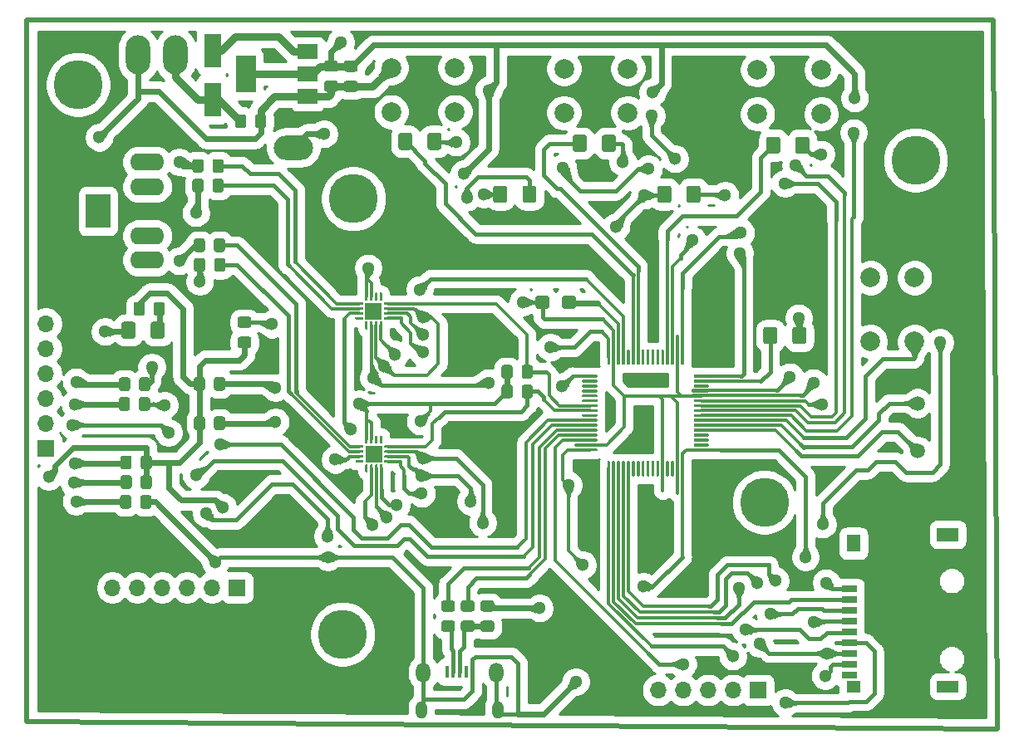
<source format=gbr>
%TF.GenerationSoftware,KiCad,Pcbnew,5.1.9*%
%TF.CreationDate,2021-07-14T09:44:03+07:00*%
%TF.ProjectId,end_stm32f401re,656e645f-7374-46d3-9332-663430317265,rev?*%
%TF.SameCoordinates,Original*%
%TF.FileFunction,Copper,L1,Top*%
%TF.FilePolarity,Positive*%
%FSLAX46Y46*%
G04 Gerber Fmt 4.6, Leading zero omitted, Abs format (unit mm)*
G04 Created by KiCad (PCBNEW 5.1.9) date 2021-07-14 09:44:03*
%MOMM*%
%LPD*%
G01*
G04 APERTURE LIST*
%TA.AperFunction,Profile*%
%ADD10C,0.500000*%
%TD*%
%TA.AperFunction,SMDPad,CuDef*%
%ADD11R,1.800000X3.500000*%
%TD*%
%TA.AperFunction,ComponentPad*%
%ADD12C,0.800000*%
%TD*%
%TA.AperFunction,ComponentPad*%
%ADD13C,5.000000*%
%TD*%
%TA.AperFunction,SMDPad,CuDef*%
%ADD14O,1.150000X1.800000*%
%TD*%
%TA.AperFunction,SMDPad,CuDef*%
%ADD15O,1.450000X2.000000*%
%TD*%
%TA.AperFunction,SMDPad,CuDef*%
%ADD16R,0.450000X1.300000*%
%TD*%
%TA.AperFunction,ComponentPad*%
%ADD17O,3.500000X1.750000*%
%TD*%
%TA.AperFunction,ComponentPad*%
%ADD18R,2.500000X3.500000*%
%TD*%
%TA.AperFunction,ComponentPad*%
%ADD19R,1.700000X1.700000*%
%TD*%
%TA.AperFunction,ComponentPad*%
%ADD20O,1.700000X1.700000*%
%TD*%
%TA.AperFunction,SMDPad,CuDef*%
%ADD21O,4.000000X2.500000*%
%TD*%
%TA.AperFunction,SMDPad,CuDef*%
%ADD22O,2.500000X4.000000*%
%TD*%
%TA.AperFunction,SMDPad,CuDef*%
%ADD23R,1.597660X0.700000*%
%TD*%
%TA.AperFunction,SMDPad,CuDef*%
%ADD24R,1.400000X1.200000*%
%TD*%
%TA.AperFunction,SMDPad,CuDef*%
%ADD25R,2.200000X1.200000*%
%TD*%
%TA.AperFunction,SMDPad,CuDef*%
%ADD26R,2.199640X1.399540*%
%TD*%
%TA.AperFunction,SMDPad,CuDef*%
%ADD27R,1.400000X1.798320*%
%TD*%
%TA.AperFunction,ComponentPad*%
%ADD28C,2.000000*%
%TD*%
%TA.AperFunction,SMDPad,CuDef*%
%ADD29R,1.700000X1.700000*%
%TD*%
%TA.AperFunction,SMDPad,CuDef*%
%ADD30R,2.000000X3.800000*%
%TD*%
%TA.AperFunction,SMDPad,CuDef*%
%ADD31R,2.000000X1.500000*%
%TD*%
%TA.AperFunction,ComponentPad*%
%ADD32C,1.500000*%
%TD*%
%TA.AperFunction,ViaPad*%
%ADD33C,1.300000*%
%TD*%
%TA.AperFunction,Conductor*%
%ADD34C,0.300000*%
%TD*%
%TA.AperFunction,Conductor*%
%ADD35C,0.800000*%
%TD*%
%TA.AperFunction,Conductor*%
%ADD36C,0.400000*%
%TD*%
%TA.AperFunction,Conductor*%
%ADD37C,0.600000*%
%TD*%
%TA.AperFunction,NonConductor*%
%ADD38C,0.254000*%
%TD*%
%TA.AperFunction,NonConductor*%
%ADD39C,0.100000*%
%TD*%
%TA.AperFunction,Conductor*%
%ADD40C,0.025400*%
%TD*%
%TA.AperFunction,Conductor*%
%ADD41C,0.100000*%
%TD*%
G04 APERTURE END LIST*
D10*
X151580000Y-96090000D02*
X52730000Y-95360000D01*
X151210000Y-23860000D02*
X151580000Y-96090000D01*
X52730000Y-23860000D02*
X151210000Y-23860000D01*
X52730000Y-95360000D02*
X52730000Y-23860000D01*
%TO.P,C-VCAP1,1*%
%TO.N,Net-(C-VCAP1-Pad1)*%
%TA.AperFunction,SMDPad,CuDef*%
G36*
G01*
X108650000Y-52174999D02*
X108650000Y-53025001D01*
G75*
G02*
X108400001Y-53275000I-249999J0D01*
G01*
X107499999Y-53275000D01*
G75*
G02*
X107250000Y-53025001I0J249999D01*
G01*
X107250000Y-52174999D01*
G75*
G02*
X107499999Y-51925000I249999J0D01*
G01*
X108400001Y-51925000D01*
G75*
G02*
X108650000Y-52174999I0J-249999D01*
G01*
G37*
%TD.AperFunction*%
%TO.P,C-VCAP1,2*%
%TO.N,GND*%
%TA.AperFunction,SMDPad,CuDef*%
G36*
G01*
X105950000Y-52174999D02*
X105950000Y-53025001D01*
G75*
G02*
X105700001Y-53275000I-249999J0D01*
G01*
X104799999Y-53275000D01*
G75*
G02*
X104550000Y-53025001I0J249999D01*
G01*
X104550000Y-52174999D01*
G75*
G02*
X104799999Y-51925000I249999J0D01*
G01*
X105700001Y-51925000D01*
G75*
G02*
X105950000Y-52174999I0J-249999D01*
G01*
G37*
%TD.AperFunction*%
%TD*%
%TO.P,C-VREG1,1*%
%TO.N,VCC*%
%TA.AperFunction,SMDPad,CuDef*%
G36*
G01*
X73915000Y-34590001D02*
X73915000Y-33689999D01*
G75*
G02*
X74164999Y-33440000I249999J0D01*
G01*
X74815001Y-33440000D01*
G75*
G02*
X75065000Y-33689999I0J-249999D01*
G01*
X75065000Y-34590001D01*
G75*
G02*
X74815001Y-34840000I-249999J0D01*
G01*
X74164999Y-34840000D01*
G75*
G02*
X73915000Y-34590001I0J249999D01*
G01*
G37*
%TD.AperFunction*%
%TO.P,C-VREG1,2*%
%TO.N,GND*%
%TA.AperFunction,SMDPad,CuDef*%
G36*
G01*
X75965000Y-34590001D02*
X75965000Y-33689999D01*
G75*
G02*
X76214999Y-33440000I249999J0D01*
G01*
X76865001Y-33440000D01*
G75*
G02*
X77115000Y-33689999I0J-249999D01*
G01*
X77115000Y-34590001D01*
G75*
G02*
X76865001Y-34840000I-249999J0D01*
G01*
X76214999Y-34840000D01*
G75*
G02*
X75965000Y-34590001I0J249999D01*
G01*
G37*
%TD.AperFunction*%
%TD*%
%TO.P,C-VREG2,2*%
%TO.N,GND*%
%TA.AperFunction,SMDPad,CuDef*%
G36*
G01*
X83269999Y-30000000D02*
X84170001Y-30000000D01*
G75*
G02*
X84420000Y-30249999I0J-249999D01*
G01*
X84420000Y-30900001D01*
G75*
G02*
X84170001Y-31150000I-249999J0D01*
G01*
X83269999Y-31150000D01*
G75*
G02*
X83020000Y-30900001I0J249999D01*
G01*
X83020000Y-30249999D01*
G75*
G02*
X83269999Y-30000000I249999J0D01*
G01*
G37*
%TD.AperFunction*%
%TO.P,C-VREG2,1*%
%TO.N,VDD*%
%TA.AperFunction,SMDPad,CuDef*%
G36*
G01*
X83269999Y-27950000D02*
X84170001Y-27950000D01*
G75*
G02*
X84420000Y-28199999I0J-249999D01*
G01*
X84420000Y-28850001D01*
G75*
G02*
X84170001Y-29100000I-249999J0D01*
G01*
X83269999Y-29100000D01*
G75*
G02*
X83020000Y-28850001I0J249999D01*
G01*
X83020000Y-28199999D01*
G75*
G02*
X83269999Y-27950000I249999J0D01*
G01*
G37*
%TD.AperFunction*%
%TD*%
%TO.P,C-VREG3,2*%
%TO.N,GND*%
%TA.AperFunction,SMDPad,CuDef*%
G36*
G01*
X85279999Y-30015000D02*
X86180001Y-30015000D01*
G75*
G02*
X86430000Y-30264999I0J-249999D01*
G01*
X86430000Y-30915001D01*
G75*
G02*
X86180001Y-31165000I-249999J0D01*
G01*
X85279999Y-31165000D01*
G75*
G02*
X85030000Y-30915001I0J249999D01*
G01*
X85030000Y-30264999D01*
G75*
G02*
X85279999Y-30015000I249999J0D01*
G01*
G37*
%TD.AperFunction*%
%TO.P,C-VREG3,1*%
%TO.N,VDD*%
%TA.AperFunction,SMDPad,CuDef*%
G36*
G01*
X85279999Y-27965000D02*
X86180001Y-27965000D01*
G75*
G02*
X86430000Y-28214999I0J-249999D01*
G01*
X86430000Y-28865001D01*
G75*
G02*
X86180001Y-29115000I-249999J0D01*
G01*
X85279999Y-29115000D01*
G75*
G02*
X85030000Y-28865001I0J249999D01*
G01*
X85030000Y-28214999D01*
G75*
G02*
X85279999Y-27965000I249999J0D01*
G01*
G37*
%TD.AperFunction*%
%TD*%
%TO.P,D-ANS1,2*%
%TO.N,Net-(D-ANS1-Pad2)*%
%TA.AperFunction,SMDPad,CuDef*%
G36*
G01*
X103212500Y-42225000D02*
X103212500Y-40975000D01*
G75*
G02*
X103462500Y-40725000I250000J0D01*
G01*
X104387500Y-40725000D01*
G75*
G02*
X104637500Y-40975000I0J-250000D01*
G01*
X104637500Y-42225000D01*
G75*
G02*
X104387500Y-42475000I-250000J0D01*
G01*
X103462500Y-42475000D01*
G75*
G02*
X103212500Y-42225000I0J250000D01*
G01*
G37*
%TD.AperFunction*%
%TO.P,D-ANS1,1*%
%TO.N,/LED_TRUE*%
%TA.AperFunction,SMDPad,CuDef*%
G36*
G01*
X100237500Y-42225000D02*
X100237500Y-40975000D01*
G75*
G02*
X100487500Y-40725000I250000J0D01*
G01*
X101412500Y-40725000D01*
G75*
G02*
X101662500Y-40975000I0J-250000D01*
G01*
X101662500Y-42225000D01*
G75*
G02*
X101412500Y-42475000I-250000J0D01*
G01*
X100487500Y-42475000D01*
G75*
G02*
X100237500Y-42225000I0J250000D01*
G01*
G37*
%TD.AperFunction*%
%TD*%
%TO.P,D-ANS2,1*%
%TO.N,/LED_FALSE*%
%TA.AperFunction,SMDPad,CuDef*%
G36*
G01*
X121350000Y-40975000D02*
X121350000Y-42225000D01*
G75*
G02*
X121100000Y-42475000I-250000J0D01*
G01*
X120175000Y-42475000D01*
G75*
G02*
X119925000Y-42225000I0J250000D01*
G01*
X119925000Y-40975000D01*
G75*
G02*
X120175000Y-40725000I250000J0D01*
G01*
X121100000Y-40725000D01*
G75*
G02*
X121350000Y-40975000I0J-250000D01*
G01*
G37*
%TD.AperFunction*%
%TO.P,D-ANS2,2*%
%TO.N,Net-(D-ANS1-Pad2)*%
%TA.AperFunction,SMDPad,CuDef*%
G36*
G01*
X118375000Y-40975000D02*
X118375000Y-42225000D01*
G75*
G02*
X118125000Y-42475000I-250000J0D01*
G01*
X117200000Y-42475000D01*
G75*
G02*
X116950000Y-42225000I0J250000D01*
G01*
X116950000Y-40975000D01*
G75*
G02*
X117200000Y-40725000I250000J0D01*
G01*
X118125000Y-40725000D01*
G75*
G02*
X118375000Y-40975000I0J-250000D01*
G01*
G37*
%TD.AperFunction*%
%TD*%
%TO.P,D-BTN1,1*%
%TO.N,/LED_A*%
%TA.AperFunction,SMDPad,CuDef*%
G36*
G01*
X128037500Y-37225000D02*
X128037500Y-35975000D01*
G75*
G02*
X128287500Y-35725000I250000J0D01*
G01*
X129212500Y-35725000D01*
G75*
G02*
X129462500Y-35975000I0J-250000D01*
G01*
X129462500Y-37225000D01*
G75*
G02*
X129212500Y-37475000I-250000J0D01*
G01*
X128287500Y-37475000D01*
G75*
G02*
X128037500Y-37225000I0J250000D01*
G01*
G37*
%TD.AperFunction*%
%TO.P,D-BTN1,2*%
%TO.N,Net-(D-BTN1-Pad2)*%
%TA.AperFunction,SMDPad,CuDef*%
G36*
G01*
X131012500Y-37225000D02*
X131012500Y-35975000D01*
G75*
G02*
X131262500Y-35725000I250000J0D01*
G01*
X132187500Y-35725000D01*
G75*
G02*
X132437500Y-35975000I0J-250000D01*
G01*
X132437500Y-37225000D01*
G75*
G02*
X132187500Y-37475000I-250000J0D01*
G01*
X131262500Y-37475000D01*
G75*
G02*
X131012500Y-37225000I0J250000D01*
G01*
G37*
%TD.AperFunction*%
%TD*%
%TO.P,D-BTN2,1*%
%TO.N,/LED_B*%
%TA.AperFunction,SMDPad,CuDef*%
G36*
G01*
X108337500Y-37025000D02*
X108337500Y-35775000D01*
G75*
G02*
X108587500Y-35525000I250000J0D01*
G01*
X109512500Y-35525000D01*
G75*
G02*
X109762500Y-35775000I0J-250000D01*
G01*
X109762500Y-37025000D01*
G75*
G02*
X109512500Y-37275000I-250000J0D01*
G01*
X108587500Y-37275000D01*
G75*
G02*
X108337500Y-37025000I0J250000D01*
G01*
G37*
%TD.AperFunction*%
%TO.P,D-BTN2,2*%
%TO.N,Net-(D-BTN1-Pad2)*%
%TA.AperFunction,SMDPad,CuDef*%
G36*
G01*
X111312500Y-37025000D02*
X111312500Y-35775000D01*
G75*
G02*
X111562500Y-35525000I250000J0D01*
G01*
X112487500Y-35525000D01*
G75*
G02*
X112737500Y-35775000I0J-250000D01*
G01*
X112737500Y-37025000D01*
G75*
G02*
X112487500Y-37275000I-250000J0D01*
G01*
X111562500Y-37275000D01*
G75*
G02*
X111312500Y-37025000I0J250000D01*
G01*
G37*
%TD.AperFunction*%
%TD*%
%TO.P,D-BTN3,1*%
%TO.N,/LED_C*%
%TA.AperFunction,SMDPad,CuDef*%
G36*
G01*
X90562500Y-36825000D02*
X90562500Y-35575000D01*
G75*
G02*
X90812500Y-35325000I250000J0D01*
G01*
X91737500Y-35325000D01*
G75*
G02*
X91987500Y-35575000I0J-250000D01*
G01*
X91987500Y-36825000D01*
G75*
G02*
X91737500Y-37075000I-250000J0D01*
G01*
X90812500Y-37075000D01*
G75*
G02*
X90562500Y-36825000I0J250000D01*
G01*
G37*
%TD.AperFunction*%
%TO.P,D-BTN3,2*%
%TO.N,Net-(D-BTN1-Pad2)*%
%TA.AperFunction,SMDPad,CuDef*%
G36*
G01*
X93537500Y-36825000D02*
X93537500Y-35575000D01*
G75*
G02*
X93787500Y-35325000I250000J0D01*
G01*
X94712500Y-35325000D01*
G75*
G02*
X94962500Y-35575000I0J-250000D01*
G01*
X94962500Y-36825000D01*
G75*
G02*
X94712500Y-37075000I-250000J0D01*
G01*
X93787500Y-37075000D01*
G75*
G02*
X93537500Y-36825000I0J250000D01*
G01*
G37*
%TD.AperFunction*%
%TD*%
%TO.P,D-IND1,2*%
%TO.N,Net-(D-IND1-Pad2)*%
%TA.AperFunction,SMDPad,CuDef*%
G36*
G01*
X130712500Y-56625000D02*
X130712500Y-55375000D01*
G75*
G02*
X130962500Y-55125000I250000J0D01*
G01*
X131887500Y-55125000D01*
G75*
G02*
X132137500Y-55375000I0J-250000D01*
G01*
X132137500Y-56625000D01*
G75*
G02*
X131887500Y-56875000I-250000J0D01*
G01*
X130962500Y-56875000D01*
G75*
G02*
X130712500Y-56625000I0J250000D01*
G01*
G37*
%TD.AperFunction*%
%TO.P,D-IND1,1*%
%TO.N,/LED_IND*%
%TA.AperFunction,SMDPad,CuDef*%
G36*
G01*
X127737500Y-56625000D02*
X127737500Y-55375000D01*
G75*
G02*
X127987500Y-55125000I250000J0D01*
G01*
X128912500Y-55125000D01*
G75*
G02*
X129162500Y-55375000I0J-250000D01*
G01*
X129162500Y-56625000D01*
G75*
G02*
X128912500Y-56875000I-250000J0D01*
G01*
X127987500Y-56875000D01*
G75*
G02*
X127737500Y-56625000I0J250000D01*
G01*
G37*
%TD.AperFunction*%
%TD*%
%TO.P,D-LEDWIFI1,2*%
%TO.N,Net-(D-LEDWIFI1-Pad2)*%
%TA.AperFunction,SMDPad,CuDef*%
G36*
G01*
X65342500Y-56085000D02*
X65342500Y-54835000D01*
G75*
G02*
X65592500Y-54585000I250000J0D01*
G01*
X66517500Y-54585000D01*
G75*
G02*
X66767500Y-54835000I0J-250000D01*
G01*
X66767500Y-56085000D01*
G75*
G02*
X66517500Y-56335000I-250000J0D01*
G01*
X65592500Y-56335000D01*
G75*
G02*
X65342500Y-56085000I0J250000D01*
G01*
G37*
%TD.AperFunction*%
%TO.P,D-LEDWIFI1,1*%
%TO.N,/ESP_LEDWIFI*%
%TA.AperFunction,SMDPad,CuDef*%
G36*
G01*
X62367500Y-56085000D02*
X62367500Y-54835000D01*
G75*
G02*
X62617500Y-54585000I250000J0D01*
G01*
X63542500Y-54585000D01*
G75*
G02*
X63792500Y-54835000I0J-250000D01*
G01*
X63792500Y-56085000D01*
G75*
G02*
X63542500Y-56335000I-250000J0D01*
G01*
X62617500Y-56335000D01*
G75*
G02*
X62367500Y-56085000I0J250000D01*
G01*
G37*
%TD.AperFunction*%
%TD*%
D11*
%TO.P,D-VREG1,1*%
%TO.N,Net-(D-VREG1-Pad1)*%
X71660000Y-26920000D03*
%TO.P,D-VREG1,2*%
%TO.N,VCC*%
X71660000Y-31920000D03*
%TD*%
D12*
%TO.P,H1,1*%
%TO.N,N/C*%
X83574175Y-85124175D03*
X83025000Y-86450000D03*
X83574175Y-87775825D03*
X84900000Y-88325000D03*
X86225825Y-87775825D03*
X86775000Y-86450000D03*
X86225825Y-85124175D03*
X84900000Y-84575000D03*
D13*
X84900000Y-86450000D03*
%TD*%
D12*
%TO.P,H2,1*%
%TO.N,N/C*%
X84674175Y-40724175D03*
X84125000Y-42050000D03*
X84674175Y-43375825D03*
X86000000Y-43925000D03*
X87325825Y-43375825D03*
X87875000Y-42050000D03*
X87325825Y-40724175D03*
X86000000Y-40175000D03*
D13*
X86000000Y-42050000D03*
%TD*%
%TO.P,H3,1*%
%TO.N,N/C*%
X127850000Y-73000000D03*
D12*
X127850000Y-71125000D03*
X129175825Y-71674175D03*
X129725000Y-73000000D03*
X129175825Y-74325825D03*
X127850000Y-74875000D03*
X126524175Y-74325825D03*
X125975000Y-73000000D03*
X126524175Y-71674175D03*
%TD*%
D13*
%TO.P,H4,1*%
%TO.N,N/C*%
X143256000Y-38100000D03*
D12*
X143256000Y-36225000D03*
X144581825Y-36774175D03*
X145131000Y-38100000D03*
X144581825Y-39425825D03*
X143256000Y-39975000D03*
X141930175Y-39425825D03*
X141381000Y-38100000D03*
X141930175Y-36774175D03*
%TD*%
D14*
%TO.P,J2,6*%
%TO.N,GND*%
X100700000Y-94150000D03*
X92950000Y-94150000D03*
D15*
X100550000Y-90350000D03*
X93100000Y-90350000D03*
D16*
%TO.P,J2,5*%
X98125000Y-90300000D03*
%TO.P,J2,4*%
%TO.N,Net-(J2-Pad4)*%
X97475000Y-90300000D03*
%TO.P,J2,3*%
%TO.N,Net-(J2-Pad3)*%
X96825000Y-90300000D03*
%TO.P,J2,2*%
%TO.N,Net-(J2-Pad2)*%
X96175000Y-90300000D03*
%TO.P,J2,1*%
%TO.N,Net-(J2-Pad1)*%
X95525000Y-90300000D03*
%TD*%
D17*
%TO.P,J-AUDIO1,TD*%
%TO.N,N/C*%
X64986000Y-45820000D03*
%TO.P,J-AUDIO1,RD*%
X64986000Y-40820000D03*
%TO.P,J-AUDIO1,T*%
%TO.N,/OUTP_L*%
X64986000Y-48320000D03*
%TO.P,J-AUDIO1,R*%
%TO.N,/OUTP_R*%
X64986000Y-38320000D03*
D18*
%TO.P,J-AUDIO1,S*%
%TO.N,/OUTN*%
X59980000Y-43320000D03*
%TD*%
D19*
%TO.P,J-ESP-12E1,1*%
%TO.N,/VDD-ESP8266*%
X54690000Y-67470000D03*
D20*
%TO.P,J-ESP-12E1,2*%
%TO.N,/ESP_P0*%
X54690000Y-64930000D03*
%TO.P,J-ESP-12E1,3*%
%TO.N,/ESP_RST*%
X54690000Y-62390000D03*
%TO.P,J-ESP-12E1,4*%
%TO.N,/ESP_RXD*%
X54690000Y-59850000D03*
%TO.P,J-ESP-12E1,5*%
%TO.N,/ESP_TXD*%
X54690000Y-57310000D03*
%TO.P,J-ESP-12E1,6*%
%TO.N,GND*%
X54690000Y-54770000D03*
%TD*%
D19*
%TO.P,J-SWD1,1*%
%TO.N,VDD*%
X127220000Y-92150000D03*
D20*
%TO.P,J-SWD1,2*%
%TO.N,/SW_CLK*%
X124680000Y-92150000D03*
%TO.P,J-SWD1,3*%
%TO.N,GND*%
X122140000Y-92150000D03*
%TO.P,J-SWD1,4*%
%TO.N,/SW_DIO*%
X119600000Y-92150000D03*
%TO.P,J-SWD1,5*%
%TO.N,/NRST*%
X117060000Y-92150000D03*
%TD*%
D21*
%TO.P,J-VDD1,1*%
%TO.N,VDD*%
X79890000Y-36820000D03*
%TD*%
D22*
%TO.P,J-VPWR1,1*%
%TO.N,VCC*%
X67880000Y-27390000D03*
%TO.P,J-VPWR1,2*%
%TO.N,GND*%
X64070000Y-27390000D03*
%TD*%
%TO.P,L-DACN1,1*%
%TO.N,/OUTN*%
%TA.AperFunction,SMDPad,CuDef*%
G36*
G01*
X69750000Y-49250001D02*
X69750000Y-48349999D01*
G75*
G02*
X69999999Y-48100000I249999J0D01*
G01*
X70650001Y-48100000D01*
G75*
G02*
X70900000Y-48349999I0J-249999D01*
G01*
X70900000Y-49250001D01*
G75*
G02*
X70650001Y-49500000I-249999J0D01*
G01*
X69999999Y-49500000D01*
G75*
G02*
X69750000Y-49250001I0J249999D01*
G01*
G37*
%TD.AperFunction*%
%TO.P,L-DACN1,2*%
%TO.N,Net-(L-DACN1-Pad2)*%
%TA.AperFunction,SMDPad,CuDef*%
G36*
G01*
X71800000Y-49250001D02*
X71800000Y-48349999D01*
G75*
G02*
X72049999Y-48100000I249999J0D01*
G01*
X72700001Y-48100000D01*
G75*
G02*
X72950000Y-48349999I0J-249999D01*
G01*
X72950000Y-49250001D01*
G75*
G02*
X72700001Y-49500000I-249999J0D01*
G01*
X72049999Y-49500000D01*
G75*
G02*
X71800000Y-49250001I0J249999D01*
G01*
G37*
%TD.AperFunction*%
%TD*%
%TO.P,L-DACN2,1*%
%TO.N,/OUTN*%
%TA.AperFunction,SMDPad,CuDef*%
G36*
G01*
X69585000Y-41160001D02*
X69585000Y-40259999D01*
G75*
G02*
X69834999Y-40010000I249999J0D01*
G01*
X70485001Y-40010000D01*
G75*
G02*
X70735000Y-40259999I0J-249999D01*
G01*
X70735000Y-41160001D01*
G75*
G02*
X70485001Y-41410000I-249999J0D01*
G01*
X69834999Y-41410000D01*
G75*
G02*
X69585000Y-41160001I0J249999D01*
G01*
G37*
%TD.AperFunction*%
%TO.P,L-DACN2,2*%
%TO.N,Net-(L-DACN2-Pad2)*%
%TA.AperFunction,SMDPad,CuDef*%
G36*
G01*
X71635000Y-41160001D02*
X71635000Y-40259999D01*
G75*
G02*
X71884999Y-40010000I249999J0D01*
G01*
X72535001Y-40010000D01*
G75*
G02*
X72785000Y-40259999I0J-249999D01*
G01*
X72785000Y-41160001D01*
G75*
G02*
X72535001Y-41410000I-249999J0D01*
G01*
X71884999Y-41410000D01*
G75*
G02*
X71635000Y-41160001I0J249999D01*
G01*
G37*
%TD.AperFunction*%
%TD*%
%TO.P,L-DACP1,2*%
%TO.N,Net-(L-DACP1-Pad2)*%
%TA.AperFunction,SMDPad,CuDef*%
G36*
G01*
X71775000Y-47250001D02*
X71775000Y-46349999D01*
G75*
G02*
X72024999Y-46100000I249999J0D01*
G01*
X72675001Y-46100000D01*
G75*
G02*
X72925000Y-46349999I0J-249999D01*
G01*
X72925000Y-47250001D01*
G75*
G02*
X72675001Y-47500000I-249999J0D01*
G01*
X72024999Y-47500000D01*
G75*
G02*
X71775000Y-47250001I0J249999D01*
G01*
G37*
%TD.AperFunction*%
%TO.P,L-DACP1,1*%
%TO.N,/OUTP_L*%
%TA.AperFunction,SMDPad,CuDef*%
G36*
G01*
X69725000Y-47250001D02*
X69725000Y-46349999D01*
G75*
G02*
X69974999Y-46100000I249999J0D01*
G01*
X70625001Y-46100000D01*
G75*
G02*
X70875000Y-46349999I0J-249999D01*
G01*
X70875000Y-47250001D01*
G75*
G02*
X70625001Y-47500000I-249999J0D01*
G01*
X69974999Y-47500000D01*
G75*
G02*
X69725000Y-47250001I0J249999D01*
G01*
G37*
%TD.AperFunction*%
%TD*%
%TO.P,L-DACP2,2*%
%TO.N,Net-(L-DACP2-Pad2)*%
%TA.AperFunction,SMDPad,CuDef*%
G36*
G01*
X71635000Y-39160001D02*
X71635000Y-38259999D01*
G75*
G02*
X71884999Y-38010000I249999J0D01*
G01*
X72535001Y-38010000D01*
G75*
G02*
X72785000Y-38259999I0J-249999D01*
G01*
X72785000Y-39160001D01*
G75*
G02*
X72535001Y-39410000I-249999J0D01*
G01*
X71884999Y-39410000D01*
G75*
G02*
X71635000Y-39160001I0J249999D01*
G01*
G37*
%TD.AperFunction*%
%TO.P,L-DACP2,1*%
%TO.N,/OUTP_R*%
%TA.AperFunction,SMDPad,CuDef*%
G36*
G01*
X69585000Y-39160001D02*
X69585000Y-38259999D01*
G75*
G02*
X69834999Y-38010000I249999J0D01*
G01*
X70485001Y-38010000D01*
G75*
G02*
X70735000Y-38259999I0J-249999D01*
G01*
X70735000Y-39160001D01*
G75*
G02*
X70485001Y-39410000I-249999J0D01*
G01*
X69834999Y-39410000D01*
G75*
G02*
X69585000Y-39160001I0J249999D01*
G01*
G37*
%TD.AperFunction*%
%TD*%
%TO.P,R-ESP12E1,1*%
%TO.N,/ESP_P0*%
%TA.AperFunction,SMDPad,CuDef*%
G36*
G01*
X62265000Y-69390001D02*
X62265000Y-68489999D01*
G75*
G02*
X62514999Y-68240000I249999J0D01*
G01*
X63165001Y-68240000D01*
G75*
G02*
X63415000Y-68489999I0J-249999D01*
G01*
X63415000Y-69390001D01*
G75*
G02*
X63165001Y-69640000I-249999J0D01*
G01*
X62514999Y-69640000D01*
G75*
G02*
X62265000Y-69390001I0J249999D01*
G01*
G37*
%TD.AperFunction*%
%TO.P,R-ESP12E1,2*%
%TO.N,/VDD-ESP8266*%
%TA.AperFunction,SMDPad,CuDef*%
G36*
G01*
X64315000Y-69390001D02*
X64315000Y-68489999D01*
G75*
G02*
X64564999Y-68240000I249999J0D01*
G01*
X65215001Y-68240000D01*
G75*
G02*
X65465000Y-68489999I0J-249999D01*
G01*
X65465000Y-69390001D01*
G75*
G02*
X65215001Y-69640000I-249999J0D01*
G01*
X64564999Y-69640000D01*
G75*
G02*
X64315000Y-69390001I0J249999D01*
G01*
G37*
%TD.AperFunction*%
%TD*%
%TO.P,R-ESP12E2,2*%
%TO.N,/VDD-ESP8266*%
%TA.AperFunction,SMDPad,CuDef*%
G36*
G01*
X64320000Y-71390001D02*
X64320000Y-70489999D01*
G75*
G02*
X64569999Y-70240000I249999J0D01*
G01*
X65220001Y-70240000D01*
G75*
G02*
X65470000Y-70489999I0J-249999D01*
G01*
X65470000Y-71390001D01*
G75*
G02*
X65220001Y-71640000I-249999J0D01*
G01*
X64569999Y-71640000D01*
G75*
G02*
X64320000Y-71390001I0J249999D01*
G01*
G37*
%TD.AperFunction*%
%TO.P,R-ESP12E2,1*%
%TO.N,/ESP_P2*%
%TA.AperFunction,SMDPad,CuDef*%
G36*
G01*
X62270000Y-71390001D02*
X62270000Y-70489999D01*
G75*
G02*
X62519999Y-70240000I249999J0D01*
G01*
X63170001Y-70240000D01*
G75*
G02*
X63420000Y-70489999I0J-249999D01*
G01*
X63420000Y-71390001D01*
G75*
G02*
X63170001Y-71640000I-249999J0D01*
G01*
X62519999Y-71640000D01*
G75*
G02*
X62270000Y-71390001I0J249999D01*
G01*
G37*
%TD.AperFunction*%
%TD*%
%TO.P,R-ESP12E3,1*%
%TO.N,/ESP_EN*%
%TA.AperFunction,SMDPad,CuDef*%
G36*
G01*
X72940000Y-64489999D02*
X72940000Y-65390001D01*
G75*
G02*
X72690001Y-65640000I-249999J0D01*
G01*
X72039999Y-65640000D01*
G75*
G02*
X71790000Y-65390001I0J249999D01*
G01*
X71790000Y-64489999D01*
G75*
G02*
X72039999Y-64240000I249999J0D01*
G01*
X72690001Y-64240000D01*
G75*
G02*
X72940000Y-64489999I0J-249999D01*
G01*
G37*
%TD.AperFunction*%
%TO.P,R-ESP12E3,2*%
%TO.N,/VDD-ESP8266*%
%TA.AperFunction,SMDPad,CuDef*%
G36*
G01*
X70890000Y-64489999D02*
X70890000Y-65390001D01*
G75*
G02*
X70640001Y-65640000I-249999J0D01*
G01*
X69989999Y-65640000D01*
G75*
G02*
X69740000Y-65390001I0J249999D01*
G01*
X69740000Y-64489999D01*
G75*
G02*
X69989999Y-64240000I249999J0D01*
G01*
X70640001Y-64240000D01*
G75*
G02*
X70890000Y-64489999I0J-249999D01*
G01*
G37*
%TD.AperFunction*%
%TD*%
%TO.P,R-ESP12E4,2*%
%TO.N,/VDD-ESP8266*%
%TA.AperFunction,SMDPad,CuDef*%
G36*
G01*
X70885000Y-60489999D02*
X70885000Y-61390001D01*
G75*
G02*
X70635001Y-61640000I-249999J0D01*
G01*
X69984999Y-61640000D01*
G75*
G02*
X69735000Y-61390001I0J249999D01*
G01*
X69735000Y-60489999D01*
G75*
G02*
X69984999Y-60240000I249999J0D01*
G01*
X70635001Y-60240000D01*
G75*
G02*
X70885000Y-60489999I0J-249999D01*
G01*
G37*
%TD.AperFunction*%
%TO.P,R-ESP12E4,1*%
%TO.N,/ESP_RST*%
%TA.AperFunction,SMDPad,CuDef*%
G36*
G01*
X72935000Y-60489999D02*
X72935000Y-61390001D01*
G75*
G02*
X72685001Y-61640000I-249999J0D01*
G01*
X72034999Y-61640000D01*
G75*
G02*
X71785000Y-61390001I0J249999D01*
G01*
X71785000Y-60489999D01*
G75*
G02*
X72034999Y-60240000I249999J0D01*
G01*
X72685001Y-60240000D01*
G75*
G02*
X72935000Y-60489999I0J-249999D01*
G01*
G37*
%TD.AperFunction*%
%TD*%
%TO.P,R-ESP12E5,1*%
%TO.N,/ESP_P15*%
%TA.AperFunction,SMDPad,CuDef*%
G36*
G01*
X62225000Y-73410001D02*
X62225000Y-72509999D01*
G75*
G02*
X62474999Y-72260000I249999J0D01*
G01*
X63125001Y-72260000D01*
G75*
G02*
X63375000Y-72509999I0J-249999D01*
G01*
X63375000Y-73410001D01*
G75*
G02*
X63125001Y-73660000I-249999J0D01*
G01*
X62474999Y-73660000D01*
G75*
G02*
X62225000Y-73410001I0J249999D01*
G01*
G37*
%TD.AperFunction*%
%TO.P,R-ESP12E5,2*%
%TO.N,GND*%
%TA.AperFunction,SMDPad,CuDef*%
G36*
G01*
X64275000Y-73410001D02*
X64275000Y-72509999D01*
G75*
G02*
X64524999Y-72260000I249999J0D01*
G01*
X65175001Y-72260000D01*
G75*
G02*
X65425000Y-72509999I0J-249999D01*
G01*
X65425000Y-73410001D01*
G75*
G02*
X65175001Y-73660000I-249999J0D01*
G01*
X64524999Y-73660000D01*
G75*
G02*
X64275000Y-73410001I0J249999D01*
G01*
G37*
%TD.AperFunction*%
%TD*%
%TO.P,R-LEDWIFI1,1*%
%TO.N,Net-(D-LEDWIFI1-Pad2)*%
%TA.AperFunction,SMDPad,CuDef*%
G36*
G01*
X66785000Y-52829999D02*
X66785000Y-53730001D01*
G75*
G02*
X66535001Y-53980000I-249999J0D01*
G01*
X65884999Y-53980000D01*
G75*
G02*
X65635000Y-53730001I0J249999D01*
G01*
X65635000Y-52829999D01*
G75*
G02*
X65884999Y-52580000I249999J0D01*
G01*
X66535001Y-52580000D01*
G75*
G02*
X66785000Y-52829999I0J-249999D01*
G01*
G37*
%TD.AperFunction*%
%TO.P,R-LEDWIFI1,2*%
%TO.N,/VDD-ESP8266*%
%TA.AperFunction,SMDPad,CuDef*%
G36*
G01*
X64735000Y-52829999D02*
X64735000Y-53730001D01*
G75*
G02*
X64485001Y-53980000I-249999J0D01*
G01*
X63834999Y-53980000D01*
G75*
G02*
X63585000Y-53730001I0J249999D01*
G01*
X63585000Y-52829999D01*
G75*
G02*
X63834999Y-52580000I249999J0D01*
G01*
X64485001Y-52580000D01*
G75*
G02*
X64735000Y-52829999I0J-249999D01*
G01*
G37*
%TD.AperFunction*%
%TD*%
%TO.P,R-SD_L1,1*%
%TO.N,/DAC_L_SD*%
%TA.AperFunction,SMDPad,CuDef*%
G36*
G01*
X104275000Y-61249999D02*
X104275000Y-62150001D01*
G75*
G02*
X104025001Y-62400000I-249999J0D01*
G01*
X103374999Y-62400000D01*
G75*
G02*
X103125000Y-62150001I0J249999D01*
G01*
X103125000Y-61249999D01*
G75*
G02*
X103374999Y-61000000I249999J0D01*
G01*
X104025001Y-61000000D01*
G75*
G02*
X104275000Y-61249999I0J-249999D01*
G01*
G37*
%TD.AperFunction*%
%TO.P,R-SD_L1,2*%
%TO.N,VDD*%
%TA.AperFunction,SMDPad,CuDef*%
G36*
G01*
X102225000Y-61249999D02*
X102225000Y-62150001D01*
G75*
G02*
X101975001Y-62400000I-249999J0D01*
G01*
X101324999Y-62400000D01*
G75*
G02*
X101075000Y-62150001I0J249999D01*
G01*
X101075000Y-61249999D01*
G75*
G02*
X101324999Y-61000000I249999J0D01*
G01*
X101975001Y-61000000D01*
G75*
G02*
X102225000Y-61249999I0J-249999D01*
G01*
G37*
%TD.AperFunction*%
%TD*%
%TO.P,R-SD_R1,2*%
%TO.N,VDD*%
%TA.AperFunction,SMDPad,CuDef*%
G36*
G01*
X102225000Y-59249999D02*
X102225000Y-60150001D01*
G75*
G02*
X101975001Y-60400000I-249999J0D01*
G01*
X101324999Y-60400000D01*
G75*
G02*
X101075000Y-60150001I0J249999D01*
G01*
X101075000Y-59249999D01*
G75*
G02*
X101324999Y-59000000I249999J0D01*
G01*
X101975001Y-59000000D01*
G75*
G02*
X102225000Y-59249999I0J-249999D01*
G01*
G37*
%TD.AperFunction*%
%TO.P,R-SD_R1,1*%
%TO.N,/DAC_R_SD*%
%TA.AperFunction,SMDPad,CuDef*%
G36*
G01*
X104275000Y-59249999D02*
X104275000Y-60150001D01*
G75*
G02*
X104025001Y-60400000I-249999J0D01*
G01*
X103374999Y-60400000D01*
G75*
G02*
X103125000Y-60150001I0J249999D01*
G01*
X103125000Y-59249999D01*
G75*
G02*
X103374999Y-59000000I249999J0D01*
G01*
X104025001Y-59000000D01*
G75*
G02*
X104275000Y-59249999I0J-249999D01*
G01*
G37*
%TD.AperFunction*%
%TD*%
%TO.P,R-USB1,2*%
%TO.N,VDD*%
%TA.AperFunction,SMDPad,CuDef*%
G36*
G01*
X100090001Y-84160000D02*
X99189999Y-84160000D01*
G75*
G02*
X98940000Y-83910001I0J249999D01*
G01*
X98940000Y-83259999D01*
G75*
G02*
X99189999Y-83010000I249999J0D01*
G01*
X100090001Y-83010000D01*
G75*
G02*
X100340000Y-83259999I0J-249999D01*
G01*
X100340000Y-83910001D01*
G75*
G02*
X100090001Y-84160000I-249999J0D01*
G01*
G37*
%TD.AperFunction*%
%TO.P,R-USB1,1*%
%TO.N,Net-(J2-Pad3)*%
%TA.AperFunction,SMDPad,CuDef*%
G36*
G01*
X100090001Y-86210000D02*
X99189999Y-86210000D01*
G75*
G02*
X98940000Y-85960001I0J249999D01*
G01*
X98940000Y-85309999D01*
G75*
G02*
X99189999Y-85060000I249999J0D01*
G01*
X100090001Y-85060000D01*
G75*
G02*
X100340000Y-85309999I0J-249999D01*
G01*
X100340000Y-85960001D01*
G75*
G02*
X100090001Y-86210000I-249999J0D01*
G01*
G37*
%TD.AperFunction*%
%TD*%
%TO.P,R-USB2,1*%
%TO.N,Net-(J2-Pad3)*%
%TA.AperFunction,SMDPad,CuDef*%
G36*
G01*
X98090001Y-86210000D02*
X97189999Y-86210000D01*
G75*
G02*
X96940000Y-85960001I0J249999D01*
G01*
X96940000Y-85309999D01*
G75*
G02*
X97189999Y-85060000I249999J0D01*
G01*
X98090001Y-85060000D01*
G75*
G02*
X98340000Y-85309999I0J-249999D01*
G01*
X98340000Y-85960001D01*
G75*
G02*
X98090001Y-86210000I-249999J0D01*
G01*
G37*
%TD.AperFunction*%
%TO.P,R-USB2,2*%
%TO.N,/USB_DP*%
%TA.AperFunction,SMDPad,CuDef*%
G36*
G01*
X98090001Y-84160000D02*
X97189999Y-84160000D01*
G75*
G02*
X96940000Y-83910001I0J249999D01*
G01*
X96940000Y-83259999D01*
G75*
G02*
X97189999Y-83010000I249999J0D01*
G01*
X98090001Y-83010000D01*
G75*
G02*
X98340000Y-83259999I0J-249999D01*
G01*
X98340000Y-83910001D01*
G75*
G02*
X98090001Y-84160000I-249999J0D01*
G01*
G37*
%TD.AperFunction*%
%TD*%
%TO.P,R-USB3,1*%
%TO.N,Net-(J2-Pad2)*%
%TA.AperFunction,SMDPad,CuDef*%
G36*
G01*
X96090001Y-86210000D02*
X95189999Y-86210000D01*
G75*
G02*
X94940000Y-85960001I0J249999D01*
G01*
X94940000Y-85309999D01*
G75*
G02*
X95189999Y-85060000I249999J0D01*
G01*
X96090001Y-85060000D01*
G75*
G02*
X96340000Y-85309999I0J-249999D01*
G01*
X96340000Y-85960001D01*
G75*
G02*
X96090001Y-86210000I-249999J0D01*
G01*
G37*
%TD.AperFunction*%
%TO.P,R-USB3,2*%
%TO.N,/USB_DM*%
%TA.AperFunction,SMDPad,CuDef*%
G36*
G01*
X96090001Y-84160000D02*
X95189999Y-84160000D01*
G75*
G02*
X94940000Y-83910001I0J249999D01*
G01*
X94940000Y-83259999D01*
G75*
G02*
X95189999Y-83010000I249999J0D01*
G01*
X96090001Y-83010000D01*
G75*
G02*
X96340000Y-83259999I0J-249999D01*
G01*
X96340000Y-83910001D01*
G75*
G02*
X96090001Y-84160000I-249999J0D01*
G01*
G37*
%TD.AperFunction*%
%TD*%
%TO.P,R-VDDESP1,2*%
%TO.N,/VDD-ESP8266*%
%TA.AperFunction,SMDPad,CuDef*%
G36*
G01*
X74439999Y-56115000D02*
X75340001Y-56115000D01*
G75*
G02*
X75590000Y-56364999I0J-249999D01*
G01*
X75590000Y-57015001D01*
G75*
G02*
X75340001Y-57265000I-249999J0D01*
G01*
X74439999Y-57265000D01*
G75*
G02*
X74190000Y-57015001I0J249999D01*
G01*
X74190000Y-56364999D01*
G75*
G02*
X74439999Y-56115000I249999J0D01*
G01*
G37*
%TD.AperFunction*%
%TO.P,R-VDDESP1,1*%
%TO.N,VDD*%
%TA.AperFunction,SMDPad,CuDef*%
G36*
G01*
X74439999Y-54065000D02*
X75340001Y-54065000D01*
G75*
G02*
X75590000Y-54314999I0J-249999D01*
G01*
X75590000Y-54965001D01*
G75*
G02*
X75340001Y-55215000I-249999J0D01*
G01*
X74439999Y-55215000D01*
G75*
G02*
X74190000Y-54965001I0J249999D01*
G01*
X74190000Y-54314999D01*
G75*
G02*
X74439999Y-54065000I249999J0D01*
G01*
G37*
%TD.AperFunction*%
%TD*%
%TO.P,R-WIFI1,2*%
%TO.N,/WIFI_TXD*%
%TA.AperFunction,SMDPad,CuDef*%
G36*
G01*
X64140000Y-63430001D02*
X64140000Y-62529999D01*
G75*
G02*
X64389999Y-62280000I249999J0D01*
G01*
X65040001Y-62280000D01*
G75*
G02*
X65290000Y-62529999I0J-249999D01*
G01*
X65290000Y-63430001D01*
G75*
G02*
X65040001Y-63680000I-249999J0D01*
G01*
X64389999Y-63680000D01*
G75*
G02*
X64140000Y-63430001I0J249999D01*
G01*
G37*
%TD.AperFunction*%
%TO.P,R-WIFI1,1*%
%TO.N,/ESP_RXD*%
%TA.AperFunction,SMDPad,CuDef*%
G36*
G01*
X62090000Y-63430001D02*
X62090000Y-62529999D01*
G75*
G02*
X62339999Y-62280000I249999J0D01*
G01*
X62990001Y-62280000D01*
G75*
G02*
X63240000Y-62529999I0J-249999D01*
G01*
X63240000Y-63430001D01*
G75*
G02*
X62990001Y-63680000I-249999J0D01*
G01*
X62339999Y-63680000D01*
G75*
G02*
X62090000Y-63430001I0J249999D01*
G01*
G37*
%TD.AperFunction*%
%TD*%
%TO.P,R-WIFI2,2*%
%TO.N,/WIFI_RXD*%
%TA.AperFunction,SMDPad,CuDef*%
G36*
G01*
X64150000Y-61410001D02*
X64150000Y-60509999D01*
G75*
G02*
X64399999Y-60260000I249999J0D01*
G01*
X65050001Y-60260000D01*
G75*
G02*
X65300000Y-60509999I0J-249999D01*
G01*
X65300000Y-61410001D01*
G75*
G02*
X65050001Y-61660000I-249999J0D01*
G01*
X64399999Y-61660000D01*
G75*
G02*
X64150000Y-61410001I0J249999D01*
G01*
G37*
%TD.AperFunction*%
%TO.P,R-WIFI2,1*%
%TO.N,/ESP_TXD*%
%TA.AperFunction,SMDPad,CuDef*%
G36*
G01*
X62100000Y-61410001D02*
X62100000Y-60509999D01*
G75*
G02*
X62349999Y-60260000I249999J0D01*
G01*
X63000001Y-60260000D01*
G75*
G02*
X63250000Y-60509999I0J-249999D01*
G01*
X63250000Y-61410001D01*
G75*
G02*
X63000001Y-61660000I-249999J0D01*
G01*
X62349999Y-61660000D01*
G75*
G02*
X62100000Y-61410001I0J249999D01*
G01*
G37*
%TD.AperFunction*%
%TD*%
D23*
%TO.P,SD1,1*%
%TO.N,Net-(R-SD1-Pad1)*%
X136490000Y-81840000D03*
%TO.P,SD1,2*%
%TO.N,/MMC_NSS*%
X136490000Y-82940000D03*
%TO.P,SD1,3*%
%TO.N,/MMC_MOSI*%
X136490000Y-84040000D03*
%TO.P,SD1,4*%
%TO.N,VDD*%
X136490000Y-85140000D03*
%TO.P,SD1,5*%
%TO.N,/MMC_SCK*%
X136490000Y-86240000D03*
%TO.P,SD1,6*%
%TO.N,GND*%
X136490000Y-87340000D03*
%TO.P,SD1,7*%
%TO.N,/MMC_MISO*%
X136490000Y-88440000D03*
%TO.P,SD1,8*%
%TO.N,Net-(R-SD3-Pad1)*%
X136490000Y-89540000D03*
%TO.P,SD1,9*%
%TO.N,Net-(SD1-Pad9)*%
X136490000Y-90640000D03*
D24*
%TO.P,SD1,12*%
%TO.N,N/C*%
X136940000Y-91790000D03*
D25*
%TO.P,SD1,13*%
X146540000Y-91790000D03*
D26*
%TO.P,SD1,11*%
X146540000Y-76290000D03*
D27*
%TO.P,SD1,10*%
X136940000Y-77190000D03*
%TD*%
D28*
%TO.P,SW-ANS1,2*%
%TO.N,GND*%
X133650000Y-28900000D03*
%TO.P,SW-ANS1,1*%
%TO.N,/BTN_A*%
X133650000Y-33400000D03*
%TO.P,SW-ANS1,2*%
%TO.N,GND*%
X127150000Y-28900000D03*
%TO.P,SW-ANS1,1*%
%TO.N,/BTN_A*%
X127150000Y-33400000D03*
%TD*%
%TO.P,SW-ANS2,1*%
%TO.N,/BTN_B*%
X107450000Y-33300000D03*
%TO.P,SW-ANS2,2*%
%TO.N,GND*%
X107450000Y-28800000D03*
%TO.P,SW-ANS2,1*%
%TO.N,/BTN_B*%
X113950000Y-33300000D03*
%TO.P,SW-ANS2,2*%
%TO.N,GND*%
X113950000Y-28800000D03*
%TD*%
%TO.P,SW-ANS3,2*%
%TO.N,GND*%
X96350000Y-28700000D03*
%TO.P,SW-ANS3,1*%
%TO.N,/BTN_C*%
X96350000Y-33200000D03*
%TO.P,SW-ANS3,2*%
%TO.N,GND*%
X89850000Y-28700000D03*
%TO.P,SW-ANS3,1*%
%TO.N,/BTN_C*%
X89850000Y-33200000D03*
%TD*%
%TO.P,SW-RST1,1*%
%TO.N,GND*%
X138650000Y-50100000D03*
%TO.P,SW-RST1,2*%
%TO.N,/NRST*%
X143150000Y-50100000D03*
%TO.P,SW-RST1,1*%
%TO.N,GND*%
X138650000Y-56600000D03*
%TO.P,SW-RST1,2*%
%TO.N,/NRST*%
X143150000Y-56600000D03*
%TD*%
D29*
%TO.P,U1,17*%
%TO.N,Net-(U1-Pad17)*%
X88075000Y-68075000D03*
%TO.P,U1,16*%
%TO.N,/DAC_BCLK*%
%TA.AperFunction,SMDPad,CuDef*%
G36*
G01*
X88950000Y-69187500D02*
X88950000Y-69887500D01*
G75*
G02*
X88887500Y-69950000I-62500J0D01*
G01*
X88762500Y-69950000D01*
G75*
G02*
X88700000Y-69887500I0J62500D01*
G01*
X88700000Y-69187500D01*
G75*
G02*
X88762500Y-69125000I62500J0D01*
G01*
X88887500Y-69125000D01*
G75*
G02*
X88950000Y-69187500I0J-62500D01*
G01*
G37*
%TD.AperFunction*%
%TO.P,U1,15*%
%TO.N,GND*%
%TA.AperFunction,SMDPad,CuDef*%
G36*
G01*
X88450000Y-69187500D02*
X88450000Y-69887500D01*
G75*
G02*
X88387500Y-69950000I-62500J0D01*
G01*
X88262500Y-69950000D01*
G75*
G02*
X88200000Y-69887500I0J62500D01*
G01*
X88200000Y-69187500D01*
G75*
G02*
X88262500Y-69125000I62500J0D01*
G01*
X88387500Y-69125000D01*
G75*
G02*
X88450000Y-69187500I0J-62500D01*
G01*
G37*
%TD.AperFunction*%
%TO.P,U1,14*%
%TO.N,/DAC_LRC*%
%TA.AperFunction,SMDPad,CuDef*%
G36*
G01*
X87950000Y-69187500D02*
X87950000Y-69887500D01*
G75*
G02*
X87887500Y-69950000I-62500J0D01*
G01*
X87762500Y-69950000D01*
G75*
G02*
X87700000Y-69887500I0J62500D01*
G01*
X87700000Y-69187500D01*
G75*
G02*
X87762500Y-69125000I62500J0D01*
G01*
X87887500Y-69125000D01*
G75*
G02*
X87950000Y-69187500I0J-62500D01*
G01*
G37*
%TD.AperFunction*%
%TO.P,U1,13*%
%TO.N,N/C*%
%TA.AperFunction,SMDPad,CuDef*%
G36*
G01*
X87450000Y-69187500D02*
X87450000Y-69887500D01*
G75*
G02*
X87387500Y-69950000I-62500J0D01*
G01*
X87262500Y-69950000D01*
G75*
G02*
X87200000Y-69887500I0J62500D01*
G01*
X87200000Y-69187500D01*
G75*
G02*
X87262500Y-69125000I62500J0D01*
G01*
X87387500Y-69125000D01*
G75*
G02*
X87450000Y-69187500I0J-62500D01*
G01*
G37*
%TD.AperFunction*%
%TO.P,U1,12*%
%TA.AperFunction,SMDPad,CuDef*%
G36*
G01*
X87025000Y-68762500D02*
X87025000Y-68887500D01*
G75*
G02*
X86962500Y-68950000I-62500J0D01*
G01*
X86262500Y-68950000D01*
G75*
G02*
X86200000Y-68887500I0J62500D01*
G01*
X86200000Y-68762500D01*
G75*
G02*
X86262500Y-68700000I62500J0D01*
G01*
X86962500Y-68700000D01*
G75*
G02*
X87025000Y-68762500I0J-62500D01*
G01*
G37*
%TD.AperFunction*%
%TO.P,U1,11*%
%TO.N,GND*%
%TA.AperFunction,SMDPad,CuDef*%
G36*
G01*
X87025000Y-68262500D02*
X87025000Y-68387500D01*
G75*
G02*
X86962500Y-68450000I-62500J0D01*
G01*
X86262500Y-68450000D01*
G75*
G02*
X86200000Y-68387500I0J62500D01*
G01*
X86200000Y-68262500D01*
G75*
G02*
X86262500Y-68200000I62500J0D01*
G01*
X86962500Y-68200000D01*
G75*
G02*
X87025000Y-68262500I0J-62500D01*
G01*
G37*
%TD.AperFunction*%
%TO.P,U1,10*%
%TO.N,Net-(L-DACN1-Pad2)*%
%TA.AperFunction,SMDPad,CuDef*%
G36*
G01*
X87025000Y-67762500D02*
X87025000Y-67887500D01*
G75*
G02*
X86962500Y-67950000I-62500J0D01*
G01*
X86262500Y-67950000D01*
G75*
G02*
X86200000Y-67887500I0J62500D01*
G01*
X86200000Y-67762500D01*
G75*
G02*
X86262500Y-67700000I62500J0D01*
G01*
X86962500Y-67700000D01*
G75*
G02*
X87025000Y-67762500I0J-62500D01*
G01*
G37*
%TD.AperFunction*%
%TO.P,U1,9*%
%TO.N,Net-(L-DACP1-Pad2)*%
%TA.AperFunction,SMDPad,CuDef*%
G36*
G01*
X87025000Y-67262500D02*
X87025000Y-67387500D01*
G75*
G02*
X86962500Y-67450000I-62500J0D01*
G01*
X86262500Y-67450000D01*
G75*
G02*
X86200000Y-67387500I0J62500D01*
G01*
X86200000Y-67262500D01*
G75*
G02*
X86262500Y-67200000I62500J0D01*
G01*
X86962500Y-67200000D01*
G75*
G02*
X87025000Y-67262500I0J-62500D01*
G01*
G37*
%TD.AperFunction*%
%TO.P,U1,8*%
%TO.N,VDD*%
%TA.AperFunction,SMDPad,CuDef*%
G36*
G01*
X87450000Y-66262500D02*
X87450000Y-66962500D01*
G75*
G02*
X87387500Y-67025000I-62500J0D01*
G01*
X87262500Y-67025000D01*
G75*
G02*
X87200000Y-66962500I0J62500D01*
G01*
X87200000Y-66262500D01*
G75*
G02*
X87262500Y-66200000I62500J0D01*
G01*
X87387500Y-66200000D01*
G75*
G02*
X87450000Y-66262500I0J-62500D01*
G01*
G37*
%TD.AperFunction*%
%TO.P,U1,7*%
%TA.AperFunction,SMDPad,CuDef*%
G36*
G01*
X87950000Y-66262500D02*
X87950000Y-66962500D01*
G75*
G02*
X87887500Y-67025000I-62500J0D01*
G01*
X87762500Y-67025000D01*
G75*
G02*
X87700000Y-66962500I0J62500D01*
G01*
X87700000Y-66262500D01*
G75*
G02*
X87762500Y-66200000I62500J0D01*
G01*
X87887500Y-66200000D01*
G75*
G02*
X87950000Y-66262500I0J-62500D01*
G01*
G37*
%TD.AperFunction*%
%TO.P,U1,6*%
%TO.N,N/C*%
%TA.AperFunction,SMDPad,CuDef*%
G36*
G01*
X88450000Y-66262500D02*
X88450000Y-66962500D01*
G75*
G02*
X88387500Y-67025000I-62500J0D01*
G01*
X88262500Y-67025000D01*
G75*
G02*
X88200000Y-66962500I0J62500D01*
G01*
X88200000Y-66262500D01*
G75*
G02*
X88262500Y-66200000I62500J0D01*
G01*
X88387500Y-66200000D01*
G75*
G02*
X88450000Y-66262500I0J-62500D01*
G01*
G37*
%TD.AperFunction*%
%TO.P,U1,5*%
%TA.AperFunction,SMDPad,CuDef*%
G36*
G01*
X88950000Y-66262500D02*
X88950000Y-66962500D01*
G75*
G02*
X88887500Y-67025000I-62500J0D01*
G01*
X88762500Y-67025000D01*
G75*
G02*
X88700000Y-66962500I0J62500D01*
G01*
X88700000Y-66262500D01*
G75*
G02*
X88762500Y-66200000I62500J0D01*
G01*
X88887500Y-66200000D01*
G75*
G02*
X88950000Y-66262500I0J-62500D01*
G01*
G37*
%TD.AperFunction*%
%TO.P,U1,4*%
%TO.N,/DAC_L_SD*%
%TA.AperFunction,SMDPad,CuDef*%
G36*
G01*
X89950000Y-67262500D02*
X89950000Y-67387500D01*
G75*
G02*
X89887500Y-67450000I-62500J0D01*
G01*
X89187500Y-67450000D01*
G75*
G02*
X89125000Y-67387500I0J62500D01*
G01*
X89125000Y-67262500D01*
G75*
G02*
X89187500Y-67200000I62500J0D01*
G01*
X89887500Y-67200000D01*
G75*
G02*
X89950000Y-67262500I0J-62500D01*
G01*
G37*
%TD.AperFunction*%
%TO.P,U1,3*%
%TO.N,GND*%
%TA.AperFunction,SMDPad,CuDef*%
G36*
G01*
X89950000Y-67762500D02*
X89950000Y-67887500D01*
G75*
G02*
X89887500Y-67950000I-62500J0D01*
G01*
X89187500Y-67950000D01*
G75*
G02*
X89125000Y-67887500I0J62500D01*
G01*
X89125000Y-67762500D01*
G75*
G02*
X89187500Y-67700000I62500J0D01*
G01*
X89887500Y-67700000D01*
G75*
G02*
X89950000Y-67762500I0J-62500D01*
G01*
G37*
%TD.AperFunction*%
%TO.P,U1,2*%
%TO.N,/DAC_GAIN*%
%TA.AperFunction,SMDPad,CuDef*%
G36*
G01*
X89950000Y-68262500D02*
X89950000Y-68387500D01*
G75*
G02*
X89887500Y-68450000I-62500J0D01*
G01*
X89187500Y-68450000D01*
G75*
G02*
X89125000Y-68387500I0J62500D01*
G01*
X89125000Y-68262500D01*
G75*
G02*
X89187500Y-68200000I62500J0D01*
G01*
X89887500Y-68200000D01*
G75*
G02*
X89950000Y-68262500I0J-62500D01*
G01*
G37*
%TD.AperFunction*%
%TO.P,U1,1*%
%TO.N,/DAC_DIN*%
%TA.AperFunction,SMDPad,CuDef*%
G36*
G01*
X89950000Y-68762500D02*
X89950000Y-68887500D01*
G75*
G02*
X89887500Y-68950000I-62500J0D01*
G01*
X89187500Y-68950000D01*
G75*
G02*
X89125000Y-68887500I0J62500D01*
G01*
X89125000Y-68762500D01*
G75*
G02*
X89187500Y-68700000I62500J0D01*
G01*
X89887500Y-68700000D01*
G75*
G02*
X89950000Y-68762500I0J-62500D01*
G01*
G37*
%TD.AperFunction*%
%TD*%
%TO.P,U2,1*%
%TO.N,VDD*%
%TA.AperFunction,SMDPad,CuDef*%
G36*
G01*
X122200000Y-67575000D02*
X122200000Y-67725000D01*
G75*
G02*
X122125000Y-67800000I-75000J0D01*
G01*
X120725000Y-67800000D01*
G75*
G02*
X120650000Y-67725000I0J75000D01*
G01*
X120650000Y-67575000D01*
G75*
G02*
X120725000Y-67500000I75000J0D01*
G01*
X122125000Y-67500000D01*
G75*
G02*
X122200000Y-67575000I0J-75000D01*
G01*
G37*
%TD.AperFunction*%
%TO.P,U2,2*%
%TO.N,Net-(U2-Pad2)*%
%TA.AperFunction,SMDPad,CuDef*%
G36*
G01*
X122200000Y-67075000D02*
X122200000Y-67225000D01*
G75*
G02*
X122125000Y-67300000I-75000J0D01*
G01*
X120725000Y-67300000D01*
G75*
G02*
X120650000Y-67225000I0J75000D01*
G01*
X120650000Y-67075000D01*
G75*
G02*
X120725000Y-67000000I75000J0D01*
G01*
X122125000Y-67000000D01*
G75*
G02*
X122200000Y-67075000I0J-75000D01*
G01*
G37*
%TD.AperFunction*%
%TO.P,U2,3*%
%TO.N,Net-(U2-Pad3)*%
%TA.AperFunction,SMDPad,CuDef*%
G36*
G01*
X122200000Y-66575000D02*
X122200000Y-66725000D01*
G75*
G02*
X122125000Y-66800000I-75000J0D01*
G01*
X120725000Y-66800000D01*
G75*
G02*
X120650000Y-66725000I0J75000D01*
G01*
X120650000Y-66575000D01*
G75*
G02*
X120725000Y-66500000I75000J0D01*
G01*
X122125000Y-66500000D01*
G75*
G02*
X122200000Y-66575000I0J-75000D01*
G01*
G37*
%TD.AperFunction*%
%TO.P,U2,4*%
%TO.N,Net-(U2-Pad4)*%
%TA.AperFunction,SMDPad,CuDef*%
G36*
G01*
X122200000Y-66075000D02*
X122200000Y-66225000D01*
G75*
G02*
X122125000Y-66300000I-75000J0D01*
G01*
X120725000Y-66300000D01*
G75*
G02*
X120650000Y-66225000I0J75000D01*
G01*
X120650000Y-66075000D01*
G75*
G02*
X120725000Y-66000000I75000J0D01*
G01*
X122125000Y-66000000D01*
G75*
G02*
X122200000Y-66075000I0J-75000D01*
G01*
G37*
%TD.AperFunction*%
%TO.P,U2,5*%
%TO.N,Net-(C-XTAL1-Pad1)*%
%TA.AperFunction,SMDPad,CuDef*%
G36*
G01*
X122200000Y-65575000D02*
X122200000Y-65725000D01*
G75*
G02*
X122125000Y-65800000I-75000J0D01*
G01*
X120725000Y-65800000D01*
G75*
G02*
X120650000Y-65725000I0J75000D01*
G01*
X120650000Y-65575000D01*
G75*
G02*
X120725000Y-65500000I75000J0D01*
G01*
X122125000Y-65500000D01*
G75*
G02*
X122200000Y-65575000I0J-75000D01*
G01*
G37*
%TD.AperFunction*%
%TO.P,U2,6*%
%TO.N,Net-(C-XTAL2-Pad1)*%
%TA.AperFunction,SMDPad,CuDef*%
G36*
G01*
X122200000Y-65075000D02*
X122200000Y-65225000D01*
G75*
G02*
X122125000Y-65300000I-75000J0D01*
G01*
X120725000Y-65300000D01*
G75*
G02*
X120650000Y-65225000I0J75000D01*
G01*
X120650000Y-65075000D01*
G75*
G02*
X120725000Y-65000000I75000J0D01*
G01*
X122125000Y-65000000D01*
G75*
G02*
X122200000Y-65075000I0J-75000D01*
G01*
G37*
%TD.AperFunction*%
%TO.P,U2,7*%
%TO.N,/NRST*%
%TA.AperFunction,SMDPad,CuDef*%
G36*
G01*
X122200000Y-64575000D02*
X122200000Y-64725000D01*
G75*
G02*
X122125000Y-64800000I-75000J0D01*
G01*
X120725000Y-64800000D01*
G75*
G02*
X120650000Y-64725000I0J75000D01*
G01*
X120650000Y-64575000D01*
G75*
G02*
X120725000Y-64500000I75000J0D01*
G01*
X122125000Y-64500000D01*
G75*
G02*
X122200000Y-64575000I0J-75000D01*
G01*
G37*
%TD.AperFunction*%
%TO.P,U2,8*%
%TO.N,/BTN_A*%
%TA.AperFunction,SMDPad,CuDef*%
G36*
G01*
X122200000Y-64075000D02*
X122200000Y-64225000D01*
G75*
G02*
X122125000Y-64300000I-75000J0D01*
G01*
X120725000Y-64300000D01*
G75*
G02*
X120650000Y-64225000I0J75000D01*
G01*
X120650000Y-64075000D01*
G75*
G02*
X120725000Y-64000000I75000J0D01*
G01*
X122125000Y-64000000D01*
G75*
G02*
X122200000Y-64075000I0J-75000D01*
G01*
G37*
%TD.AperFunction*%
%TO.P,U2,9*%
%TO.N,/BTN_B*%
%TA.AperFunction,SMDPad,CuDef*%
G36*
G01*
X122200000Y-63575000D02*
X122200000Y-63725000D01*
G75*
G02*
X122125000Y-63800000I-75000J0D01*
G01*
X120725000Y-63800000D01*
G75*
G02*
X120650000Y-63725000I0J75000D01*
G01*
X120650000Y-63575000D01*
G75*
G02*
X120725000Y-63500000I75000J0D01*
G01*
X122125000Y-63500000D01*
G75*
G02*
X122200000Y-63575000I0J-75000D01*
G01*
G37*
%TD.AperFunction*%
%TO.P,U2,10*%
%TO.N,/BTN_C*%
%TA.AperFunction,SMDPad,CuDef*%
G36*
G01*
X122200000Y-63075000D02*
X122200000Y-63225000D01*
G75*
G02*
X122125000Y-63300000I-75000J0D01*
G01*
X120725000Y-63300000D01*
G75*
G02*
X120650000Y-63225000I0J75000D01*
G01*
X120650000Y-63075000D01*
G75*
G02*
X120725000Y-63000000I75000J0D01*
G01*
X122125000Y-63000000D01*
G75*
G02*
X122200000Y-63075000I0J-75000D01*
G01*
G37*
%TD.AperFunction*%
%TO.P,U2,11*%
%TO.N,/DAC_DIN*%
%TA.AperFunction,SMDPad,CuDef*%
G36*
G01*
X122200000Y-62575000D02*
X122200000Y-62725000D01*
G75*
G02*
X122125000Y-62800000I-75000J0D01*
G01*
X120725000Y-62800000D01*
G75*
G02*
X120650000Y-62725000I0J75000D01*
G01*
X120650000Y-62575000D01*
G75*
G02*
X120725000Y-62500000I75000J0D01*
G01*
X122125000Y-62500000D01*
G75*
G02*
X122200000Y-62575000I0J-75000D01*
G01*
G37*
%TD.AperFunction*%
%TO.P,U2,12*%
%TO.N,GND*%
%TA.AperFunction,SMDPad,CuDef*%
G36*
G01*
X122200000Y-62075000D02*
X122200000Y-62225000D01*
G75*
G02*
X122125000Y-62300000I-75000J0D01*
G01*
X120725000Y-62300000D01*
G75*
G02*
X120650000Y-62225000I0J75000D01*
G01*
X120650000Y-62075000D01*
G75*
G02*
X120725000Y-62000000I75000J0D01*
G01*
X122125000Y-62000000D01*
G75*
G02*
X122200000Y-62075000I0J-75000D01*
G01*
G37*
%TD.AperFunction*%
%TO.P,U2,13*%
%TO.N,VDD*%
%TA.AperFunction,SMDPad,CuDef*%
G36*
G01*
X122200000Y-61575000D02*
X122200000Y-61725000D01*
G75*
G02*
X122125000Y-61800000I-75000J0D01*
G01*
X120725000Y-61800000D01*
G75*
G02*
X120650000Y-61725000I0J75000D01*
G01*
X120650000Y-61575000D01*
G75*
G02*
X120725000Y-61500000I75000J0D01*
G01*
X122125000Y-61500000D01*
G75*
G02*
X122200000Y-61575000I0J-75000D01*
G01*
G37*
%TD.AperFunction*%
%TO.P,U2,14*%
%TO.N,Net-(U2-Pad14)*%
%TA.AperFunction,SMDPad,CuDef*%
G36*
G01*
X122200000Y-61075000D02*
X122200000Y-61225000D01*
G75*
G02*
X122125000Y-61300000I-75000J0D01*
G01*
X120725000Y-61300000D01*
G75*
G02*
X120650000Y-61225000I0J75000D01*
G01*
X120650000Y-61075000D01*
G75*
G02*
X120725000Y-61000000I75000J0D01*
G01*
X122125000Y-61000000D01*
G75*
G02*
X122200000Y-61075000I0J-75000D01*
G01*
G37*
%TD.AperFunction*%
%TO.P,U2,15*%
%TO.N,/LED_IND*%
%TA.AperFunction,SMDPad,CuDef*%
G36*
G01*
X122200000Y-60575000D02*
X122200000Y-60725000D01*
G75*
G02*
X122125000Y-60800000I-75000J0D01*
G01*
X120725000Y-60800000D01*
G75*
G02*
X120650000Y-60725000I0J75000D01*
G01*
X120650000Y-60575000D01*
G75*
G02*
X120725000Y-60500000I75000J0D01*
G01*
X122125000Y-60500000D01*
G75*
G02*
X122200000Y-60575000I0J-75000D01*
G01*
G37*
%TD.AperFunction*%
%TO.P,U2,16*%
%TO.N,/LED_TRUE*%
%TA.AperFunction,SMDPad,CuDef*%
G36*
G01*
X122200000Y-60075000D02*
X122200000Y-60225000D01*
G75*
G02*
X122125000Y-60300000I-75000J0D01*
G01*
X120725000Y-60300000D01*
G75*
G02*
X120650000Y-60225000I0J75000D01*
G01*
X120650000Y-60075000D01*
G75*
G02*
X120725000Y-60000000I75000J0D01*
G01*
X122125000Y-60000000D01*
G75*
G02*
X122200000Y-60075000I0J-75000D01*
G01*
G37*
%TD.AperFunction*%
%TO.P,U2,17*%
%TO.N,/LED_FALSE*%
%TA.AperFunction,SMDPad,CuDef*%
G36*
G01*
X119650000Y-57525000D02*
X119650000Y-58925000D01*
G75*
G02*
X119575000Y-59000000I-75000J0D01*
G01*
X119425000Y-59000000D01*
G75*
G02*
X119350000Y-58925000I0J75000D01*
G01*
X119350000Y-57525000D01*
G75*
G02*
X119425000Y-57450000I75000J0D01*
G01*
X119575000Y-57450000D01*
G75*
G02*
X119650000Y-57525000I0J-75000D01*
G01*
G37*
%TD.AperFunction*%
%TO.P,U2,18*%
%TO.N,GND*%
%TA.AperFunction,SMDPad,CuDef*%
G36*
G01*
X119150000Y-57525000D02*
X119150000Y-58925000D01*
G75*
G02*
X119075000Y-59000000I-75000J0D01*
G01*
X118925000Y-59000000D01*
G75*
G02*
X118850000Y-58925000I0J75000D01*
G01*
X118850000Y-57525000D01*
G75*
G02*
X118925000Y-57450000I75000J0D01*
G01*
X119075000Y-57450000D01*
G75*
G02*
X119150000Y-57525000I0J-75000D01*
G01*
G37*
%TD.AperFunction*%
%TO.P,U2,19*%
%TO.N,VDD*%
%TA.AperFunction,SMDPad,CuDef*%
G36*
G01*
X118650000Y-57525000D02*
X118650000Y-58925000D01*
G75*
G02*
X118575000Y-59000000I-75000J0D01*
G01*
X118425000Y-59000000D01*
G75*
G02*
X118350000Y-58925000I0J75000D01*
G01*
X118350000Y-57525000D01*
G75*
G02*
X118425000Y-57450000I75000J0D01*
G01*
X118575000Y-57450000D01*
G75*
G02*
X118650000Y-57525000I0J-75000D01*
G01*
G37*
%TD.AperFunction*%
%TO.P,U2,20*%
%TO.N,/LED_A*%
%TA.AperFunction,SMDPad,CuDef*%
G36*
G01*
X118150000Y-57525000D02*
X118150000Y-58925000D01*
G75*
G02*
X118075000Y-59000000I-75000J0D01*
G01*
X117925000Y-59000000D01*
G75*
G02*
X117850000Y-58925000I0J75000D01*
G01*
X117850000Y-57525000D01*
G75*
G02*
X117925000Y-57450000I75000J0D01*
G01*
X118075000Y-57450000D01*
G75*
G02*
X118150000Y-57525000I0J-75000D01*
G01*
G37*
%TD.AperFunction*%
%TO.P,U2,21*%
%TO.N,Net-(U2-Pad21)*%
%TA.AperFunction,SMDPad,CuDef*%
G36*
G01*
X117650000Y-57525000D02*
X117650000Y-58925000D01*
G75*
G02*
X117575000Y-59000000I-75000J0D01*
G01*
X117425000Y-59000000D01*
G75*
G02*
X117350000Y-58925000I0J75000D01*
G01*
X117350000Y-57525000D01*
G75*
G02*
X117425000Y-57450000I75000J0D01*
G01*
X117575000Y-57450000D01*
G75*
G02*
X117650000Y-57525000I0J-75000D01*
G01*
G37*
%TD.AperFunction*%
%TO.P,U2,22*%
%TO.N,Net-(U2-Pad22)*%
%TA.AperFunction,SMDPad,CuDef*%
G36*
G01*
X117150000Y-57525000D02*
X117150000Y-58925000D01*
G75*
G02*
X117075000Y-59000000I-75000J0D01*
G01*
X116925000Y-59000000D01*
G75*
G02*
X116850000Y-58925000I0J75000D01*
G01*
X116850000Y-57525000D01*
G75*
G02*
X116925000Y-57450000I75000J0D01*
G01*
X117075000Y-57450000D01*
G75*
G02*
X117150000Y-57525000I0J-75000D01*
G01*
G37*
%TD.AperFunction*%
%TO.P,U2,23*%
%TO.N,Net-(U2-Pad23)*%
%TA.AperFunction,SMDPad,CuDef*%
G36*
G01*
X116650000Y-57525000D02*
X116650000Y-58925000D01*
G75*
G02*
X116575000Y-59000000I-75000J0D01*
G01*
X116425000Y-59000000D01*
G75*
G02*
X116350000Y-58925000I0J75000D01*
G01*
X116350000Y-57525000D01*
G75*
G02*
X116425000Y-57450000I75000J0D01*
G01*
X116575000Y-57450000D01*
G75*
G02*
X116650000Y-57525000I0J-75000D01*
G01*
G37*
%TD.AperFunction*%
%TO.P,U2,24*%
%TO.N,Net-(U2-Pad24)*%
%TA.AperFunction,SMDPad,CuDef*%
G36*
G01*
X116150000Y-57525000D02*
X116150000Y-58925000D01*
G75*
G02*
X116075000Y-59000000I-75000J0D01*
G01*
X115925000Y-59000000D01*
G75*
G02*
X115850000Y-58925000I0J75000D01*
G01*
X115850000Y-57525000D01*
G75*
G02*
X115925000Y-57450000I75000J0D01*
G01*
X116075000Y-57450000D01*
G75*
G02*
X116150000Y-57525000I0J-75000D01*
G01*
G37*
%TD.AperFunction*%
%TO.P,U2,25*%
%TO.N,Net-(U2-Pad25)*%
%TA.AperFunction,SMDPad,CuDef*%
G36*
G01*
X115650000Y-57525000D02*
X115650000Y-58925000D01*
G75*
G02*
X115575000Y-59000000I-75000J0D01*
G01*
X115425000Y-59000000D01*
G75*
G02*
X115350000Y-58925000I0J75000D01*
G01*
X115350000Y-57525000D01*
G75*
G02*
X115425000Y-57450000I75000J0D01*
G01*
X115575000Y-57450000D01*
G75*
G02*
X115650000Y-57525000I0J-75000D01*
G01*
G37*
%TD.AperFunction*%
%TO.P,U2,26*%
%TO.N,/LED_B*%
%TA.AperFunction,SMDPad,CuDef*%
G36*
G01*
X115150000Y-57525000D02*
X115150000Y-58925000D01*
G75*
G02*
X115075000Y-59000000I-75000J0D01*
G01*
X114925000Y-59000000D01*
G75*
G02*
X114850000Y-58925000I0J75000D01*
G01*
X114850000Y-57525000D01*
G75*
G02*
X114925000Y-57450000I75000J0D01*
G01*
X115075000Y-57450000D01*
G75*
G02*
X115150000Y-57525000I0J-75000D01*
G01*
G37*
%TD.AperFunction*%
%TO.P,U2,27*%
%TO.N,/LED_C*%
%TA.AperFunction,SMDPad,CuDef*%
G36*
G01*
X114650000Y-57525000D02*
X114650000Y-58925000D01*
G75*
G02*
X114575000Y-59000000I-75000J0D01*
G01*
X114425000Y-59000000D01*
G75*
G02*
X114350000Y-58925000I0J75000D01*
G01*
X114350000Y-57525000D01*
G75*
G02*
X114425000Y-57450000I75000J0D01*
G01*
X114575000Y-57450000D01*
G75*
G02*
X114650000Y-57525000I0J-75000D01*
G01*
G37*
%TD.AperFunction*%
%TO.P,U2,28*%
%TO.N,Net-(U2-Pad28)*%
%TA.AperFunction,SMDPad,CuDef*%
G36*
G01*
X114150000Y-57525000D02*
X114150000Y-58925000D01*
G75*
G02*
X114075000Y-59000000I-75000J0D01*
G01*
X113925000Y-59000000D01*
G75*
G02*
X113850000Y-58925000I0J75000D01*
G01*
X113850000Y-57525000D01*
G75*
G02*
X113925000Y-57450000I75000J0D01*
G01*
X114075000Y-57450000D01*
G75*
G02*
X114150000Y-57525000I0J-75000D01*
G01*
G37*
%TD.AperFunction*%
%TO.P,U2,29*%
%TO.N,/DAC_BCLK*%
%TA.AperFunction,SMDPad,CuDef*%
G36*
G01*
X113650000Y-57525000D02*
X113650000Y-58925000D01*
G75*
G02*
X113575000Y-59000000I-75000J0D01*
G01*
X113425000Y-59000000D01*
G75*
G02*
X113350000Y-58925000I0J75000D01*
G01*
X113350000Y-57525000D01*
G75*
G02*
X113425000Y-57450000I75000J0D01*
G01*
X113575000Y-57450000D01*
G75*
G02*
X113650000Y-57525000I0J-75000D01*
G01*
G37*
%TD.AperFunction*%
%TO.P,U2,30*%
%TO.N,Net-(C-VCAP1-Pad1)*%
%TA.AperFunction,SMDPad,CuDef*%
G36*
G01*
X113150000Y-57525000D02*
X113150000Y-58925000D01*
G75*
G02*
X113075000Y-59000000I-75000J0D01*
G01*
X112925000Y-59000000D01*
G75*
G02*
X112850000Y-58925000I0J75000D01*
G01*
X112850000Y-57525000D01*
G75*
G02*
X112925000Y-57450000I75000J0D01*
G01*
X113075000Y-57450000D01*
G75*
G02*
X113150000Y-57525000I0J-75000D01*
G01*
G37*
%TD.AperFunction*%
%TO.P,U2,31*%
%TO.N,GND*%
%TA.AperFunction,SMDPad,CuDef*%
G36*
G01*
X112650000Y-57525000D02*
X112650000Y-58925000D01*
G75*
G02*
X112575000Y-59000000I-75000J0D01*
G01*
X112425000Y-59000000D01*
G75*
G02*
X112350000Y-58925000I0J75000D01*
G01*
X112350000Y-57525000D01*
G75*
G02*
X112425000Y-57450000I75000J0D01*
G01*
X112575000Y-57450000D01*
G75*
G02*
X112650000Y-57525000I0J-75000D01*
G01*
G37*
%TD.AperFunction*%
%TO.P,U2,32*%
%TO.N,VDD*%
%TA.AperFunction,SMDPad,CuDef*%
G36*
G01*
X112150000Y-57525000D02*
X112150000Y-58925000D01*
G75*
G02*
X112075000Y-59000000I-75000J0D01*
G01*
X111925000Y-59000000D01*
G75*
G02*
X111850000Y-58925000I0J75000D01*
G01*
X111850000Y-57525000D01*
G75*
G02*
X111925000Y-57450000I75000J0D01*
G01*
X112075000Y-57450000D01*
G75*
G02*
X112150000Y-57525000I0J-75000D01*
G01*
G37*
%TD.AperFunction*%
%TO.P,U2,33*%
%TO.N,/DAC_LRC*%
%TA.AperFunction,SMDPad,CuDef*%
G36*
G01*
X110850000Y-60075000D02*
X110850000Y-60225000D01*
G75*
G02*
X110775000Y-60300000I-75000J0D01*
G01*
X109375000Y-60300000D01*
G75*
G02*
X109300000Y-60225000I0J75000D01*
G01*
X109300000Y-60075000D01*
G75*
G02*
X109375000Y-60000000I75000J0D01*
G01*
X110775000Y-60000000D01*
G75*
G02*
X110850000Y-60075000I0J-75000D01*
G01*
G37*
%TD.AperFunction*%
%TO.P,U2,34*%
%TO.N,Net-(U2-Pad34)*%
%TA.AperFunction,SMDPad,CuDef*%
G36*
G01*
X110850000Y-60575000D02*
X110850000Y-60725000D01*
G75*
G02*
X110775000Y-60800000I-75000J0D01*
G01*
X109375000Y-60800000D01*
G75*
G02*
X109300000Y-60725000I0J75000D01*
G01*
X109300000Y-60575000D01*
G75*
G02*
X109375000Y-60500000I75000J0D01*
G01*
X110775000Y-60500000D01*
G75*
G02*
X110850000Y-60575000I0J-75000D01*
G01*
G37*
%TD.AperFunction*%
%TO.P,U2,35*%
%TO.N,Net-(U2-Pad35)*%
%TA.AperFunction,SMDPad,CuDef*%
G36*
G01*
X110850000Y-61075000D02*
X110850000Y-61225000D01*
G75*
G02*
X110775000Y-61300000I-75000J0D01*
G01*
X109375000Y-61300000D01*
G75*
G02*
X109300000Y-61225000I0J75000D01*
G01*
X109300000Y-61075000D01*
G75*
G02*
X109375000Y-61000000I75000J0D01*
G01*
X110775000Y-61000000D01*
G75*
G02*
X110850000Y-61075000I0J-75000D01*
G01*
G37*
%TD.AperFunction*%
%TO.P,U2,36*%
%TO.N,Net-(U2-Pad36)*%
%TA.AperFunction,SMDPad,CuDef*%
G36*
G01*
X110850000Y-61575000D02*
X110850000Y-61725000D01*
G75*
G02*
X110775000Y-61800000I-75000J0D01*
G01*
X109375000Y-61800000D01*
G75*
G02*
X109300000Y-61725000I0J75000D01*
G01*
X109300000Y-61575000D01*
G75*
G02*
X109375000Y-61500000I75000J0D01*
G01*
X110775000Y-61500000D01*
G75*
G02*
X110850000Y-61575000I0J-75000D01*
G01*
G37*
%TD.AperFunction*%
%TO.P,U2,37*%
%TO.N,Net-(U2-Pad37)*%
%TA.AperFunction,SMDPad,CuDef*%
G36*
G01*
X110850000Y-62075000D02*
X110850000Y-62225000D01*
G75*
G02*
X110775000Y-62300000I-75000J0D01*
G01*
X109375000Y-62300000D01*
G75*
G02*
X109300000Y-62225000I0J75000D01*
G01*
X109300000Y-62075000D01*
G75*
G02*
X109375000Y-62000000I75000J0D01*
G01*
X110775000Y-62000000D01*
G75*
G02*
X110850000Y-62075000I0J-75000D01*
G01*
G37*
%TD.AperFunction*%
%TO.P,U2,38*%
%TO.N,Net-(U2-Pad38)*%
%TA.AperFunction,SMDPad,CuDef*%
G36*
G01*
X110850000Y-62575000D02*
X110850000Y-62725000D01*
G75*
G02*
X110775000Y-62800000I-75000J0D01*
G01*
X109375000Y-62800000D01*
G75*
G02*
X109300000Y-62725000I0J75000D01*
G01*
X109300000Y-62575000D01*
G75*
G02*
X109375000Y-62500000I75000J0D01*
G01*
X110775000Y-62500000D01*
G75*
G02*
X110850000Y-62575000I0J-75000D01*
G01*
G37*
%TD.AperFunction*%
%TO.P,U2,39*%
%TO.N,/DAC_R_SD*%
%TA.AperFunction,SMDPad,CuDef*%
G36*
G01*
X110850000Y-63075000D02*
X110850000Y-63225000D01*
G75*
G02*
X110775000Y-63300000I-75000J0D01*
G01*
X109375000Y-63300000D01*
G75*
G02*
X109300000Y-63225000I0J75000D01*
G01*
X109300000Y-63075000D01*
G75*
G02*
X109375000Y-63000000I75000J0D01*
G01*
X110775000Y-63000000D01*
G75*
G02*
X110850000Y-63075000I0J-75000D01*
G01*
G37*
%TD.AperFunction*%
%TO.P,U2,40*%
%TO.N,/DAC_L_SD*%
%TA.AperFunction,SMDPad,CuDef*%
G36*
G01*
X110850000Y-63575000D02*
X110850000Y-63725000D01*
G75*
G02*
X110775000Y-63800000I-75000J0D01*
G01*
X109375000Y-63800000D01*
G75*
G02*
X109300000Y-63725000I0J75000D01*
G01*
X109300000Y-63575000D01*
G75*
G02*
X109375000Y-63500000I75000J0D01*
G01*
X110775000Y-63500000D01*
G75*
G02*
X110850000Y-63575000I0J-75000D01*
G01*
G37*
%TD.AperFunction*%
%TO.P,U2,41*%
%TO.N,Net-(U2-Pad41)*%
%TA.AperFunction,SMDPad,CuDef*%
G36*
G01*
X110850000Y-64075000D02*
X110850000Y-64225000D01*
G75*
G02*
X110775000Y-64300000I-75000J0D01*
G01*
X109375000Y-64300000D01*
G75*
G02*
X109300000Y-64225000I0J75000D01*
G01*
X109300000Y-64075000D01*
G75*
G02*
X109375000Y-64000000I75000J0D01*
G01*
X110775000Y-64000000D01*
G75*
G02*
X110850000Y-64075000I0J-75000D01*
G01*
G37*
%TD.AperFunction*%
%TO.P,U2,42*%
%TO.N,/WIFI_TXD*%
%TA.AperFunction,SMDPad,CuDef*%
G36*
G01*
X110850000Y-64575000D02*
X110850000Y-64725000D01*
G75*
G02*
X110775000Y-64800000I-75000J0D01*
G01*
X109375000Y-64800000D01*
G75*
G02*
X109300000Y-64725000I0J75000D01*
G01*
X109300000Y-64575000D01*
G75*
G02*
X109375000Y-64500000I75000J0D01*
G01*
X110775000Y-64500000D01*
G75*
G02*
X110850000Y-64575000I0J-75000D01*
G01*
G37*
%TD.AperFunction*%
%TO.P,U2,43*%
%TO.N,/WIFI_RXD*%
%TA.AperFunction,SMDPad,CuDef*%
G36*
G01*
X110850000Y-65075000D02*
X110850000Y-65225000D01*
G75*
G02*
X110775000Y-65300000I-75000J0D01*
G01*
X109375000Y-65300000D01*
G75*
G02*
X109300000Y-65225000I0J75000D01*
G01*
X109300000Y-65075000D01*
G75*
G02*
X109375000Y-65000000I75000J0D01*
G01*
X110775000Y-65000000D01*
G75*
G02*
X110850000Y-65075000I0J-75000D01*
G01*
G37*
%TD.AperFunction*%
%TO.P,U2,44*%
%TO.N,/USB_DM*%
%TA.AperFunction,SMDPad,CuDef*%
G36*
G01*
X110850000Y-65575000D02*
X110850000Y-65725000D01*
G75*
G02*
X110775000Y-65800000I-75000J0D01*
G01*
X109375000Y-65800000D01*
G75*
G02*
X109300000Y-65725000I0J75000D01*
G01*
X109300000Y-65575000D01*
G75*
G02*
X109375000Y-65500000I75000J0D01*
G01*
X110775000Y-65500000D01*
G75*
G02*
X110850000Y-65575000I0J-75000D01*
G01*
G37*
%TD.AperFunction*%
%TO.P,U2,45*%
%TO.N,/USB_DP*%
%TA.AperFunction,SMDPad,CuDef*%
G36*
G01*
X110850000Y-66075000D02*
X110850000Y-66225000D01*
G75*
G02*
X110775000Y-66300000I-75000J0D01*
G01*
X109375000Y-66300000D01*
G75*
G02*
X109300000Y-66225000I0J75000D01*
G01*
X109300000Y-66075000D01*
G75*
G02*
X109375000Y-66000000I75000J0D01*
G01*
X110775000Y-66000000D01*
G75*
G02*
X110850000Y-66075000I0J-75000D01*
G01*
G37*
%TD.AperFunction*%
%TO.P,U2,46*%
%TO.N,/SW_DIO*%
%TA.AperFunction,SMDPad,CuDef*%
G36*
G01*
X110850000Y-66575000D02*
X110850000Y-66725000D01*
G75*
G02*
X110775000Y-66800000I-75000J0D01*
G01*
X109375000Y-66800000D01*
G75*
G02*
X109300000Y-66725000I0J75000D01*
G01*
X109300000Y-66575000D01*
G75*
G02*
X109375000Y-66500000I75000J0D01*
G01*
X110775000Y-66500000D01*
G75*
G02*
X110850000Y-66575000I0J-75000D01*
G01*
G37*
%TD.AperFunction*%
%TO.P,U2,47*%
%TO.N,GND*%
%TA.AperFunction,SMDPad,CuDef*%
G36*
G01*
X110850000Y-67075000D02*
X110850000Y-67225000D01*
G75*
G02*
X110775000Y-67300000I-75000J0D01*
G01*
X109375000Y-67300000D01*
G75*
G02*
X109300000Y-67225000I0J75000D01*
G01*
X109300000Y-67075000D01*
G75*
G02*
X109375000Y-67000000I75000J0D01*
G01*
X110775000Y-67000000D01*
G75*
G02*
X110850000Y-67075000I0J-75000D01*
G01*
G37*
%TD.AperFunction*%
%TO.P,U2,48*%
%TO.N,VDD*%
%TA.AperFunction,SMDPad,CuDef*%
G36*
G01*
X110850000Y-67575000D02*
X110850000Y-67725000D01*
G75*
G02*
X110775000Y-67800000I-75000J0D01*
G01*
X109375000Y-67800000D01*
G75*
G02*
X109300000Y-67725000I0J75000D01*
G01*
X109300000Y-67575000D01*
G75*
G02*
X109375000Y-67500000I75000J0D01*
G01*
X110775000Y-67500000D01*
G75*
G02*
X110850000Y-67575000I0J-75000D01*
G01*
G37*
%TD.AperFunction*%
%TO.P,U2,49*%
%TO.N,/SW_CLK*%
%TA.AperFunction,SMDPad,CuDef*%
G36*
G01*
X112150000Y-68875000D02*
X112150000Y-70275000D01*
G75*
G02*
X112075000Y-70350000I-75000J0D01*
G01*
X111925000Y-70350000D01*
G75*
G02*
X111850000Y-70275000I0J75000D01*
G01*
X111850000Y-68875000D01*
G75*
G02*
X111925000Y-68800000I75000J0D01*
G01*
X112075000Y-68800000D01*
G75*
G02*
X112150000Y-68875000I0J-75000D01*
G01*
G37*
%TD.AperFunction*%
%TO.P,U2,50*%
%TO.N,/MMC_NSS*%
%TA.AperFunction,SMDPad,CuDef*%
G36*
G01*
X112650000Y-68875000D02*
X112650000Y-70275000D01*
G75*
G02*
X112575000Y-70350000I-75000J0D01*
G01*
X112425000Y-70350000D01*
G75*
G02*
X112350000Y-70275000I0J75000D01*
G01*
X112350000Y-68875000D01*
G75*
G02*
X112425000Y-68800000I75000J0D01*
G01*
X112575000Y-68800000D01*
G75*
G02*
X112650000Y-68875000I0J-75000D01*
G01*
G37*
%TD.AperFunction*%
%TO.P,U2,51*%
%TO.N,/MMC_SCK*%
%TA.AperFunction,SMDPad,CuDef*%
G36*
G01*
X113150000Y-68875000D02*
X113150000Y-70275000D01*
G75*
G02*
X113075000Y-70350000I-75000J0D01*
G01*
X112925000Y-70350000D01*
G75*
G02*
X112850000Y-70275000I0J75000D01*
G01*
X112850000Y-68875000D01*
G75*
G02*
X112925000Y-68800000I75000J0D01*
G01*
X113075000Y-68800000D01*
G75*
G02*
X113150000Y-68875000I0J-75000D01*
G01*
G37*
%TD.AperFunction*%
%TO.P,U2,52*%
%TO.N,/MMC_MISO*%
%TA.AperFunction,SMDPad,CuDef*%
G36*
G01*
X113650000Y-68875000D02*
X113650000Y-70275000D01*
G75*
G02*
X113575000Y-70350000I-75000J0D01*
G01*
X113425000Y-70350000D01*
G75*
G02*
X113350000Y-70275000I0J75000D01*
G01*
X113350000Y-68875000D01*
G75*
G02*
X113425000Y-68800000I75000J0D01*
G01*
X113575000Y-68800000D01*
G75*
G02*
X113650000Y-68875000I0J-75000D01*
G01*
G37*
%TD.AperFunction*%
%TO.P,U2,53*%
%TO.N,/MMC_MOSI*%
%TA.AperFunction,SMDPad,CuDef*%
G36*
G01*
X114150000Y-68875000D02*
X114150000Y-70275000D01*
G75*
G02*
X114075000Y-70350000I-75000J0D01*
G01*
X113925000Y-70350000D01*
G75*
G02*
X113850000Y-70275000I0J75000D01*
G01*
X113850000Y-68875000D01*
G75*
G02*
X113925000Y-68800000I75000J0D01*
G01*
X114075000Y-68800000D01*
G75*
G02*
X114150000Y-68875000I0J-75000D01*
G01*
G37*
%TD.AperFunction*%
%TO.P,U2,54*%
%TO.N,Net-(U2-Pad54)*%
%TA.AperFunction,SMDPad,CuDef*%
G36*
G01*
X114650000Y-68875000D02*
X114650000Y-70275000D01*
G75*
G02*
X114575000Y-70350000I-75000J0D01*
G01*
X114425000Y-70350000D01*
G75*
G02*
X114350000Y-70275000I0J75000D01*
G01*
X114350000Y-68875000D01*
G75*
G02*
X114425000Y-68800000I75000J0D01*
G01*
X114575000Y-68800000D01*
G75*
G02*
X114650000Y-68875000I0J-75000D01*
G01*
G37*
%TD.AperFunction*%
%TO.P,U2,55*%
%TO.N,Net-(U2-Pad55)*%
%TA.AperFunction,SMDPad,CuDef*%
G36*
G01*
X115150000Y-68875000D02*
X115150000Y-70275000D01*
G75*
G02*
X115075000Y-70350000I-75000J0D01*
G01*
X114925000Y-70350000D01*
G75*
G02*
X114850000Y-70275000I0J75000D01*
G01*
X114850000Y-68875000D01*
G75*
G02*
X114925000Y-68800000I75000J0D01*
G01*
X115075000Y-68800000D01*
G75*
G02*
X115150000Y-68875000I0J-75000D01*
G01*
G37*
%TD.AperFunction*%
%TO.P,U2,56*%
%TO.N,Net-(U2-Pad56)*%
%TA.AperFunction,SMDPad,CuDef*%
G36*
G01*
X115650000Y-68875000D02*
X115650000Y-70275000D01*
G75*
G02*
X115575000Y-70350000I-75000J0D01*
G01*
X115425000Y-70350000D01*
G75*
G02*
X115350000Y-70275000I0J75000D01*
G01*
X115350000Y-68875000D01*
G75*
G02*
X115425000Y-68800000I75000J0D01*
G01*
X115575000Y-68800000D01*
G75*
G02*
X115650000Y-68875000I0J-75000D01*
G01*
G37*
%TD.AperFunction*%
%TO.P,U2,57*%
%TO.N,Net-(U2-Pad57)*%
%TA.AperFunction,SMDPad,CuDef*%
G36*
G01*
X116150000Y-68875000D02*
X116150000Y-70275000D01*
G75*
G02*
X116075000Y-70350000I-75000J0D01*
G01*
X115925000Y-70350000D01*
G75*
G02*
X115850000Y-70275000I0J75000D01*
G01*
X115850000Y-68875000D01*
G75*
G02*
X115925000Y-68800000I75000J0D01*
G01*
X116075000Y-68800000D01*
G75*
G02*
X116150000Y-68875000I0J-75000D01*
G01*
G37*
%TD.AperFunction*%
%TO.P,U2,58*%
%TO.N,Net-(U2-Pad58)*%
%TA.AperFunction,SMDPad,CuDef*%
G36*
G01*
X116650000Y-68875000D02*
X116650000Y-70275000D01*
G75*
G02*
X116575000Y-70350000I-75000J0D01*
G01*
X116425000Y-70350000D01*
G75*
G02*
X116350000Y-70275000I0J75000D01*
G01*
X116350000Y-68875000D01*
G75*
G02*
X116425000Y-68800000I75000J0D01*
G01*
X116575000Y-68800000D01*
G75*
G02*
X116650000Y-68875000I0J-75000D01*
G01*
G37*
%TD.AperFunction*%
%TO.P,U2,59*%
%TO.N,Net-(U2-Pad59)*%
%TA.AperFunction,SMDPad,CuDef*%
G36*
G01*
X117150000Y-68875000D02*
X117150000Y-70275000D01*
G75*
G02*
X117075000Y-70350000I-75000J0D01*
G01*
X116925000Y-70350000D01*
G75*
G02*
X116850000Y-70275000I0J75000D01*
G01*
X116850000Y-68875000D01*
G75*
G02*
X116925000Y-68800000I75000J0D01*
G01*
X117075000Y-68800000D01*
G75*
G02*
X117150000Y-68875000I0J-75000D01*
G01*
G37*
%TD.AperFunction*%
%TO.P,U2,60*%
%TO.N,GND*%
%TA.AperFunction,SMDPad,CuDef*%
G36*
G01*
X117650000Y-68875000D02*
X117650000Y-70275000D01*
G75*
G02*
X117575000Y-70350000I-75000J0D01*
G01*
X117425000Y-70350000D01*
G75*
G02*
X117350000Y-70275000I0J75000D01*
G01*
X117350000Y-68875000D01*
G75*
G02*
X117425000Y-68800000I75000J0D01*
G01*
X117575000Y-68800000D01*
G75*
G02*
X117650000Y-68875000I0J-75000D01*
G01*
G37*
%TD.AperFunction*%
%TO.P,U2,61*%
%TO.N,Net-(U2-Pad61)*%
%TA.AperFunction,SMDPad,CuDef*%
G36*
G01*
X118150000Y-68875000D02*
X118150000Y-70275000D01*
G75*
G02*
X118075000Y-70350000I-75000J0D01*
G01*
X117925000Y-70350000D01*
G75*
G02*
X117850000Y-70275000I0J75000D01*
G01*
X117850000Y-68875000D01*
G75*
G02*
X117925000Y-68800000I75000J0D01*
G01*
X118075000Y-68800000D01*
G75*
G02*
X118150000Y-68875000I0J-75000D01*
G01*
G37*
%TD.AperFunction*%
%TO.P,U2,62*%
%TO.N,Net-(U2-Pad62)*%
%TA.AperFunction,SMDPad,CuDef*%
G36*
G01*
X118650000Y-68875000D02*
X118650000Y-70275000D01*
G75*
G02*
X118575000Y-70350000I-75000J0D01*
G01*
X118425000Y-70350000D01*
G75*
G02*
X118350000Y-70275000I0J75000D01*
G01*
X118350000Y-68875000D01*
G75*
G02*
X118425000Y-68800000I75000J0D01*
G01*
X118575000Y-68800000D01*
G75*
G02*
X118650000Y-68875000I0J-75000D01*
G01*
G37*
%TD.AperFunction*%
%TO.P,U2,63*%
%TO.N,GND*%
%TA.AperFunction,SMDPad,CuDef*%
G36*
G01*
X119150000Y-68875000D02*
X119150000Y-70275000D01*
G75*
G02*
X119075000Y-70350000I-75000J0D01*
G01*
X118925000Y-70350000D01*
G75*
G02*
X118850000Y-70275000I0J75000D01*
G01*
X118850000Y-68875000D01*
G75*
G02*
X118925000Y-68800000I75000J0D01*
G01*
X119075000Y-68800000D01*
G75*
G02*
X119150000Y-68875000I0J-75000D01*
G01*
G37*
%TD.AperFunction*%
%TO.P,U2,64*%
%TO.N,VDD*%
%TA.AperFunction,SMDPad,CuDef*%
G36*
G01*
X119650000Y-68875000D02*
X119650000Y-70275000D01*
G75*
G02*
X119575000Y-70350000I-75000J0D01*
G01*
X119425000Y-70350000D01*
G75*
G02*
X119350000Y-70275000I0J75000D01*
G01*
X119350000Y-68875000D01*
G75*
G02*
X119425000Y-68800000I75000J0D01*
G01*
X119575000Y-68800000D01*
G75*
G02*
X119650000Y-68875000I0J-75000D01*
G01*
G37*
%TD.AperFunction*%
%TD*%
D30*
%TO.P,U3,2*%
%TO.N,VDD*%
X75030000Y-29320000D03*
D31*
X81330000Y-29320000D03*
%TO.P,U3,3*%
%TO.N,Net-(D-VREG1-Pad1)*%
X81330000Y-27020000D03*
%TO.P,U3,1*%
%TO.N,GND*%
X81330000Y-31620000D03*
%TD*%
%TO.P,U4,1*%
%TO.N,/DAC_DIN*%
%TA.AperFunction,SMDPad,CuDef*%
G36*
G01*
X89925000Y-54187500D02*
X89925000Y-54312500D01*
G75*
G02*
X89862500Y-54375000I-62500J0D01*
G01*
X89162500Y-54375000D01*
G75*
G02*
X89100000Y-54312500I0J62500D01*
G01*
X89100000Y-54187500D01*
G75*
G02*
X89162500Y-54125000I62500J0D01*
G01*
X89862500Y-54125000D01*
G75*
G02*
X89925000Y-54187500I0J-62500D01*
G01*
G37*
%TD.AperFunction*%
%TO.P,U4,2*%
%TO.N,/DAC_GAIN*%
%TA.AperFunction,SMDPad,CuDef*%
G36*
G01*
X89925000Y-53687500D02*
X89925000Y-53812500D01*
G75*
G02*
X89862500Y-53875000I-62500J0D01*
G01*
X89162500Y-53875000D01*
G75*
G02*
X89100000Y-53812500I0J62500D01*
G01*
X89100000Y-53687500D01*
G75*
G02*
X89162500Y-53625000I62500J0D01*
G01*
X89862500Y-53625000D01*
G75*
G02*
X89925000Y-53687500I0J-62500D01*
G01*
G37*
%TD.AperFunction*%
%TO.P,U4,3*%
%TO.N,GND*%
%TA.AperFunction,SMDPad,CuDef*%
G36*
G01*
X89925000Y-53187500D02*
X89925000Y-53312500D01*
G75*
G02*
X89862500Y-53375000I-62500J0D01*
G01*
X89162500Y-53375000D01*
G75*
G02*
X89100000Y-53312500I0J62500D01*
G01*
X89100000Y-53187500D01*
G75*
G02*
X89162500Y-53125000I62500J0D01*
G01*
X89862500Y-53125000D01*
G75*
G02*
X89925000Y-53187500I0J-62500D01*
G01*
G37*
%TD.AperFunction*%
%TO.P,U4,4*%
%TO.N,/DAC_R_SD*%
%TA.AperFunction,SMDPad,CuDef*%
G36*
G01*
X89925000Y-52687500D02*
X89925000Y-52812500D01*
G75*
G02*
X89862500Y-52875000I-62500J0D01*
G01*
X89162500Y-52875000D01*
G75*
G02*
X89100000Y-52812500I0J62500D01*
G01*
X89100000Y-52687500D01*
G75*
G02*
X89162500Y-52625000I62500J0D01*
G01*
X89862500Y-52625000D01*
G75*
G02*
X89925000Y-52687500I0J-62500D01*
G01*
G37*
%TD.AperFunction*%
%TO.P,U4,5*%
%TO.N,N/C*%
%TA.AperFunction,SMDPad,CuDef*%
G36*
G01*
X88925000Y-51687500D02*
X88925000Y-52387500D01*
G75*
G02*
X88862500Y-52450000I-62500J0D01*
G01*
X88737500Y-52450000D01*
G75*
G02*
X88675000Y-52387500I0J62500D01*
G01*
X88675000Y-51687500D01*
G75*
G02*
X88737500Y-51625000I62500J0D01*
G01*
X88862500Y-51625000D01*
G75*
G02*
X88925000Y-51687500I0J-62500D01*
G01*
G37*
%TD.AperFunction*%
%TO.P,U4,6*%
%TA.AperFunction,SMDPad,CuDef*%
G36*
G01*
X88425000Y-51687500D02*
X88425000Y-52387500D01*
G75*
G02*
X88362500Y-52450000I-62500J0D01*
G01*
X88237500Y-52450000D01*
G75*
G02*
X88175000Y-52387500I0J62500D01*
G01*
X88175000Y-51687500D01*
G75*
G02*
X88237500Y-51625000I62500J0D01*
G01*
X88362500Y-51625000D01*
G75*
G02*
X88425000Y-51687500I0J-62500D01*
G01*
G37*
%TD.AperFunction*%
%TO.P,U4,7*%
%TO.N,VDD*%
%TA.AperFunction,SMDPad,CuDef*%
G36*
G01*
X87925000Y-51687500D02*
X87925000Y-52387500D01*
G75*
G02*
X87862500Y-52450000I-62500J0D01*
G01*
X87737500Y-52450000D01*
G75*
G02*
X87675000Y-52387500I0J62500D01*
G01*
X87675000Y-51687500D01*
G75*
G02*
X87737500Y-51625000I62500J0D01*
G01*
X87862500Y-51625000D01*
G75*
G02*
X87925000Y-51687500I0J-62500D01*
G01*
G37*
%TD.AperFunction*%
%TO.P,U4,8*%
%TA.AperFunction,SMDPad,CuDef*%
G36*
G01*
X87425000Y-51687500D02*
X87425000Y-52387500D01*
G75*
G02*
X87362500Y-52450000I-62500J0D01*
G01*
X87237500Y-52450000D01*
G75*
G02*
X87175000Y-52387500I0J62500D01*
G01*
X87175000Y-51687500D01*
G75*
G02*
X87237500Y-51625000I62500J0D01*
G01*
X87362500Y-51625000D01*
G75*
G02*
X87425000Y-51687500I0J-62500D01*
G01*
G37*
%TD.AperFunction*%
%TO.P,U4,9*%
%TO.N,Net-(L-DACP2-Pad2)*%
%TA.AperFunction,SMDPad,CuDef*%
G36*
G01*
X87000000Y-52687500D02*
X87000000Y-52812500D01*
G75*
G02*
X86937500Y-52875000I-62500J0D01*
G01*
X86237500Y-52875000D01*
G75*
G02*
X86175000Y-52812500I0J62500D01*
G01*
X86175000Y-52687500D01*
G75*
G02*
X86237500Y-52625000I62500J0D01*
G01*
X86937500Y-52625000D01*
G75*
G02*
X87000000Y-52687500I0J-62500D01*
G01*
G37*
%TD.AperFunction*%
%TO.P,U4,10*%
%TO.N,Net-(L-DACN2-Pad2)*%
%TA.AperFunction,SMDPad,CuDef*%
G36*
G01*
X87000000Y-53187500D02*
X87000000Y-53312500D01*
G75*
G02*
X86937500Y-53375000I-62500J0D01*
G01*
X86237500Y-53375000D01*
G75*
G02*
X86175000Y-53312500I0J62500D01*
G01*
X86175000Y-53187500D01*
G75*
G02*
X86237500Y-53125000I62500J0D01*
G01*
X86937500Y-53125000D01*
G75*
G02*
X87000000Y-53187500I0J-62500D01*
G01*
G37*
%TD.AperFunction*%
%TO.P,U4,11*%
%TO.N,GND*%
%TA.AperFunction,SMDPad,CuDef*%
G36*
G01*
X87000000Y-53687500D02*
X87000000Y-53812500D01*
G75*
G02*
X86937500Y-53875000I-62500J0D01*
G01*
X86237500Y-53875000D01*
G75*
G02*
X86175000Y-53812500I0J62500D01*
G01*
X86175000Y-53687500D01*
G75*
G02*
X86237500Y-53625000I62500J0D01*
G01*
X86937500Y-53625000D01*
G75*
G02*
X87000000Y-53687500I0J-62500D01*
G01*
G37*
%TD.AperFunction*%
%TO.P,U4,12*%
%TO.N,N/C*%
%TA.AperFunction,SMDPad,CuDef*%
G36*
G01*
X87000000Y-54187500D02*
X87000000Y-54312500D01*
G75*
G02*
X86937500Y-54375000I-62500J0D01*
G01*
X86237500Y-54375000D01*
G75*
G02*
X86175000Y-54312500I0J62500D01*
G01*
X86175000Y-54187500D01*
G75*
G02*
X86237500Y-54125000I62500J0D01*
G01*
X86937500Y-54125000D01*
G75*
G02*
X87000000Y-54187500I0J-62500D01*
G01*
G37*
%TD.AperFunction*%
%TO.P,U4,13*%
%TA.AperFunction,SMDPad,CuDef*%
G36*
G01*
X87425000Y-54612500D02*
X87425000Y-55312500D01*
G75*
G02*
X87362500Y-55375000I-62500J0D01*
G01*
X87237500Y-55375000D01*
G75*
G02*
X87175000Y-55312500I0J62500D01*
G01*
X87175000Y-54612500D01*
G75*
G02*
X87237500Y-54550000I62500J0D01*
G01*
X87362500Y-54550000D01*
G75*
G02*
X87425000Y-54612500I0J-62500D01*
G01*
G37*
%TD.AperFunction*%
%TO.P,U4,14*%
%TO.N,/DAC_LRC*%
%TA.AperFunction,SMDPad,CuDef*%
G36*
G01*
X87925000Y-54612500D02*
X87925000Y-55312500D01*
G75*
G02*
X87862500Y-55375000I-62500J0D01*
G01*
X87737500Y-55375000D01*
G75*
G02*
X87675000Y-55312500I0J62500D01*
G01*
X87675000Y-54612500D01*
G75*
G02*
X87737500Y-54550000I62500J0D01*
G01*
X87862500Y-54550000D01*
G75*
G02*
X87925000Y-54612500I0J-62500D01*
G01*
G37*
%TD.AperFunction*%
%TO.P,U4,15*%
%TO.N,GND*%
%TA.AperFunction,SMDPad,CuDef*%
G36*
G01*
X88425000Y-54612500D02*
X88425000Y-55312500D01*
G75*
G02*
X88362500Y-55375000I-62500J0D01*
G01*
X88237500Y-55375000D01*
G75*
G02*
X88175000Y-55312500I0J62500D01*
G01*
X88175000Y-54612500D01*
G75*
G02*
X88237500Y-54550000I62500J0D01*
G01*
X88362500Y-54550000D01*
G75*
G02*
X88425000Y-54612500I0J-62500D01*
G01*
G37*
%TD.AperFunction*%
%TO.P,U4,16*%
%TO.N,/DAC_BCLK*%
%TA.AperFunction,SMDPad,CuDef*%
G36*
G01*
X88925000Y-54612500D02*
X88925000Y-55312500D01*
G75*
G02*
X88862500Y-55375000I-62500J0D01*
G01*
X88737500Y-55375000D01*
G75*
G02*
X88675000Y-55312500I0J62500D01*
G01*
X88675000Y-54612500D01*
G75*
G02*
X88737500Y-54550000I62500J0D01*
G01*
X88862500Y-54550000D01*
G75*
G02*
X88925000Y-54612500I0J-62500D01*
G01*
G37*
%TD.AperFunction*%
D29*
%TO.P,U4,17*%
%TO.N,Net-(U4-Pad17)*%
X88050000Y-53500000D03*
%TD*%
D20*
%TO.P,U6,6*%
%TO.N,Net-(U6-Pad6)*%
X61450000Y-81696000D03*
%TO.P,U6,5*%
%TO.N,/MIC_LRCL*%
X63990000Y-81696000D03*
%TO.P,U6,4*%
%TO.N,/MIC_DOUT*%
X66530000Y-81696000D03*
%TO.P,U6,3*%
%TO.N,/MIC_BCLK*%
X69070000Y-81696000D03*
%TO.P,U6,2*%
%TO.N,GND*%
X71610000Y-81696000D03*
D19*
%TO.P,U6,1*%
%TO.N,/VDD-ESP8266*%
X74150000Y-81696000D03*
%TD*%
D32*
%TO.P,Y-XTAL1,1*%
%TO.N,Net-(C-XTAL2-Pad1)*%
X143450000Y-62900000D03*
%TO.P,Y-XTAL1,2*%
%TO.N,Net-(C-XTAL1-Pad1)*%
X143450000Y-67780000D03*
%TD*%
D13*
%TO.P,H5,1*%
%TO.N,N/C*%
X57950000Y-30400000D03*
D12*
X57950000Y-28525000D03*
X59275825Y-29074175D03*
X59825000Y-30400000D03*
X59275825Y-31725825D03*
X57950000Y-32275000D03*
X56624175Y-31725825D03*
X56075000Y-30400000D03*
X56624175Y-29074175D03*
%TD*%
D33*
%TO.N,GND*%
X93050000Y-68500000D03*
X93050000Y-54100000D03*
X89150000Y-59100000D03*
X89350000Y-74500000D03*
X132850000Y-60800000D03*
X103250000Y-52600000D03*
X71950000Y-79100000D03*
X108650000Y-91300000D03*
X130000000Y-93450000D03*
X60100000Y-35800000D03*
X83400000Y-78600000D03*
X85700000Y-65550000D03*
X84150000Y-68650000D03*
X99150000Y-75100000D03*
%TO.N,/OUTN*%
X70350000Y-50500000D03*
X69950000Y-43500000D03*
%TO.N,/OUTP_L*%
X68250000Y-48400000D03*
%TO.N,/OUTP_R*%
X68250000Y-38300000D03*
%TO.N,VDD*%
X132850000Y-85200000D03*
X137050000Y-31800000D03*
X116450000Y-31200000D03*
X99750000Y-31000000D03*
X97250000Y-39500000D03*
X130450000Y-60200000D03*
X104950000Y-83800000D03*
X84700000Y-26100000D03*
X83000000Y-35450000D03*
X87500000Y-49100000D03*
X77700000Y-54850000D03*
X86600000Y-62950000D03*
X107900000Y-71250000D03*
X92800000Y-64750000D03*
X109350000Y-79400000D03*
X115550000Y-81600000D03*
X132050000Y-78600000D03*
X106050000Y-57200000D03*
X120550000Y-46300000D03*
%TO.N,Net-(D-ANS1-Pad2)*%
X115650000Y-41700000D03*
X112750000Y-44900000D03*
X97550000Y-41900000D03*
%TO.N,/LED_TRUE*%
X125350000Y-47600000D03*
X99250000Y-41600000D03*
%TO.N,/LED_FALSE*%
X125450000Y-45500000D03*
X123850000Y-41700000D03*
%TO.N,Net-(D-BTN1-Pad2)*%
X113450000Y-38300000D03*
X96450000Y-36300000D03*
X133650000Y-37500000D03*
%TO.N,Net-(D-IND1-Pad2)*%
X131350000Y-54200000D03*
%TO.N,/ESP_LEDWIFI*%
X60700000Y-55600000D03*
%TO.N,/VDD-ESP8266*%
X54950000Y-70400000D03*
X72650000Y-73500000D03*
%TO.N,/ESP_P0*%
X57650000Y-69000000D03*
%TO.N,/ESP_RST*%
X78050000Y-61300000D03*
X57400000Y-65100000D03*
X67150000Y-65900000D03*
X71000000Y-74150000D03*
X83350000Y-76450000D03*
%TO.N,/ESP_RXD*%
X57650000Y-63000000D03*
%TO.N,/ESP_TXD*%
X57750000Y-60700000D03*
%TO.N,/SW_CLK*%
X124650000Y-88700000D03*
%TO.N,/SW_DIO*%
X119550000Y-89500000D03*
%TO.N,/NRST*%
X145750000Y-56700000D03*
X133800000Y-75250000D03*
%TO.N,/BTN_A*%
X136950000Y-35300000D03*
%TO.N,/BTN_B*%
X131050000Y-38600000D03*
X118750000Y-38000000D03*
X116350000Y-33600000D03*
%TO.N,/BTN_C*%
X129950000Y-40500000D03*
X116050000Y-39000000D03*
X107350000Y-38900000D03*
%TO.N,/ESP_P2*%
X57550000Y-71000000D03*
%TO.N,/ESP_EN*%
X78050000Y-64800000D03*
%TO.N,/ESP_P15*%
X57750000Y-72900000D03*
%TO.N,/DAC_GAIN*%
X92950000Y-70300000D03*
X93050000Y-55900000D03*
X97950000Y-72900000D03*
%TO.N,Net-(R-SD1-Pad1)*%
X134150000Y-81200000D03*
%TO.N,/MMC_MISO*%
X134250000Y-88400000D03*
X127150000Y-81200000D03*
X127350000Y-87400000D03*
%TO.N,Net-(R-SD3-Pad1)*%
X134050000Y-90700000D03*
%TO.N,/WIFI_TXD*%
X72450000Y-67100000D03*
X66750000Y-63100000D03*
%TO.N,/WIFI_RXD*%
X69950000Y-70200000D03*
X65450000Y-59200000D03*
%TO.N,/MMC_MOSI*%
X128950000Y-81000000D03*
X128450000Y-84400000D03*
%TO.N,/MMC_SCK*%
X125250000Y-81700000D03*
X125950000Y-86000000D03*
%TO.N,/DAC_BCLK*%
X90250000Y-57900000D03*
X90350000Y-73300000D03*
X92750000Y-51300000D03*
%TO.N,/DAC_LRC*%
X88050000Y-60300000D03*
X87950000Y-75300000D03*
X107250000Y-61200000D03*
X99750000Y-60800000D03*
%TO.N,/DAC_DIN*%
X92950000Y-72100000D03*
X93050000Y-57700000D03*
X133700000Y-63000000D03*
%TD*%
D34*
%TO.N,GND*%
X89537500Y-67825000D02*
X92375000Y-67825000D01*
X92200000Y-53250000D02*
X93050000Y-54100000D01*
X89512500Y-53250000D02*
X92200000Y-53250000D01*
X88300000Y-58250000D02*
X89150000Y-59100000D01*
X88300000Y-54962500D02*
X88300000Y-58250000D01*
X88325000Y-69537500D02*
X88325000Y-73475000D01*
D35*
X76540000Y-34140000D02*
X76540000Y-33010000D01*
X77930000Y-31620000D02*
X81330000Y-31620000D01*
X76540000Y-33010000D02*
X77930000Y-31620000D01*
X85715000Y-30575000D02*
X85730000Y-30590000D01*
X83720000Y-30575000D02*
X85715000Y-30575000D01*
X81330000Y-31620000D02*
X83430000Y-31620000D01*
X83720000Y-31330000D02*
X83720000Y-30575000D01*
X83430000Y-31620000D02*
X83720000Y-31330000D01*
X87960000Y-30590000D02*
X89850000Y-28700000D01*
X85730000Y-30590000D02*
X87960000Y-30590000D01*
D34*
X112500000Y-61050000D02*
X112500000Y-58225000D01*
X113600000Y-62150000D02*
X112500000Y-61050000D01*
X119000000Y-58225000D02*
X119000000Y-56050000D01*
X119000000Y-58225000D02*
X119000000Y-61750000D01*
X119000000Y-61750000D02*
X119400000Y-62150000D01*
X121425000Y-62150000D02*
X119400000Y-62150000D01*
X119000000Y-62850000D02*
X118300000Y-62150000D01*
X119000000Y-69575000D02*
X119000000Y-62850000D01*
X119400000Y-62150000D02*
X118300000Y-62150000D01*
X119000000Y-69575000D02*
X119000000Y-72050000D01*
X117500000Y-69575000D02*
X117500000Y-71850000D01*
X117500000Y-62550000D02*
X117100000Y-62150000D01*
X117500000Y-69575000D02*
X117500000Y-62550000D01*
X117100000Y-62150000D02*
X113600000Y-62150000D01*
X118300000Y-62150000D02*
X117100000Y-62150000D01*
X110075000Y-67150000D02*
X111800000Y-67150000D01*
X113600000Y-65350000D02*
X113600000Y-62150000D01*
X111800000Y-67150000D02*
X113600000Y-65350000D01*
X110075000Y-67150000D02*
X108700000Y-67150000D01*
X120569664Y-62100010D02*
X131549990Y-62100010D01*
X120619654Y-62150000D02*
X120569664Y-62100010D01*
X121425000Y-62150000D02*
X120619654Y-62150000D01*
D36*
X103250000Y-52600000D02*
X105250000Y-52600000D01*
D34*
X103250000Y-52800000D02*
X103250000Y-52600000D01*
X112500000Y-55450000D02*
X111350000Y-54300000D01*
X112500000Y-58225000D02*
X112500000Y-55450000D01*
D37*
X65810000Y-72960000D02*
X71950000Y-79100000D01*
X64850000Y-72960000D02*
X65810000Y-72960000D01*
X105350000Y-94600000D02*
X108650000Y-91300000D01*
X102750000Y-94600000D02*
X105350000Y-94600000D01*
D36*
X136490000Y-87340000D02*
X135140000Y-87340000D01*
X136490000Y-87340000D02*
X138190000Y-87340000D01*
X138190000Y-87340000D02*
X139050000Y-88200000D01*
X139050000Y-88200000D02*
X139050000Y-92500000D01*
X139050000Y-92500000D02*
X138250000Y-93300000D01*
X136369998Y-93450000D02*
X130000000Y-93450000D01*
X136519998Y-93300000D02*
X136369998Y-93450000D01*
X138250000Y-93300000D02*
X136519998Y-93300000D01*
D37*
X64070000Y-31830000D02*
X60100000Y-35800000D01*
X76540000Y-34140000D02*
X76540000Y-35360000D01*
X76540000Y-35360000D02*
X76000000Y-35900000D01*
X76000000Y-35900000D02*
X71000000Y-35900000D01*
X66180000Y-31080000D02*
X64070000Y-31080000D01*
X71000000Y-35900000D02*
X66180000Y-31080000D01*
X64070000Y-31080000D02*
X64070000Y-31830000D01*
X64070000Y-27390000D02*
X64070000Y-31080000D01*
D36*
X72450000Y-78600000D02*
X71950000Y-79100000D01*
X83400000Y-78600000D02*
X72450000Y-78600000D01*
X89950000Y-78600000D02*
X83400000Y-78600000D01*
X93115000Y-81765000D02*
X89950000Y-78600000D01*
D34*
X86587500Y-53750000D02*
X85600000Y-53750000D01*
X85600000Y-53750000D02*
X85050000Y-54300000D01*
X84475000Y-68325000D02*
X84150000Y-68650000D01*
X89150000Y-59100000D02*
X90100000Y-60050000D01*
X90100000Y-60050000D02*
X93500000Y-60050000D01*
X93500000Y-60050000D02*
X94650000Y-58900000D01*
X94650000Y-58900000D02*
X94650000Y-54800000D01*
X93950000Y-54100000D02*
X93050000Y-54100000D01*
X94650000Y-54800000D02*
X93950000Y-54100000D01*
D36*
X93050000Y-68500000D02*
X96450000Y-68500000D01*
X99150000Y-71200000D02*
X99150000Y-75100000D01*
X96450000Y-68500000D02*
X99150000Y-71200000D01*
D34*
X86612500Y-68325000D02*
X85575000Y-68325000D01*
X85575000Y-68325000D02*
X85400000Y-68500000D01*
D36*
X85250000Y-68650000D02*
X84150000Y-68650000D01*
X85400000Y-68500000D02*
X85250000Y-68650000D01*
X85050001Y-64900001D02*
X85700000Y-65550000D01*
X85050000Y-54300000D02*
X85050001Y-64900001D01*
X88325000Y-73475000D02*
X89350000Y-74500000D01*
X92375000Y-67825000D02*
X93050000Y-68500000D01*
X111350000Y-54300000D02*
X105450000Y-54300000D01*
X105250000Y-54100000D02*
X105250000Y-52600000D01*
X105450000Y-54300000D02*
X105250000Y-54100000D01*
X131549990Y-62100010D02*
X131749990Y-62100010D01*
X132850000Y-61000000D02*
X132850000Y-60800000D01*
X131749990Y-62100010D02*
X132850000Y-61000000D01*
X101150000Y-94600000D02*
X100700000Y-94150000D01*
X102750000Y-94600000D02*
X101150000Y-94600000D01*
X100550000Y-94000000D02*
X100700000Y-94150000D01*
X100550000Y-90350000D02*
X100550000Y-94000000D01*
X93100000Y-94000000D02*
X92950000Y-94150000D01*
X93115000Y-90335000D02*
X93100000Y-90350000D01*
X93115000Y-88585000D02*
X93115000Y-90335000D01*
X93115000Y-88960000D02*
X93115000Y-88585000D01*
X93115000Y-88585000D02*
X93115000Y-81765000D01*
X98125000Y-90300000D02*
X98125000Y-89025000D01*
X98125000Y-89025000D02*
X98400000Y-88750000D01*
X98400000Y-88750000D02*
X102100000Y-88750000D01*
X102750000Y-89400000D02*
X102750000Y-94600000D01*
X102100000Y-88750000D02*
X102750000Y-89400000D01*
X93100000Y-93100000D02*
X97250000Y-93100000D01*
X93100000Y-90350000D02*
X93100000Y-93100000D01*
X93100000Y-93100000D02*
X93100000Y-94000000D01*
X98125000Y-92225000D02*
X98125000Y-90300000D01*
X97250000Y-93100000D02*
X98125000Y-92225000D01*
D37*
%TO.N,/OUTN*%
X70325000Y-50475000D02*
X70350000Y-50500000D01*
X70325000Y-48800000D02*
X70325000Y-50475000D01*
X70160000Y-43290000D02*
X69950000Y-43500000D01*
X70160000Y-40710000D02*
X70160000Y-43290000D01*
%TO.N,/OUTP_L*%
X69850000Y-46800000D02*
X68250000Y-48400000D01*
X70300000Y-46800000D02*
X69850000Y-46800000D01*
%TO.N,/OUTP_R*%
X68660000Y-38710000D02*
X68250000Y-38300000D01*
X70160000Y-38710000D02*
X68660000Y-38710000D01*
D34*
%TO.N,Net-(C-VCAP1-Pad1)*%
X113000000Y-58225000D02*
X113000000Y-55650000D01*
X113000000Y-55650000D02*
X113000000Y-54850000D01*
X113000000Y-54850000D02*
X110850000Y-52700000D01*
D37*
X108050000Y-52700000D02*
X107950000Y-52600000D01*
X110850000Y-52700000D02*
X108050000Y-52700000D01*
D35*
%TO.N,VCC*%
X67880000Y-27390000D02*
X67880000Y-29630000D01*
X70170000Y-31920000D02*
X71660000Y-31920000D01*
X67880000Y-29630000D02*
X70170000Y-31920000D01*
X72270000Y-31920000D02*
X74490000Y-34140000D01*
X71660000Y-31920000D02*
X72270000Y-31920000D01*
D36*
%TO.N,VDD*%
X132910000Y-85140000D02*
X132850000Y-85200000D01*
X136490000Y-85140000D02*
X132910000Y-85140000D01*
D37*
X101650000Y-59700000D02*
X101650000Y-61700000D01*
D34*
X87825000Y-66612500D02*
X87825000Y-64875000D01*
X87625000Y-64675000D02*
X87325000Y-64675000D01*
X87325000Y-64675000D02*
X87325000Y-64225000D01*
X87825000Y-64875000D02*
X87625000Y-64675000D01*
X87325000Y-66612500D02*
X87325000Y-64675000D01*
X87800000Y-52037500D02*
X87800000Y-50650000D01*
X87500000Y-50350000D02*
X87300000Y-50350000D01*
X87800000Y-50650000D02*
X87500000Y-50350000D01*
X87300000Y-50350000D02*
X87300000Y-50150000D01*
X87300000Y-52037500D02*
X87300000Y-50350000D01*
D35*
X75030000Y-29320000D02*
X81330000Y-29320000D01*
X81330000Y-29320000D02*
X81830000Y-29320000D01*
X82625000Y-28525000D02*
X83720000Y-28525000D01*
X81830000Y-29320000D02*
X82625000Y-28525000D01*
X85715000Y-28525000D02*
X85730000Y-28540000D01*
X83720000Y-28525000D02*
X85715000Y-28525000D01*
D37*
X85730000Y-28540000D02*
X85910000Y-28540000D01*
X85910000Y-28540000D02*
X88050000Y-26400000D01*
X137050000Y-29300000D02*
X137050000Y-31800000D01*
X134150000Y-26400000D02*
X137050000Y-29300000D01*
X117350000Y-30300000D02*
X116450000Y-31200000D01*
X117350000Y-26400000D02*
X117350000Y-30300000D01*
X117350000Y-26400000D02*
X134150000Y-26400000D01*
X100550000Y-30200000D02*
X99750000Y-31000000D01*
X100550000Y-26400000D02*
X100550000Y-30200000D01*
X88050000Y-26400000D02*
X100550000Y-26400000D01*
X100550000Y-26400000D02*
X117350000Y-26400000D01*
X99750000Y-37000000D02*
X99750000Y-31000000D01*
X97250000Y-39500000D02*
X99750000Y-37000000D01*
D34*
X119500000Y-69575000D02*
X119500000Y-71950000D01*
X119500000Y-69575000D02*
X119500000Y-68050000D01*
X119900000Y-67650000D02*
X121425000Y-67650000D01*
X119500000Y-68050000D02*
X119900000Y-67650000D01*
X121425000Y-67650000D02*
X123400000Y-67650000D01*
X110075000Y-67650000D02*
X108700000Y-67650000D01*
X120569664Y-61600010D02*
X129049990Y-61600010D01*
X120619654Y-61650000D02*
X120569664Y-61600010D01*
X121425000Y-61650000D02*
X120619654Y-61650000D01*
D37*
X99640000Y-83585000D02*
X100135000Y-83585000D01*
X100350000Y-83800000D02*
X104950000Y-83800000D01*
X100135000Y-83585000D02*
X100350000Y-83800000D01*
X83720000Y-27080000D02*
X84700000Y-26100000D01*
X83720000Y-28525000D02*
X83720000Y-27080000D01*
X81260000Y-35450000D02*
X79890000Y-36820000D01*
X83000000Y-35450000D02*
X81260000Y-35450000D01*
D36*
X87300000Y-49300000D02*
X87500000Y-49100000D01*
X87300000Y-50150000D02*
X87300000Y-49300000D01*
X77490000Y-54640000D02*
X77700000Y-54850000D01*
X74890000Y-54640000D02*
X77490000Y-54640000D01*
D34*
X87325000Y-64225000D02*
X87325000Y-63675000D01*
D36*
X100400000Y-62950000D02*
X101650000Y-61700000D01*
X87325000Y-63675000D02*
X86600000Y-62950000D01*
X129049990Y-61600010D02*
X129149990Y-61600010D01*
X130450000Y-60300000D02*
X130450000Y-60200000D01*
X129149990Y-61600010D02*
X130450000Y-60300000D01*
D34*
X108700000Y-67650000D02*
X107850000Y-67650000D01*
X107850000Y-67650000D02*
X107350000Y-68150000D01*
X107350000Y-70700000D02*
X107900000Y-71250000D01*
X107350000Y-68150000D02*
X107350000Y-70700000D01*
X93850000Y-63700000D02*
X93850000Y-62950000D01*
X92800000Y-64750000D02*
X93850000Y-63700000D01*
D36*
X93850000Y-62950000D02*
X100400000Y-62950000D01*
X86600000Y-62950000D02*
X93850000Y-62950000D01*
D34*
X107900000Y-77950000D02*
X109350000Y-79400000D01*
X107900000Y-71250000D02*
X107900000Y-77950000D01*
X119500000Y-71950000D02*
X119500000Y-78600000D01*
D36*
X116500000Y-81600000D02*
X115550000Y-81600000D01*
X119500000Y-78600000D02*
X116500000Y-81600000D01*
X123400000Y-67650000D02*
X129350000Y-67650000D01*
X132050000Y-70350000D02*
X132050000Y-78600000D01*
X129350000Y-67650000D02*
X132050000Y-70350000D01*
D34*
X112000000Y-58225000D02*
X112000000Y-58000000D01*
X112000000Y-58000000D02*
X112000000Y-56300000D01*
X112000000Y-56300000D02*
X111300000Y-55600000D01*
D36*
X108472189Y-57200000D02*
X106050000Y-57200000D01*
X110072189Y-55600000D02*
X108472189Y-57200000D01*
X111300000Y-55600000D02*
X110072189Y-55600000D01*
D34*
X118500000Y-58225000D02*
X118500000Y-49000000D01*
X118500000Y-49000000D02*
X119350000Y-48150000D01*
D36*
X119350000Y-48150000D02*
X119350000Y-47750000D01*
X120550000Y-46550000D02*
X120550000Y-46300000D01*
X119350000Y-47750000D02*
X120550000Y-46550000D01*
D34*
%TO.N,Net-(C-XTAL1-Pad1)*%
X121425000Y-65650000D02*
X129000000Y-65650000D01*
X129000000Y-65650000D02*
X131130000Y-67780000D01*
D36*
X139850000Y-65800000D02*
X141470000Y-65800000D01*
X137350000Y-68300000D02*
X139850000Y-65800000D01*
X141470000Y-65800000D02*
X143450000Y-67780000D01*
X131650000Y-68300000D02*
X137350000Y-68300000D01*
X131130000Y-67780000D02*
X131650000Y-68300000D01*
D34*
%TO.N,Net-(C-XTAL2-Pad1)*%
X121425000Y-65150000D02*
X129600000Y-65150000D01*
X129600000Y-65150000D02*
X131550000Y-67100000D01*
D36*
X131550000Y-67100000D02*
X131850000Y-67400000D01*
X131850000Y-67400000D02*
X131900000Y-67350000D01*
X131900000Y-67350000D02*
X136800000Y-67350000D01*
X136800000Y-67350000D02*
X139500000Y-64650000D01*
X139500000Y-64650000D02*
X139500000Y-63950000D01*
X140550000Y-62900000D02*
X143450000Y-62900000D01*
X139500000Y-63950000D02*
X140550000Y-62900000D01*
%TO.N,Net-(D-ANS1-Pad2)*%
X117562500Y-41700000D02*
X117662500Y-41600000D01*
X115650000Y-41700000D02*
X117562500Y-41700000D01*
X112750000Y-44600000D02*
X112750000Y-44900000D01*
X115650000Y-41700000D02*
X112750000Y-44600000D01*
X97550000Y-41900000D02*
X97550000Y-40900000D01*
X97550000Y-40900000D02*
X98650000Y-39800000D01*
X98650000Y-39800000D02*
X103550000Y-39800000D01*
X103925000Y-40175000D02*
X103925000Y-41600000D01*
X103550000Y-39800000D02*
X103925000Y-40175000D01*
D34*
%TO.N,/LED_TRUE*%
X121425000Y-60150000D02*
X125400000Y-60150000D01*
X125350000Y-47900000D02*
X125350000Y-47600000D01*
X99250000Y-41600000D02*
X100950000Y-41600000D01*
D36*
X125522169Y-60150000D02*
X125750000Y-59922169D01*
X125400000Y-60150000D02*
X125522169Y-60150000D01*
X125750000Y-48000000D02*
X125350000Y-47600000D01*
X125750000Y-59922169D02*
X125750000Y-48000000D01*
D34*
%TO.N,/LED_FALSE*%
X119500000Y-58225000D02*
X119500000Y-51150000D01*
X120737500Y-41700000D02*
X120637500Y-41600000D01*
D36*
X123750000Y-41600000D02*
X123850000Y-41700000D01*
X120637500Y-41600000D02*
X123750000Y-41600000D01*
X119500000Y-51150000D02*
X119500000Y-49650000D01*
X119500000Y-49650000D02*
X123250000Y-45900000D01*
X125050000Y-45900000D02*
X125450000Y-45500000D01*
X123250000Y-45900000D02*
X125050000Y-45900000D01*
D34*
%TO.N,/LED_A*%
X118000000Y-58225000D02*
X118000000Y-46150000D01*
D36*
X127500000Y-37850000D02*
X128750000Y-36600000D01*
X125050000Y-43800000D02*
X127500000Y-41350000D01*
X119500000Y-43800000D02*
X125050000Y-43800000D01*
X127500000Y-41350000D02*
X127500000Y-37850000D01*
X118000000Y-45300000D02*
X119500000Y-43800000D01*
X118000000Y-46150000D02*
X118000000Y-45300000D01*
%TO.N,Net-(D-BTN1-Pad2)*%
X113450000Y-38300000D02*
X113450000Y-36500000D01*
X113350000Y-36400000D02*
X112025000Y-36400000D01*
X113450000Y-36500000D02*
X113350000Y-36400000D01*
X94350000Y-36300000D02*
X94250000Y-36200000D01*
X96450000Y-36300000D02*
X94350000Y-36300000D01*
X132625000Y-37500000D02*
X131725000Y-36600000D01*
X133650000Y-37500000D02*
X132625000Y-37500000D01*
D34*
%TO.N,/LED_B*%
X115000000Y-58225000D02*
X115000000Y-49350000D01*
D36*
X115000000Y-49350000D02*
X115000000Y-48950000D01*
X115000000Y-48950000D02*
X107050000Y-41000000D01*
X107050000Y-41000000D02*
X106750000Y-41000000D01*
X106750000Y-41000000D02*
X105400000Y-39650000D01*
X105400000Y-39650000D02*
X105400000Y-37000000D01*
X106000000Y-36400000D02*
X109050000Y-36400000D01*
X105400000Y-37000000D02*
X106000000Y-36400000D01*
D34*
%TO.N,/LED_C*%
X114500000Y-58225000D02*
X114500000Y-49850000D01*
D36*
X114500000Y-49850000D02*
X114450000Y-49850000D01*
X114450000Y-49850000D02*
X110250000Y-45650000D01*
X110250000Y-45650000D02*
X98450000Y-45650000D01*
X98450000Y-45650000D02*
X95350000Y-42550000D01*
X95350000Y-42550000D02*
X95350000Y-40500000D01*
X95350000Y-40500000D02*
X93300000Y-38450000D01*
X93300000Y-38225000D02*
X91275000Y-36200000D01*
X93300000Y-38450000D02*
X93300000Y-38225000D01*
D37*
%TO.N,Net-(D-IND1-Pad2)*%
X131425000Y-54275000D02*
X131350000Y-54200000D01*
X131425000Y-56000000D02*
X131425000Y-54275000D01*
D34*
%TO.N,/LED_IND*%
X121425000Y-60650000D02*
X125800000Y-60650000D01*
D36*
X128450000Y-59700000D02*
X128450000Y-56000000D01*
X127500000Y-60650000D02*
X128450000Y-59700000D01*
D34*
X125800000Y-60650000D02*
X127500000Y-60650000D01*
D37*
%TO.N,Net-(D-LEDWIFI1-Pad2)*%
X66210000Y-55305000D02*
X66055000Y-55460000D01*
X66210000Y-53280000D02*
X66210000Y-55305000D01*
%TO.N,/ESP_LEDWIFI*%
X62940000Y-55600000D02*
X63080000Y-55460000D01*
X60700000Y-55600000D02*
X62940000Y-55600000D01*
D35*
%TO.N,Net-(D-VREG1-Pad1)*%
X71660000Y-26920000D02*
X72530000Y-26920000D01*
X72530000Y-26920000D02*
X73950000Y-25500000D01*
X73950000Y-25500000D02*
X78350000Y-25500000D01*
X79870000Y-27020000D02*
X81330000Y-27020000D01*
X78350000Y-25500000D02*
X79870000Y-27020000D01*
D37*
%TO.N,Net-(J2-Pad3)*%
X97640000Y-85635000D02*
X99640000Y-85635000D01*
D36*
X97250000Y-86025000D02*
X97640000Y-85635000D01*
X97250000Y-87750000D02*
X97250000Y-86025000D01*
X96825000Y-88175000D02*
X97250000Y-87750000D01*
X96825000Y-90300000D02*
X96825000Y-88175000D01*
%TO.N,Net-(J2-Pad2)*%
X95950000Y-85945000D02*
X95640000Y-85635000D01*
X95950000Y-87950000D02*
X95950000Y-85945000D01*
X96175000Y-88175000D02*
X95950000Y-87950000D01*
X96175000Y-90300000D02*
X96175000Y-88175000D01*
D37*
%TO.N,/VDD-ESP8266*%
X64890000Y-70935000D02*
X64895000Y-70940000D01*
X64890000Y-68940000D02*
X64890000Y-70935000D01*
X70310000Y-64935000D02*
X70315000Y-64940000D01*
X70310000Y-60940000D02*
X70310000Y-64935000D01*
X70315000Y-66935000D02*
X70315000Y-64940000D01*
X68310000Y-68940000D02*
X70315000Y-66935000D01*
X74890000Y-56690000D02*
X74890000Y-57960000D01*
X74890000Y-57960000D02*
X74350000Y-58500000D01*
X74350000Y-58500000D02*
X70950000Y-58500000D01*
X70310000Y-59140000D02*
X70310000Y-60940000D01*
X70950000Y-58500000D02*
X70310000Y-59140000D01*
X64160000Y-53280000D02*
X64160000Y-52790000D01*
X64160000Y-52790000D02*
X65250000Y-51700000D01*
X65250000Y-51700000D02*
X67050000Y-51700000D01*
X67050000Y-51700000D02*
X68650000Y-53300000D01*
X68650000Y-53300000D02*
X68650000Y-60200000D01*
X69390000Y-60940000D02*
X70310000Y-60940000D01*
X68650000Y-60200000D02*
X69390000Y-60940000D01*
X64890000Y-68940000D02*
X64890000Y-67740000D01*
X64890000Y-67740000D02*
X64890000Y-67440000D01*
X57876000Y-67440000D02*
X57836000Y-67400000D01*
X64890000Y-67440000D02*
X57876000Y-67440000D01*
X57836000Y-67400000D02*
X57450000Y-67400000D01*
X57450000Y-67400000D02*
X55550000Y-69300000D01*
X55550000Y-69800000D02*
X54950000Y-70400000D01*
X55550000Y-69300000D02*
X55550000Y-69800000D01*
X72650000Y-73500000D02*
X71950000Y-72800000D01*
X71950000Y-72800000D02*
X68450000Y-72800000D01*
X67190000Y-71540000D02*
X67190000Y-68940000D01*
X68450000Y-72800000D02*
X67190000Y-71540000D01*
X67190000Y-68940000D02*
X68310000Y-68940000D01*
X64890000Y-68940000D02*
X67190000Y-68940000D01*
%TO.N,/ESP_P0*%
X62780000Y-69000000D02*
X62840000Y-68940000D01*
X57650000Y-69000000D02*
X62780000Y-69000000D01*
%TO.N,/ESP_RST*%
X77690000Y-60940000D02*
X78050000Y-61300000D01*
X72360000Y-60940000D02*
X77690000Y-60940000D01*
D36*
X57400000Y-65100000D02*
X66400000Y-65100000D01*
X66400000Y-65150000D02*
X67150000Y-65900000D01*
X66400000Y-65100000D02*
X66400000Y-65150000D01*
X71649999Y-74799999D02*
X74050001Y-74799999D01*
X71000000Y-74150000D02*
X71649999Y-74799999D01*
X74050001Y-74799999D02*
X77700000Y-71150000D01*
X77700000Y-71150000D02*
X79800000Y-71150000D01*
X83350000Y-74700000D02*
X83350000Y-76450000D01*
X79800000Y-71150000D02*
X83350000Y-74700000D01*
D37*
%TO.N,/ESP_RXD*%
X57670000Y-62980000D02*
X57650000Y-63000000D01*
X62665000Y-62980000D02*
X57670000Y-62980000D01*
%TO.N,/ESP_TXD*%
X58010000Y-60960000D02*
X57750000Y-60700000D01*
X62675000Y-60960000D02*
X58010000Y-60960000D01*
D34*
%TO.N,/SW_CLK*%
X112000000Y-69575000D02*
X112000000Y-83350000D01*
X112000000Y-83350000D02*
X116350000Y-87700000D01*
D36*
X123650000Y-87700000D02*
X124650000Y-88700000D01*
X116350000Y-87700000D02*
X123650000Y-87700000D01*
D34*
%TO.N,/SW_DIO*%
X110075000Y-66650000D02*
X107300000Y-66650000D01*
X107300000Y-66650000D02*
X106550000Y-67400000D01*
X106550000Y-67400000D02*
X106550000Y-78900000D01*
X106550000Y-78900000D02*
X116050000Y-88400000D01*
D36*
X117150000Y-89500000D02*
X119550000Y-89500000D01*
X116050000Y-88400000D02*
X117150000Y-89500000D01*
D34*
%TO.N,/NRST*%
X121425000Y-64650000D02*
X130100000Y-64650000D01*
X130100000Y-64650000D02*
X131850000Y-66400000D01*
D36*
X131850000Y-66400000D02*
X136200000Y-66400000D01*
X136200000Y-66400000D02*
X138150000Y-64450000D01*
X138150000Y-64450000D02*
X138150000Y-60150000D01*
X138150000Y-60150000D02*
X139900000Y-58400000D01*
X139900000Y-58400000D02*
X143050000Y-58400000D01*
X143150000Y-58300000D02*
X143150000Y-56600000D01*
X143050000Y-58400000D02*
X143150000Y-58300000D01*
X145750000Y-56700000D02*
X145750000Y-69150000D01*
X145750000Y-69150000D02*
X144950000Y-69950000D01*
X144950000Y-69950000D02*
X142300000Y-69950000D01*
X142300000Y-69950000D02*
X141200000Y-68850000D01*
X141200000Y-68850000D02*
X139200000Y-68850000D01*
X139200000Y-68850000D02*
X138350000Y-69700000D01*
X138350000Y-69700000D02*
X137200000Y-69700000D01*
X133800000Y-73100000D02*
X133800000Y-75250000D01*
X137200000Y-69700000D02*
X133800000Y-73100000D01*
D34*
%TO.N,Net-(L-DACN1-Pad2)*%
X85538590Y-67825000D02*
X79650000Y-61936410D01*
X86612500Y-67825000D02*
X85538590Y-67825000D01*
D36*
X74150000Y-48800000D02*
X72375000Y-48800000D01*
X79350000Y-54000000D02*
X74150000Y-48800000D01*
X79350000Y-61650000D02*
X79350000Y-54000000D01*
X79636410Y-61936410D02*
X79350000Y-61650000D01*
X79650000Y-61936410D02*
X79636410Y-61936410D01*
D34*
%TO.N,Net-(L-DACN2-Pad2)*%
X86587500Y-53250000D02*
X83800000Y-53250000D01*
X83800000Y-53250000D02*
X79450000Y-48900000D01*
D36*
X77860000Y-40710000D02*
X72210000Y-40710000D01*
X79250000Y-42100000D02*
X77860000Y-40710000D01*
X79450000Y-48900000D02*
X79250000Y-48700000D01*
X79250000Y-48700000D02*
X79250000Y-44700000D01*
X79250000Y-44700000D02*
X79250000Y-42100000D01*
X79250000Y-45000000D02*
X79250000Y-44700000D01*
D34*
%TO.N,Net-(L-DACP1-Pad2)*%
X86612500Y-67325000D02*
X85675000Y-67325000D01*
X85675000Y-67325000D02*
X80150000Y-61800000D01*
D36*
X80200010Y-61708589D02*
X80200010Y-61779300D01*
X80150000Y-61658579D02*
X80200010Y-61708589D01*
X80150000Y-52800000D02*
X80150000Y-61658579D01*
X74150000Y-46800000D02*
X80150000Y-52800000D01*
X72350000Y-46800000D02*
X74150000Y-46800000D01*
D34*
%TO.N,Net-(L-DACP2-Pad2)*%
X86587500Y-52750000D02*
X84300000Y-52750000D01*
X84300000Y-52750000D02*
X80050000Y-48500000D01*
D36*
X74660000Y-38710000D02*
X72210000Y-38710000D01*
X75450000Y-39500000D02*
X74660000Y-38710000D01*
X78350000Y-39500000D02*
X75450000Y-39500000D01*
X80050000Y-41200000D02*
X78350000Y-39500000D01*
X80050000Y-48500000D02*
X80050000Y-41200000D01*
D34*
%TO.N,/BTN_A*%
X121425000Y-64150000D02*
X130600000Y-64150000D01*
X130600000Y-64150000D02*
X132150000Y-65700000D01*
X132150000Y-65700000D02*
X135250000Y-65700000D01*
X135250000Y-65700000D02*
X136750000Y-64200000D01*
X136750000Y-64200000D02*
X136750000Y-44100000D01*
X136750000Y-44100000D02*
X136950000Y-43900000D01*
D36*
X136950000Y-43900000D02*
X136950000Y-35300000D01*
D34*
%TO.N,/BTN_B*%
X121425000Y-63650000D02*
X131000000Y-63650000D01*
X132250000Y-64900000D02*
X135050000Y-64900000D01*
X131000000Y-63650000D02*
X132250000Y-64900000D01*
X135050000Y-64900000D02*
X136050000Y-63900000D01*
X136050000Y-63900000D02*
X136050000Y-41600000D01*
D36*
X116350000Y-35600000D02*
X118750000Y-38000000D01*
X116350000Y-33600000D02*
X116350000Y-35600000D01*
X136050000Y-41600000D02*
X136050000Y-41400000D01*
X136050000Y-41400000D02*
X134350000Y-39700000D01*
X132150000Y-39700000D02*
X131050000Y-38600000D01*
X134350000Y-39700000D02*
X132150000Y-39700000D01*
D34*
%TO.N,/BTN_C*%
X121425000Y-63150000D02*
X131500000Y-63150000D01*
X131500000Y-63150000D02*
X132650000Y-64300000D01*
X132650000Y-64300000D02*
X134750000Y-64300000D01*
X134750000Y-64300000D02*
X135150000Y-63900000D01*
X135150000Y-63900000D02*
X135150000Y-44200000D01*
D36*
X116050000Y-39000000D02*
X115000000Y-39000000D01*
X115000000Y-39000000D02*
X112750000Y-41250000D01*
X112750000Y-41250000D02*
X109100000Y-41250000D01*
X107350000Y-39500000D02*
X107350000Y-38900000D01*
X109100000Y-41250000D02*
X107350000Y-39500000D01*
X135150000Y-44200000D02*
X135150000Y-42350000D01*
X133300000Y-40500000D02*
X129950000Y-40500000D01*
X135150000Y-42350000D02*
X133300000Y-40500000D01*
D37*
%TO.N,/ESP_P2*%
X57610000Y-70940000D02*
X57550000Y-71000000D01*
X62845000Y-70940000D02*
X57610000Y-70940000D01*
%TO.N,/ESP_EN*%
X77910000Y-64940000D02*
X78050000Y-64800000D01*
X72365000Y-64940000D02*
X77910000Y-64940000D01*
%TO.N,/ESP_P15*%
X57810000Y-72960000D02*
X57750000Y-72900000D01*
X62800000Y-72960000D02*
X57810000Y-72960000D01*
D34*
%TO.N,/DAC_GAIN*%
X89537500Y-68325000D02*
X91575000Y-68325000D01*
X89512500Y-53750000D02*
X91500000Y-53750000D01*
X91500000Y-53750000D02*
X91850000Y-54100000D01*
X91850000Y-54700000D02*
X93050000Y-55900000D01*
X91850000Y-54100000D02*
X91850000Y-54700000D01*
D36*
X92950000Y-70300000D02*
X96650000Y-70300000D01*
X97950000Y-71600000D02*
X97950000Y-72900000D01*
X96650000Y-70300000D02*
X97950000Y-71600000D01*
X92950000Y-70300000D02*
X92300000Y-69650000D01*
X92300000Y-69650000D02*
X92050000Y-69650000D01*
X92050000Y-69650000D02*
X91650010Y-69250010D01*
D34*
X91650010Y-68400010D02*
X91575000Y-68325000D01*
X91650010Y-69250010D02*
X91650010Y-68400010D01*
D36*
%TO.N,Net-(R-SD1-Pad1)*%
X134790000Y-81840000D02*
X134150000Y-81200000D01*
X136490000Y-81840000D02*
X134790000Y-81840000D01*
%TO.N,/MMC_MISO*%
X134290000Y-88440000D02*
X134250000Y-88400000D01*
X136490000Y-88440000D02*
X134290000Y-88440000D01*
D34*
X113500000Y-69575000D02*
X113500000Y-82550000D01*
X113500000Y-82550000D02*
X115150000Y-84200000D01*
X115150000Y-84200000D02*
X122750000Y-84200000D01*
D36*
X128350000Y-88400000D02*
X134250000Y-88400000D01*
X127350000Y-87400000D02*
X128350000Y-88400000D01*
X124500000Y-80200000D02*
X126150000Y-80200000D01*
X123900000Y-80800000D02*
X124500000Y-80200000D01*
X123900000Y-83500000D02*
X123900000Y-80800000D01*
X123200000Y-84200000D02*
X123900000Y-83500000D01*
X126150000Y-80200000D02*
X127150000Y-81200000D01*
X122750000Y-84200000D02*
X123200000Y-84200000D01*
%TO.N,Net-(R-SD3-Pad1)*%
X134050000Y-90700000D02*
X134550000Y-90200000D01*
X134550000Y-90200000D02*
X134550000Y-89800000D01*
X134810000Y-89540000D02*
X136490000Y-89540000D01*
X134550000Y-89800000D02*
X134810000Y-89540000D01*
D34*
%TO.N,/DAC_L_SD*%
X110075000Y-63650000D02*
X106500000Y-63650000D01*
X106500000Y-63650000D02*
X105350000Y-62500000D01*
X89537500Y-67325000D02*
X93375000Y-67325000D01*
X93375000Y-67325000D02*
X94050000Y-66650000D01*
X94050000Y-66650000D02*
X94050000Y-65000000D01*
X94050000Y-65000000D02*
X94700000Y-64350000D01*
D36*
X94700000Y-64350000D02*
X95300000Y-63750000D01*
X95300000Y-63750000D02*
X103050000Y-63750000D01*
X103700000Y-63100000D02*
X103700000Y-61700000D01*
X103050000Y-63750000D02*
X103700000Y-63100000D01*
X105350000Y-62500000D02*
X105350000Y-62300000D01*
X104750000Y-61700000D02*
X103700000Y-61700000D01*
X105350000Y-62300000D02*
X104750000Y-61700000D01*
D34*
%TO.N,/DAC_R_SD*%
X110075000Y-63150000D02*
X107000000Y-63150000D01*
X107000000Y-63150000D02*
X105950000Y-62100000D01*
X105950000Y-62100000D02*
X105950000Y-60000000D01*
X105950000Y-60000000D02*
X105650000Y-59700000D01*
X89512500Y-52750000D02*
X100500000Y-52750000D01*
X103700000Y-55950000D02*
X103700000Y-59700000D01*
X100500000Y-52750000D02*
X103700000Y-55950000D01*
D36*
X105650000Y-59700000D02*
X103700000Y-59700000D01*
D34*
%TO.N,/USB_DP*%
X110075000Y-66150000D02*
X106900000Y-66150000D01*
X106900000Y-66150000D02*
X105550000Y-67500000D01*
X105550000Y-67500000D02*
X105550000Y-78800000D01*
X105550000Y-78800000D02*
X103950000Y-80400000D01*
D36*
X97640000Y-81610000D02*
X97640000Y-83585000D01*
X98500000Y-80750000D02*
X97640000Y-81610000D01*
X103600000Y-80750000D02*
X98500000Y-80750000D01*
X103950000Y-80400000D02*
X103600000Y-80750000D01*
D34*
%TO.N,/USB_DM*%
X106763590Y-65650000D02*
X104950000Y-67463590D01*
X110075000Y-65650000D02*
X106763590Y-65650000D01*
X104950000Y-67463590D02*
X104950000Y-78600000D01*
X104950000Y-78600000D02*
X103850000Y-79700000D01*
D36*
X103850000Y-79700000D02*
X97250000Y-79700000D01*
X95640000Y-81310000D02*
X95640000Y-83585000D01*
X97250000Y-79700000D02*
X95640000Y-81310000D01*
D34*
%TO.N,/WIFI_TXD*%
X110075000Y-64650000D02*
X105800000Y-64650000D01*
X105800000Y-64650000D02*
X103550000Y-66900000D01*
X103550000Y-66900000D02*
X103550000Y-76700000D01*
X103550000Y-76700000D02*
X102650000Y-77600000D01*
X64835000Y-63100000D02*
X64715000Y-62980000D01*
D36*
X66630000Y-62980000D02*
X66750000Y-63100000D01*
X64715000Y-62980000D02*
X66630000Y-62980000D01*
X102650000Y-77600000D02*
X93950000Y-77600000D01*
X93950000Y-77600000D02*
X91650000Y-75300000D01*
X91650000Y-75300000D02*
X90800000Y-75300000D01*
X90800000Y-75300000D02*
X89450000Y-76650000D01*
X89450000Y-76650000D02*
X86850000Y-76650000D01*
X86850000Y-76650000D02*
X86000000Y-75800000D01*
X86000000Y-75800000D02*
X86000000Y-74500000D01*
X78600000Y-67100000D02*
X72450000Y-67100000D01*
X86000000Y-74500000D02*
X78600000Y-67100000D01*
D34*
%TO.N,/WIFI_RXD*%
X110075000Y-65150000D02*
X106200000Y-65150000D01*
X106200000Y-65150000D02*
X104250000Y-67100000D01*
X104250000Y-67100000D02*
X104250000Y-77600000D01*
X104250000Y-77600000D02*
X103350000Y-78500000D01*
D36*
X64725000Y-60960000D02*
X65140000Y-60960000D01*
X65450000Y-60650000D02*
X65450000Y-59200000D01*
X65140000Y-60960000D02*
X65450000Y-60650000D01*
X103350000Y-78500000D02*
X93500000Y-78500000D01*
X93500000Y-78500000D02*
X91700000Y-76700000D01*
X91700000Y-76700000D02*
X91150000Y-76700000D01*
X91150000Y-76700000D02*
X90450000Y-77400000D01*
X90450000Y-77400000D02*
X86100000Y-77400000D01*
X86100000Y-77400000D02*
X84400000Y-75700000D01*
X84400000Y-75700000D02*
X84400000Y-74400000D01*
X84400000Y-74400000D02*
X78750000Y-68750000D01*
X78750000Y-68750000D02*
X71750000Y-68750000D01*
X70300000Y-70200000D02*
X69950000Y-70200000D01*
X71750000Y-68750000D02*
X70300000Y-70200000D01*
D34*
%TO.N,/MMC_NSS*%
X112500000Y-69575000D02*
X112500000Y-83150000D01*
X112500000Y-83150000D02*
X114750000Y-85400000D01*
X114750000Y-85400000D02*
X123450000Y-85400000D01*
D36*
X123450000Y-85400000D02*
X124500000Y-85400000D01*
X124500000Y-85400000D02*
X126750000Y-83150000D01*
X126750000Y-83150000D02*
X130350000Y-83150000D01*
X130560000Y-82940000D02*
X136490000Y-82940000D01*
X130350000Y-83150000D02*
X130560000Y-82940000D01*
D34*
%TO.N,/MMC_MOSI*%
X128850000Y-81000000D02*
X128950000Y-81000000D01*
X115550000Y-83600000D02*
X122250000Y-83600000D01*
X114000000Y-82050000D02*
X115550000Y-83600000D01*
X114000000Y-69575000D02*
X114000000Y-82050000D01*
D36*
X128450000Y-84400000D02*
X130700000Y-84400000D01*
X130700000Y-84400000D02*
X131250000Y-83850000D01*
X131250000Y-83850000D02*
X133700000Y-83850000D01*
X133890000Y-84040000D02*
X136490000Y-84040000D01*
X133700000Y-83850000D02*
X133890000Y-84040000D01*
X122250000Y-83600000D02*
X122400000Y-83600000D01*
X122400000Y-83600000D02*
X123100000Y-82900000D01*
X123100000Y-82900000D02*
X123100000Y-80400000D01*
X123100000Y-80400000D02*
X124100000Y-79400000D01*
X124100000Y-79400000D02*
X128300000Y-79400000D01*
X128300001Y-80350001D02*
X128950000Y-81000000D01*
X128300000Y-79400000D02*
X128300001Y-80350001D01*
D34*
%TO.N,/MMC_SCK*%
X113000000Y-69575000D02*
X113000000Y-82850000D01*
X113000000Y-82850000D02*
X114950000Y-84800000D01*
X114950000Y-84800000D02*
X123050000Y-84800000D01*
D36*
X136430000Y-86300000D02*
X136490000Y-86240000D01*
X134200000Y-86300000D02*
X136430000Y-86300000D01*
X133600000Y-86900000D02*
X134200000Y-86300000D01*
X131450000Y-86000000D02*
X132350000Y-86900000D01*
X132350000Y-86900000D02*
X133600000Y-86900000D01*
X125950000Y-86000000D02*
X131450000Y-86000000D01*
X123050000Y-84800000D02*
X123850000Y-84800000D01*
X125250000Y-83400000D02*
X125250000Y-81700000D01*
X123850000Y-84800000D02*
X125250000Y-83400000D01*
D34*
%TO.N,/DAC_BCLK*%
X88800000Y-56450000D02*
X90250000Y-57900000D01*
X88800000Y-54962500D02*
X88800000Y-56450000D01*
X88825000Y-69537500D02*
X88825000Y-71775000D01*
X113500000Y-58225000D02*
X113500000Y-54050000D01*
X113500000Y-54050000D02*
X109650000Y-50200000D01*
D36*
X88825000Y-72475000D02*
X89650000Y-73300000D01*
X89650000Y-73300000D02*
X90350000Y-73300000D01*
X88825000Y-71775000D02*
X88825000Y-72475000D01*
X93850000Y-50200000D02*
X92750000Y-51300000D01*
X109650000Y-50200000D02*
X93850000Y-50200000D01*
D34*
%TO.N,/DAC_LRC*%
X87800000Y-60050000D02*
X88050000Y-60300000D01*
X87800000Y-54962500D02*
X87800000Y-60050000D01*
X87825000Y-75175000D02*
X87950000Y-75300000D01*
X110075000Y-60150000D02*
X108300000Y-60150000D01*
D36*
X88050000Y-60300000D02*
X88850000Y-61100000D01*
X99450000Y-61100000D02*
X99750000Y-60800000D01*
X88850000Y-61100000D02*
X99450000Y-61100000D01*
X107250000Y-61200000D02*
X108300000Y-60150000D01*
D34*
X87825000Y-69537500D02*
X87825000Y-72225000D01*
X87825000Y-72225000D02*
X87150000Y-72900000D01*
D36*
X87150000Y-74500000D02*
X87950000Y-75300000D01*
X87150000Y-72900000D02*
X87150000Y-74500000D01*
D34*
%TO.N,/DAC_DIN*%
X89537500Y-68825000D02*
X90775000Y-68825000D01*
X89512500Y-54250000D02*
X90900000Y-54250000D01*
X90900000Y-54250000D02*
X90900000Y-54750000D01*
X90900000Y-54750000D02*
X91850000Y-55700000D01*
X91850000Y-55700000D02*
X91850000Y-56800000D01*
X92750000Y-57700000D02*
X93050000Y-57700000D01*
X91850000Y-56800000D02*
X92750000Y-57700000D01*
D36*
X91150000Y-70300000D02*
X91150000Y-71600000D01*
X91650000Y-72100000D02*
X92950000Y-72100000D01*
X91150000Y-71600000D02*
X91650000Y-72100000D01*
D34*
X90775000Y-68825000D02*
X90775000Y-69325000D01*
X91150000Y-69700000D02*
X91150000Y-70300000D01*
X90775000Y-69325000D02*
X91150000Y-69700000D01*
X132050000Y-62650000D02*
X132400000Y-63000000D01*
X121425000Y-62650000D02*
X132050000Y-62650000D01*
D36*
X132400000Y-63000000D02*
X133700000Y-63000000D01*
%TD*%
D38*
X150447170Y-94954604D02*
X130709704Y-94808844D01*
X130723306Y-94803210D01*
X130973406Y-94636099D01*
X131082441Y-94527064D01*
X131083645Y-94527039D01*
X131089404Y-94527000D01*
X136317091Y-94527000D01*
X136369998Y-94532211D01*
X136422905Y-94527000D01*
X136422907Y-94527000D01*
X136581127Y-94511417D01*
X136784142Y-94449833D01*
X136920403Y-94377000D01*
X138197093Y-94377000D01*
X138250000Y-94382211D01*
X138302907Y-94377000D01*
X138302909Y-94377000D01*
X138461129Y-94361417D01*
X138664144Y-94299833D01*
X138851244Y-94199826D01*
X139015239Y-94065239D01*
X139048972Y-94024135D01*
X139774139Y-93298969D01*
X139815239Y-93265239D01*
X139907426Y-93152909D01*
X139949826Y-93101245D01*
X140011095Y-92986618D01*
X140049833Y-92914144D01*
X140111417Y-92711129D01*
X140127000Y-92552909D01*
X140127000Y-92552907D01*
X140132211Y-92500000D01*
X140127000Y-92447093D01*
X140127000Y-91190000D01*
X144558757Y-91190000D01*
X144558757Y-92390000D01*
X144575690Y-92561922D01*
X144625838Y-92727237D01*
X144707273Y-92879592D01*
X144816867Y-93013133D01*
X144950408Y-93122727D01*
X145102763Y-93204162D01*
X145268078Y-93254310D01*
X145440000Y-93271243D01*
X147640000Y-93271243D01*
X147811922Y-93254310D01*
X147977237Y-93204162D01*
X148129592Y-93122727D01*
X148263133Y-93013133D01*
X148372727Y-92879592D01*
X148454162Y-92727237D01*
X148504310Y-92561922D01*
X148521243Y-92390000D01*
X148521243Y-91190000D01*
X148504310Y-91018078D01*
X148454162Y-90852763D01*
X148372727Y-90700408D01*
X148263133Y-90566867D01*
X148129592Y-90457273D01*
X147977237Y-90375838D01*
X147811922Y-90325690D01*
X147640000Y-90308757D01*
X147267884Y-90308757D01*
X147341656Y-90294083D01*
X147592254Y-90190282D01*
X147817787Y-90039586D01*
X148009586Y-89847787D01*
X148160282Y-89622254D01*
X148264083Y-89371656D01*
X148317000Y-89105623D01*
X148317000Y-88834377D01*
X148264083Y-88568344D01*
X148160282Y-88317746D01*
X148009586Y-88092213D01*
X147817787Y-87900414D01*
X147592254Y-87749718D01*
X147341656Y-87645917D01*
X147075623Y-87593000D01*
X146804377Y-87593000D01*
X146538344Y-87645917D01*
X146287746Y-87749718D01*
X146062213Y-87900414D01*
X145870414Y-88092213D01*
X145719718Y-88317746D01*
X145615917Y-88568344D01*
X145563000Y-88834377D01*
X145563000Y-89105623D01*
X145615917Y-89371656D01*
X145719718Y-89622254D01*
X145870414Y-89847787D01*
X146062213Y-90039586D01*
X146287746Y-90190282D01*
X146538344Y-90294083D01*
X146612116Y-90308757D01*
X145440000Y-90308757D01*
X145268078Y-90325690D01*
X145102763Y-90375838D01*
X144950408Y-90457273D01*
X144816867Y-90566867D01*
X144707273Y-90700408D01*
X144625838Y-90852763D01*
X144575690Y-91018078D01*
X144558757Y-91190000D01*
X140127000Y-91190000D01*
X140127000Y-88252909D01*
X140132211Y-88200000D01*
X140111417Y-87988870D01*
X140084584Y-87900414D01*
X140049833Y-87785856D01*
X139985362Y-87665239D01*
X139949826Y-87598755D01*
X139848966Y-87475858D01*
X139815239Y-87434761D01*
X139774139Y-87401032D01*
X138988972Y-86615865D01*
X138955239Y-86574761D01*
X138791244Y-86440174D01*
X138604144Y-86340167D01*
X138401129Y-86278583D01*
X138242909Y-86263000D01*
X138242907Y-86263000D01*
X138190000Y-86257789D01*
X138170073Y-86259752D01*
X138170073Y-85890000D01*
X138153140Y-85718078D01*
X138144623Y-85690000D01*
X138153140Y-85661922D01*
X138170073Y-85490000D01*
X138170073Y-84790000D01*
X138153140Y-84618078D01*
X138144623Y-84590000D01*
X138153140Y-84561922D01*
X138170073Y-84390000D01*
X138170073Y-83690000D01*
X138153140Y-83518078D01*
X138144623Y-83490000D01*
X138153140Y-83461922D01*
X138170073Y-83290000D01*
X138170073Y-82590000D01*
X138153140Y-82418078D01*
X138144623Y-82390000D01*
X138153140Y-82361922D01*
X138170073Y-82190000D01*
X138170073Y-81490000D01*
X138153140Y-81318078D01*
X138102992Y-81152763D01*
X138021557Y-81000408D01*
X137911963Y-80866867D01*
X137896744Y-80854377D01*
X145563000Y-80854377D01*
X145563000Y-81125623D01*
X145615917Y-81391656D01*
X145719718Y-81642254D01*
X145870414Y-81867787D01*
X146062213Y-82059586D01*
X146287746Y-82210282D01*
X146538344Y-82314083D01*
X146804377Y-82367000D01*
X147075623Y-82367000D01*
X147341656Y-82314083D01*
X147592254Y-82210282D01*
X147817787Y-82059586D01*
X148009586Y-81867787D01*
X148160282Y-81642254D01*
X148264083Y-81391656D01*
X148317000Y-81125623D01*
X148317000Y-80854377D01*
X148264083Y-80588344D01*
X148160282Y-80337746D01*
X148009586Y-80112213D01*
X147817787Y-79920414D01*
X147592254Y-79769718D01*
X147341656Y-79665917D01*
X147075623Y-79613000D01*
X146804377Y-79613000D01*
X146538344Y-79665917D01*
X146287746Y-79769718D01*
X146062213Y-79920414D01*
X145870414Y-80112213D01*
X145719718Y-80337746D01*
X145615917Y-80588344D01*
X145563000Y-80854377D01*
X137896744Y-80854377D01*
X137778422Y-80757273D01*
X137626067Y-80675838D01*
X137460752Y-80625690D01*
X137288830Y-80608757D01*
X135691170Y-80608757D01*
X135563136Y-80621367D01*
X135503210Y-80476694D01*
X135336099Y-80226594D01*
X135123406Y-80013901D01*
X134873306Y-79846790D01*
X134595410Y-79731681D01*
X134300396Y-79673000D01*
X133999604Y-79673000D01*
X133704590Y-79731681D01*
X133426694Y-79846790D01*
X133176594Y-80013901D01*
X132963901Y-80226594D01*
X132796790Y-80476694D01*
X132681681Y-80754590D01*
X132623000Y-81049604D01*
X132623000Y-81350396D01*
X132681681Y-81645410D01*
X132771810Y-81863000D01*
X130612907Y-81863000D01*
X130560000Y-81857789D01*
X130507093Y-81863000D01*
X130507091Y-81863000D01*
X130348871Y-81878583D01*
X130161474Y-81935429D01*
X130303210Y-81723306D01*
X130418319Y-81445410D01*
X130477000Y-81150396D01*
X130477000Y-80849604D01*
X130418319Y-80554590D01*
X130303210Y-80276694D01*
X130136099Y-80026594D01*
X129923406Y-79813901D01*
X129673306Y-79646790D01*
X129395410Y-79531681D01*
X129376999Y-79528019D01*
X129376999Y-79452917D01*
X129382211Y-79400000D01*
X129361417Y-79188871D01*
X129299833Y-78985856D01*
X129199826Y-78798756D01*
X129065239Y-78634761D01*
X128901244Y-78500174D01*
X128714144Y-78400167D01*
X128511129Y-78338583D01*
X128352909Y-78323000D01*
X128352900Y-78323000D01*
X128299999Y-78317790D01*
X128247100Y-78323000D01*
X124152909Y-78323000D01*
X124100000Y-78317789D01*
X123888870Y-78338583D01*
X123685855Y-78400167D01*
X123498755Y-78500174D01*
X123414862Y-78569024D01*
X123334761Y-78634761D01*
X123301032Y-78675861D01*
X122375861Y-79601032D01*
X122334762Y-79634761D01*
X122255222Y-79731681D01*
X122200175Y-79798756D01*
X122100168Y-79985856D01*
X122038584Y-80188871D01*
X122017789Y-80400000D01*
X122023001Y-80452916D01*
X122023000Y-82453893D01*
X121903893Y-82573000D01*
X116964345Y-82573000D01*
X117101244Y-82499826D01*
X117265239Y-82365239D01*
X117298973Y-82324134D01*
X120298966Y-79324142D01*
X120399826Y-79201245D01*
X120499832Y-79014145D01*
X120561416Y-78811130D01*
X120582211Y-78600000D01*
X120561416Y-78388871D01*
X120527000Y-78275417D01*
X120527000Y-70318080D01*
X120531243Y-70275000D01*
X120531243Y-68875000D01*
X120527000Y-68831920D01*
X120527000Y-68677000D01*
X120681920Y-68677000D01*
X120725000Y-68681243D01*
X122125000Y-68681243D01*
X122168080Y-68677000D01*
X123075413Y-68677000D01*
X123188871Y-68711417D01*
X123347091Y-68727000D01*
X128903893Y-68727000D01*
X130973000Y-70796108D01*
X130973000Y-71715062D01*
X130842659Y-71400391D01*
X130473087Y-70847288D01*
X130002712Y-70376913D01*
X129449609Y-70007341D01*
X128835035Y-69752776D01*
X128182605Y-69623000D01*
X127517395Y-69623000D01*
X126864965Y-69752776D01*
X126250391Y-70007341D01*
X125697288Y-70376913D01*
X125226913Y-70847288D01*
X124857341Y-71400391D01*
X124602776Y-72014965D01*
X124473000Y-72667395D01*
X124473000Y-73332605D01*
X124602776Y-73985035D01*
X124857341Y-74599609D01*
X125226913Y-75152712D01*
X125697288Y-75623087D01*
X126250391Y-75992659D01*
X126864965Y-76247224D01*
X127517395Y-76377000D01*
X128182605Y-76377000D01*
X128835035Y-76247224D01*
X129449609Y-75992659D01*
X130002712Y-75623087D01*
X130473087Y-75152712D01*
X130842659Y-74599609D01*
X130973000Y-74284937D01*
X130973001Y-77510446D01*
X130972960Y-77516375D01*
X130972935Y-77517560D01*
X130863901Y-77626594D01*
X130696790Y-77876694D01*
X130581681Y-78154590D01*
X130523000Y-78449604D01*
X130523000Y-78750396D01*
X130581681Y-79045410D01*
X130696790Y-79323306D01*
X130863901Y-79573406D01*
X131076594Y-79786099D01*
X131326694Y-79953210D01*
X131604590Y-80068319D01*
X131899604Y-80127000D01*
X132200396Y-80127000D01*
X132495410Y-80068319D01*
X132773306Y-79953210D01*
X133023406Y-79786099D01*
X133236099Y-79573406D01*
X133403210Y-79323306D01*
X133518319Y-79045410D01*
X133577000Y-78750396D01*
X133577000Y-78449604D01*
X133518319Y-78154590D01*
X133403210Y-77876694D01*
X133236099Y-77626594D01*
X133127065Y-77517560D01*
X133127039Y-77516354D01*
X133127000Y-77510595D01*
X133127000Y-76624048D01*
X133354590Y-76718319D01*
X133649604Y-76777000D01*
X133950396Y-76777000D01*
X134245410Y-76718319D01*
X134523306Y-76603210D01*
X134773406Y-76436099D01*
X134918665Y-76290840D01*
X135358757Y-76290840D01*
X135358757Y-78089160D01*
X135375690Y-78261082D01*
X135425838Y-78426397D01*
X135507273Y-78578752D01*
X135616867Y-78712293D01*
X135750408Y-78821887D01*
X135902763Y-78903322D01*
X136068078Y-78953470D01*
X136240000Y-78970403D01*
X137640000Y-78970403D01*
X137811922Y-78953470D01*
X137977237Y-78903322D01*
X138129592Y-78821887D01*
X138263133Y-78712293D01*
X138372727Y-78578752D01*
X138454162Y-78426397D01*
X138504310Y-78261082D01*
X138521243Y-78089160D01*
X138521243Y-76290840D01*
X138504310Y-76118918D01*
X138454162Y-75953603D01*
X138372727Y-75801248D01*
X138263133Y-75667707D01*
X138168727Y-75590230D01*
X144558937Y-75590230D01*
X144558937Y-76989770D01*
X144575870Y-77161692D01*
X144626018Y-77327007D01*
X144707453Y-77479362D01*
X144817047Y-77612903D01*
X144950588Y-77722497D01*
X145102943Y-77803932D01*
X145268258Y-77854080D01*
X145440180Y-77871013D01*
X147639820Y-77871013D01*
X147811742Y-77854080D01*
X147977057Y-77803932D01*
X148129412Y-77722497D01*
X148262953Y-77612903D01*
X148372547Y-77479362D01*
X148453982Y-77327007D01*
X148504130Y-77161692D01*
X148521063Y-76989770D01*
X148521063Y-75590230D01*
X148504130Y-75418308D01*
X148453982Y-75252993D01*
X148372547Y-75100638D01*
X148262953Y-74967097D01*
X148129412Y-74857503D01*
X147977057Y-74776068D01*
X147811742Y-74725920D01*
X147639820Y-74708987D01*
X145440180Y-74708987D01*
X145268258Y-74725920D01*
X145102943Y-74776068D01*
X144950588Y-74857503D01*
X144817047Y-74967097D01*
X144707453Y-75100638D01*
X144626018Y-75252993D01*
X144575870Y-75418308D01*
X144558937Y-75590230D01*
X138168727Y-75590230D01*
X138129592Y-75558113D01*
X137977237Y-75476678D01*
X137811922Y-75426530D01*
X137640000Y-75409597D01*
X136240000Y-75409597D01*
X136068078Y-75426530D01*
X135902763Y-75476678D01*
X135750408Y-75558113D01*
X135616867Y-75667707D01*
X135507273Y-75801248D01*
X135425838Y-75953603D01*
X135375690Y-76118918D01*
X135358757Y-76290840D01*
X134918665Y-76290840D01*
X134986099Y-76223406D01*
X135153210Y-75973306D01*
X135268319Y-75695410D01*
X135327000Y-75400396D01*
X135327000Y-75099604D01*
X135268319Y-74804590D01*
X135153210Y-74526694D01*
X134986099Y-74276594D01*
X134877064Y-74167559D01*
X134877039Y-74166354D01*
X134877000Y-74160595D01*
X134877000Y-73546107D01*
X137646108Y-70777000D01*
X138297093Y-70777000D01*
X138350000Y-70782211D01*
X138402907Y-70777000D01*
X138402909Y-70777000D01*
X138561129Y-70761417D01*
X138764144Y-70699833D01*
X138951244Y-70599826D01*
X139115239Y-70465239D01*
X139148972Y-70424135D01*
X139646108Y-69927000D01*
X140753893Y-69927000D01*
X141501032Y-70674140D01*
X141534761Y-70715239D01*
X141698756Y-70849826D01*
X141885856Y-70949833D01*
X142088871Y-71011417D01*
X142247091Y-71027000D01*
X142247093Y-71027000D01*
X142300000Y-71032211D01*
X142352907Y-71027000D01*
X144897093Y-71027000D01*
X144950000Y-71032211D01*
X145002907Y-71027000D01*
X145002909Y-71027000D01*
X145161129Y-71011417D01*
X145364144Y-70949833D01*
X145551244Y-70849826D01*
X145715239Y-70715239D01*
X145748972Y-70674135D01*
X146474139Y-69948969D01*
X146515239Y-69915239D01*
X146599055Y-69813109D01*
X146649826Y-69751245D01*
X146726063Y-69608615D01*
X146749833Y-69564144D01*
X146811417Y-69361129D01*
X146827000Y-69202909D01*
X146827000Y-69202907D01*
X146832211Y-69150000D01*
X146827000Y-69097093D01*
X146827000Y-57789356D01*
X146827039Y-57783671D01*
X146827065Y-57782440D01*
X146936099Y-57673406D01*
X147103210Y-57423306D01*
X147218319Y-57145410D01*
X147277000Y-56850396D01*
X147277000Y-56549604D01*
X147218319Y-56254590D01*
X147103210Y-55976694D01*
X146936099Y-55726594D01*
X146723406Y-55513901D01*
X146473306Y-55346790D01*
X146195410Y-55231681D01*
X145900396Y-55173000D01*
X145599604Y-55173000D01*
X145304590Y-55231681D01*
X145026694Y-55346790D01*
X144776594Y-55513901D01*
X144719734Y-55570761D01*
X144607961Y-55403482D01*
X144346518Y-55142039D01*
X144039093Y-54936624D01*
X143697501Y-54795132D01*
X143334868Y-54723000D01*
X142965132Y-54723000D01*
X142602499Y-54795132D01*
X142260907Y-54936624D01*
X141953482Y-55142039D01*
X141692039Y-55403482D01*
X141486624Y-55710907D01*
X141345132Y-56052499D01*
X141273000Y-56415132D01*
X141273000Y-56784868D01*
X141345132Y-57147501D01*
X141417826Y-57323000D01*
X140382174Y-57323000D01*
X140454868Y-57147501D01*
X140527000Y-56784868D01*
X140527000Y-56415132D01*
X140454868Y-56052499D01*
X140313376Y-55710907D01*
X140107961Y-55403482D01*
X139846518Y-55142039D01*
X139539093Y-54936624D01*
X139197501Y-54795132D01*
X138834868Y-54723000D01*
X138465132Y-54723000D01*
X138102499Y-54795132D01*
X137777000Y-54929958D01*
X137777000Y-51770042D01*
X138102499Y-51904868D01*
X138465132Y-51977000D01*
X138834868Y-51977000D01*
X139197501Y-51904868D01*
X139539093Y-51763376D01*
X139846518Y-51557961D01*
X140107961Y-51296518D01*
X140313376Y-50989093D01*
X140454868Y-50647501D01*
X140527000Y-50284868D01*
X140527000Y-49915132D01*
X141273000Y-49915132D01*
X141273000Y-50284868D01*
X141345132Y-50647501D01*
X141486624Y-50989093D01*
X141692039Y-51296518D01*
X141953482Y-51557961D01*
X142260907Y-51763376D01*
X142602499Y-51904868D01*
X142965132Y-51977000D01*
X143334868Y-51977000D01*
X143697501Y-51904868D01*
X144039093Y-51763376D01*
X144346518Y-51557961D01*
X144607961Y-51296518D01*
X144813376Y-50989093D01*
X144954868Y-50647501D01*
X145027000Y-50284868D01*
X145027000Y-49915132D01*
X144954868Y-49552499D01*
X144813376Y-49210907D01*
X144607961Y-48903482D01*
X144346518Y-48642039D01*
X144039093Y-48436624D01*
X143697501Y-48295132D01*
X143334868Y-48223000D01*
X142965132Y-48223000D01*
X142602499Y-48295132D01*
X142260907Y-48436624D01*
X141953482Y-48642039D01*
X141692039Y-48903482D01*
X141486624Y-49210907D01*
X141345132Y-49552499D01*
X141273000Y-49915132D01*
X140527000Y-49915132D01*
X140454868Y-49552499D01*
X140313376Y-49210907D01*
X140107961Y-48903482D01*
X139846518Y-48642039D01*
X139539093Y-48436624D01*
X139197501Y-48295132D01*
X138834868Y-48223000D01*
X138465132Y-48223000D01*
X138102499Y-48295132D01*
X137777000Y-48429958D01*
X137777000Y-44589983D01*
X137849826Y-44501244D01*
X137949833Y-44314144D01*
X138011417Y-44111129D01*
X138027000Y-43952909D01*
X138027000Y-37767395D01*
X139879000Y-37767395D01*
X139879000Y-38432605D01*
X140008776Y-39085035D01*
X140263341Y-39699609D01*
X140632913Y-40252712D01*
X141103288Y-40723087D01*
X141656391Y-41092659D01*
X142270965Y-41347224D01*
X142923395Y-41477000D01*
X143588605Y-41477000D01*
X144241035Y-41347224D01*
X144855609Y-41092659D01*
X145408712Y-40723087D01*
X145879087Y-40252712D01*
X146248659Y-39699609D01*
X146503224Y-39085035D01*
X146633000Y-38432605D01*
X146633000Y-37767395D01*
X146503224Y-37114965D01*
X146248659Y-36500391D01*
X145879087Y-35947288D01*
X145408712Y-35476913D01*
X144855609Y-35107341D01*
X144241035Y-34852776D01*
X143588605Y-34723000D01*
X142923395Y-34723000D01*
X142270965Y-34852776D01*
X141656391Y-35107341D01*
X141103288Y-35476913D01*
X140632913Y-35947288D01*
X140263341Y-36500391D01*
X140008776Y-37114965D01*
X139879000Y-37767395D01*
X138027000Y-37767395D01*
X138027000Y-36389356D01*
X138027039Y-36383671D01*
X138027065Y-36382440D01*
X138136099Y-36273406D01*
X138303210Y-36023306D01*
X138418319Y-35745410D01*
X138477000Y-35450396D01*
X138477000Y-35149604D01*
X138418319Y-34854590D01*
X138303210Y-34576694D01*
X138136099Y-34326594D01*
X137923406Y-34113901D01*
X137673306Y-33946790D01*
X137395410Y-33831681D01*
X137100396Y-33773000D01*
X136799604Y-33773000D01*
X136504590Y-33831681D01*
X136226694Y-33946790D01*
X135976594Y-34113901D01*
X135763901Y-34326594D01*
X135596790Y-34576694D01*
X135481681Y-34854590D01*
X135423000Y-35149604D01*
X135423000Y-35450396D01*
X135481681Y-35745410D01*
X135596790Y-36023306D01*
X135763901Y-36273406D01*
X135872935Y-36382440D01*
X135872961Y-36383671D01*
X135873001Y-36389483D01*
X135873000Y-39699893D01*
X135148973Y-38975865D01*
X135115239Y-38934761D01*
X134951244Y-38800174D01*
X134764144Y-38700167D01*
X134645368Y-38664137D01*
X134836099Y-38473406D01*
X135003210Y-38223306D01*
X135118319Y-37945410D01*
X135177000Y-37650396D01*
X135177000Y-37349604D01*
X135118319Y-37054590D01*
X135003210Y-36776694D01*
X134836099Y-36526594D01*
X134623406Y-36313901D01*
X134373306Y-36146790D01*
X134095410Y-36031681D01*
X133800396Y-35973000D01*
X133499604Y-35973000D01*
X133318743Y-36008975D01*
X133318743Y-35975000D01*
X133297006Y-35754305D01*
X133232632Y-35542092D01*
X133128094Y-35346515D01*
X132987410Y-35175090D01*
X132943387Y-35138962D01*
X133102499Y-35204868D01*
X133465132Y-35277000D01*
X133834868Y-35277000D01*
X134197501Y-35204868D01*
X134539093Y-35063376D01*
X134846518Y-34857961D01*
X135107961Y-34596518D01*
X135313376Y-34289093D01*
X135454868Y-33947501D01*
X135527000Y-33584868D01*
X135527000Y-33215132D01*
X135454868Y-32852499D01*
X135313376Y-32510907D01*
X135107961Y-32203482D01*
X134846518Y-31942039D01*
X134539093Y-31736624D01*
X134197501Y-31595132D01*
X133834868Y-31523000D01*
X133465132Y-31523000D01*
X133102499Y-31595132D01*
X132760907Y-31736624D01*
X132453482Y-31942039D01*
X132192039Y-32203482D01*
X131986624Y-32510907D01*
X131845132Y-32852499D01*
X131773000Y-33215132D01*
X131773000Y-33584868D01*
X131845132Y-33947501D01*
X131986624Y-34289093D01*
X132192039Y-34596518D01*
X132453482Y-34857961D01*
X132511784Y-34896917D01*
X132408195Y-34865494D01*
X132187500Y-34843757D01*
X131262500Y-34843757D01*
X131041805Y-34865494D01*
X130829592Y-34929868D01*
X130634015Y-35034406D01*
X130462590Y-35175090D01*
X130321906Y-35346515D01*
X130237500Y-35504428D01*
X130153094Y-35346515D01*
X130012410Y-35175090D01*
X129840985Y-35034406D01*
X129645408Y-34929868D01*
X129433195Y-34865494D01*
X129212500Y-34843757D01*
X128360722Y-34843757D01*
X128607961Y-34596518D01*
X128813376Y-34289093D01*
X128954868Y-33947501D01*
X129027000Y-33584868D01*
X129027000Y-33215132D01*
X128954868Y-32852499D01*
X128813376Y-32510907D01*
X128607961Y-32203482D01*
X128346518Y-31942039D01*
X128039093Y-31736624D01*
X127697501Y-31595132D01*
X127334868Y-31523000D01*
X126965132Y-31523000D01*
X126602499Y-31595132D01*
X126260907Y-31736624D01*
X125953482Y-31942039D01*
X125692039Y-32203482D01*
X125486624Y-32510907D01*
X125345132Y-32852499D01*
X125273000Y-33215132D01*
X125273000Y-33584868D01*
X125345132Y-33947501D01*
X125486624Y-34289093D01*
X125692039Y-34596518D01*
X125953482Y-34857961D01*
X126260907Y-35063376D01*
X126602499Y-35204868D01*
X126965132Y-35277000D01*
X127334868Y-35277000D01*
X127417433Y-35260577D01*
X127346906Y-35346515D01*
X127242368Y-35542092D01*
X127177994Y-35754305D01*
X127156257Y-35975000D01*
X127156257Y-36670636D01*
X126775861Y-37051032D01*
X126734762Y-37084761D01*
X126625334Y-37218100D01*
X126600175Y-37248756D01*
X126500168Y-37435856D01*
X126438584Y-37638871D01*
X126417789Y-37850000D01*
X126423001Y-37902916D01*
X126423000Y-40903892D01*
X125352295Y-41974597D01*
X125377000Y-41850396D01*
X125377000Y-41549604D01*
X125318319Y-41254590D01*
X125203210Y-40976694D01*
X125036099Y-40726594D01*
X124823406Y-40513901D01*
X124573306Y-40346790D01*
X124295410Y-40231681D01*
X124000396Y-40173000D01*
X123699604Y-40173000D01*
X123404590Y-40231681D01*
X123126694Y-40346790D01*
X122876594Y-40513901D01*
X122867495Y-40523000D01*
X122134927Y-40523000D01*
X122040594Y-40346515D01*
X121899910Y-40175090D01*
X121728485Y-40034406D01*
X121532908Y-39929868D01*
X121320695Y-39865494D01*
X121100000Y-39843757D01*
X120175000Y-39843757D01*
X119954305Y-39865494D01*
X119742092Y-39929868D01*
X119546515Y-40034406D01*
X119375090Y-40175090D01*
X119234406Y-40346515D01*
X119150000Y-40504428D01*
X119065594Y-40346515D01*
X118924910Y-40175090D01*
X118753485Y-40034406D01*
X118557908Y-39929868D01*
X118345695Y-39865494D01*
X118125000Y-39843757D01*
X117322727Y-39843757D01*
X117403210Y-39723306D01*
X117518319Y-39445410D01*
X117577000Y-39150396D01*
X117577000Y-38986505D01*
X117776594Y-39186099D01*
X118026694Y-39353210D01*
X118304590Y-39468319D01*
X118599604Y-39527000D01*
X118900396Y-39527000D01*
X119195410Y-39468319D01*
X119473306Y-39353210D01*
X119723406Y-39186099D01*
X119936099Y-38973406D01*
X120103210Y-38723306D01*
X120218319Y-38445410D01*
X120277000Y-38150396D01*
X120277000Y-37849604D01*
X120218319Y-37554590D01*
X120103210Y-37276694D01*
X119936099Y-37026594D01*
X119723406Y-36813901D01*
X119473306Y-36646790D01*
X119195410Y-36531681D01*
X118900396Y-36473000D01*
X118746200Y-36473000D01*
X118745309Y-36472145D01*
X118741189Y-36468081D01*
X117427000Y-35153893D01*
X117427000Y-34689404D01*
X117427039Y-34683645D01*
X117427064Y-34682441D01*
X117536099Y-34573406D01*
X117703210Y-34323306D01*
X117818319Y-34045410D01*
X117877000Y-33750396D01*
X117877000Y-33449604D01*
X117818319Y-33154590D01*
X117703210Y-32876694D01*
X117536099Y-32626594D01*
X117346794Y-32437289D01*
X117423406Y-32386099D01*
X117636099Y-32173406D01*
X117803210Y-31923306D01*
X117918319Y-31645410D01*
X117977000Y-31350396D01*
X117977000Y-31337529D01*
X118141382Y-31173147D01*
X118186291Y-31136291D01*
X118333374Y-30957070D01*
X118442667Y-30752597D01*
X118509969Y-30530732D01*
X118527000Y-30357812D01*
X118527000Y-30357803D01*
X118532693Y-30300001D01*
X118527000Y-30242199D01*
X118527000Y-27577000D01*
X125818521Y-27577000D01*
X125692039Y-27703482D01*
X125486624Y-28010907D01*
X125345132Y-28352499D01*
X125273000Y-28715132D01*
X125273000Y-29084868D01*
X125345132Y-29447501D01*
X125486624Y-29789093D01*
X125692039Y-30096518D01*
X125953482Y-30357961D01*
X126260907Y-30563376D01*
X126602499Y-30704868D01*
X126965132Y-30777000D01*
X127334868Y-30777000D01*
X127697501Y-30704868D01*
X128039093Y-30563376D01*
X128346518Y-30357961D01*
X128607961Y-30096518D01*
X128813376Y-29789093D01*
X128954868Y-29447501D01*
X129027000Y-29084868D01*
X129027000Y-28715132D01*
X128954868Y-28352499D01*
X128813376Y-28010907D01*
X128607961Y-27703482D01*
X128481479Y-27577000D01*
X132318521Y-27577000D01*
X132192039Y-27703482D01*
X131986624Y-28010907D01*
X131845132Y-28352499D01*
X131773000Y-28715132D01*
X131773000Y-29084868D01*
X131845132Y-29447501D01*
X131986624Y-29789093D01*
X132192039Y-30096518D01*
X132453482Y-30357961D01*
X132760907Y-30563376D01*
X133102499Y-30704868D01*
X133465132Y-30777000D01*
X133834868Y-30777000D01*
X134197501Y-30704868D01*
X134539093Y-30563376D01*
X134846518Y-30357961D01*
X135107961Y-30096518D01*
X135313376Y-29789093D01*
X135454868Y-29447501D01*
X135467826Y-29382355D01*
X135873000Y-29787529D01*
X135873001Y-30817494D01*
X135863901Y-30826594D01*
X135696790Y-31076694D01*
X135581681Y-31354590D01*
X135523000Y-31649604D01*
X135523000Y-31950396D01*
X135581681Y-32245410D01*
X135696790Y-32523306D01*
X135863901Y-32773406D01*
X136076594Y-32986099D01*
X136326694Y-33153210D01*
X136604590Y-33268319D01*
X136899604Y-33327000D01*
X137200396Y-33327000D01*
X137495410Y-33268319D01*
X137773306Y-33153210D01*
X138023406Y-32986099D01*
X138236099Y-32773406D01*
X138403210Y-32523306D01*
X138518319Y-32245410D01*
X138577000Y-31950396D01*
X138577000Y-31649604D01*
X138518319Y-31354590D01*
X138403210Y-31076694D01*
X138236099Y-30826594D01*
X138227000Y-30817495D01*
X138227000Y-29357801D01*
X138232693Y-29299999D01*
X138227000Y-29242197D01*
X138227000Y-29242188D01*
X138209969Y-29069268D01*
X138142667Y-28847403D01*
X138130997Y-28825569D01*
X138112578Y-28791110D01*
X138033374Y-28642930D01*
X137886291Y-28463709D01*
X137841384Y-28426855D01*
X135023151Y-25608623D01*
X134986291Y-25563709D01*
X134807070Y-25416626D01*
X134602597Y-25307333D01*
X134380732Y-25240031D01*
X134207812Y-25223000D01*
X134150000Y-25217306D01*
X134092188Y-25223000D01*
X117407812Y-25223000D01*
X117350000Y-25217306D01*
X117292188Y-25223000D01*
X100607812Y-25223000D01*
X100550000Y-25217306D01*
X100492188Y-25223000D01*
X88107811Y-25223000D01*
X88049999Y-25217306D01*
X87819268Y-25240031D01*
X87597403Y-25307333D01*
X87392930Y-25416626D01*
X87213709Y-25563709D01*
X87176853Y-25608618D01*
X86117589Y-26667883D01*
X86168319Y-26545410D01*
X86227000Y-26250396D01*
X86227000Y-25949604D01*
X86168319Y-25654590D01*
X86053210Y-25376694D01*
X85886099Y-25126594D01*
X85746505Y-24987000D01*
X150088759Y-24987000D01*
X150447170Y-94954604D01*
%TA.AperFunction,NonConductor*%
D39*
G36*
X150447170Y-94954604D02*
G01*
X130709704Y-94808844D01*
X130723306Y-94803210D01*
X130973406Y-94636099D01*
X131082441Y-94527064D01*
X131083645Y-94527039D01*
X131089404Y-94527000D01*
X136317091Y-94527000D01*
X136369998Y-94532211D01*
X136422905Y-94527000D01*
X136422907Y-94527000D01*
X136581127Y-94511417D01*
X136784142Y-94449833D01*
X136920403Y-94377000D01*
X138197093Y-94377000D01*
X138250000Y-94382211D01*
X138302907Y-94377000D01*
X138302909Y-94377000D01*
X138461129Y-94361417D01*
X138664144Y-94299833D01*
X138851244Y-94199826D01*
X139015239Y-94065239D01*
X139048972Y-94024135D01*
X139774139Y-93298969D01*
X139815239Y-93265239D01*
X139907426Y-93152909D01*
X139949826Y-93101245D01*
X140011095Y-92986618D01*
X140049833Y-92914144D01*
X140111417Y-92711129D01*
X140127000Y-92552909D01*
X140127000Y-92552907D01*
X140132211Y-92500000D01*
X140127000Y-92447093D01*
X140127000Y-91190000D01*
X144558757Y-91190000D01*
X144558757Y-92390000D01*
X144575690Y-92561922D01*
X144625838Y-92727237D01*
X144707273Y-92879592D01*
X144816867Y-93013133D01*
X144950408Y-93122727D01*
X145102763Y-93204162D01*
X145268078Y-93254310D01*
X145440000Y-93271243D01*
X147640000Y-93271243D01*
X147811922Y-93254310D01*
X147977237Y-93204162D01*
X148129592Y-93122727D01*
X148263133Y-93013133D01*
X148372727Y-92879592D01*
X148454162Y-92727237D01*
X148504310Y-92561922D01*
X148521243Y-92390000D01*
X148521243Y-91190000D01*
X148504310Y-91018078D01*
X148454162Y-90852763D01*
X148372727Y-90700408D01*
X148263133Y-90566867D01*
X148129592Y-90457273D01*
X147977237Y-90375838D01*
X147811922Y-90325690D01*
X147640000Y-90308757D01*
X147267884Y-90308757D01*
X147341656Y-90294083D01*
X147592254Y-90190282D01*
X147817787Y-90039586D01*
X148009586Y-89847787D01*
X148160282Y-89622254D01*
X148264083Y-89371656D01*
X148317000Y-89105623D01*
X148317000Y-88834377D01*
X148264083Y-88568344D01*
X148160282Y-88317746D01*
X148009586Y-88092213D01*
X147817787Y-87900414D01*
X147592254Y-87749718D01*
X147341656Y-87645917D01*
X147075623Y-87593000D01*
X146804377Y-87593000D01*
X146538344Y-87645917D01*
X146287746Y-87749718D01*
X146062213Y-87900414D01*
X145870414Y-88092213D01*
X145719718Y-88317746D01*
X145615917Y-88568344D01*
X145563000Y-88834377D01*
X145563000Y-89105623D01*
X145615917Y-89371656D01*
X145719718Y-89622254D01*
X145870414Y-89847787D01*
X146062213Y-90039586D01*
X146287746Y-90190282D01*
X146538344Y-90294083D01*
X146612116Y-90308757D01*
X145440000Y-90308757D01*
X145268078Y-90325690D01*
X145102763Y-90375838D01*
X144950408Y-90457273D01*
X144816867Y-90566867D01*
X144707273Y-90700408D01*
X144625838Y-90852763D01*
X144575690Y-91018078D01*
X144558757Y-91190000D01*
X140127000Y-91190000D01*
X140127000Y-88252909D01*
X140132211Y-88200000D01*
X140111417Y-87988870D01*
X140084584Y-87900414D01*
X140049833Y-87785856D01*
X139985362Y-87665239D01*
X139949826Y-87598755D01*
X139848966Y-87475858D01*
X139815239Y-87434761D01*
X139774139Y-87401032D01*
X138988972Y-86615865D01*
X138955239Y-86574761D01*
X138791244Y-86440174D01*
X138604144Y-86340167D01*
X138401129Y-86278583D01*
X138242909Y-86263000D01*
X138242907Y-86263000D01*
X138190000Y-86257789D01*
X138170073Y-86259752D01*
X138170073Y-85890000D01*
X138153140Y-85718078D01*
X138144623Y-85690000D01*
X138153140Y-85661922D01*
X138170073Y-85490000D01*
X138170073Y-84790000D01*
X138153140Y-84618078D01*
X138144623Y-84590000D01*
X138153140Y-84561922D01*
X138170073Y-84390000D01*
X138170073Y-83690000D01*
X138153140Y-83518078D01*
X138144623Y-83490000D01*
X138153140Y-83461922D01*
X138170073Y-83290000D01*
X138170073Y-82590000D01*
X138153140Y-82418078D01*
X138144623Y-82390000D01*
X138153140Y-82361922D01*
X138170073Y-82190000D01*
X138170073Y-81490000D01*
X138153140Y-81318078D01*
X138102992Y-81152763D01*
X138021557Y-81000408D01*
X137911963Y-80866867D01*
X137896744Y-80854377D01*
X145563000Y-80854377D01*
X145563000Y-81125623D01*
X145615917Y-81391656D01*
X145719718Y-81642254D01*
X145870414Y-81867787D01*
X146062213Y-82059586D01*
X146287746Y-82210282D01*
X146538344Y-82314083D01*
X146804377Y-82367000D01*
X147075623Y-82367000D01*
X147341656Y-82314083D01*
X147592254Y-82210282D01*
X147817787Y-82059586D01*
X148009586Y-81867787D01*
X148160282Y-81642254D01*
X148264083Y-81391656D01*
X148317000Y-81125623D01*
X148317000Y-80854377D01*
X148264083Y-80588344D01*
X148160282Y-80337746D01*
X148009586Y-80112213D01*
X147817787Y-79920414D01*
X147592254Y-79769718D01*
X147341656Y-79665917D01*
X147075623Y-79613000D01*
X146804377Y-79613000D01*
X146538344Y-79665917D01*
X146287746Y-79769718D01*
X146062213Y-79920414D01*
X145870414Y-80112213D01*
X145719718Y-80337746D01*
X145615917Y-80588344D01*
X145563000Y-80854377D01*
X137896744Y-80854377D01*
X137778422Y-80757273D01*
X137626067Y-80675838D01*
X137460752Y-80625690D01*
X137288830Y-80608757D01*
X135691170Y-80608757D01*
X135563136Y-80621367D01*
X135503210Y-80476694D01*
X135336099Y-80226594D01*
X135123406Y-80013901D01*
X134873306Y-79846790D01*
X134595410Y-79731681D01*
X134300396Y-79673000D01*
X133999604Y-79673000D01*
X133704590Y-79731681D01*
X133426694Y-79846790D01*
X133176594Y-80013901D01*
X132963901Y-80226594D01*
X132796790Y-80476694D01*
X132681681Y-80754590D01*
X132623000Y-81049604D01*
X132623000Y-81350396D01*
X132681681Y-81645410D01*
X132771810Y-81863000D01*
X130612907Y-81863000D01*
X130560000Y-81857789D01*
X130507093Y-81863000D01*
X130507091Y-81863000D01*
X130348871Y-81878583D01*
X130161474Y-81935429D01*
X130303210Y-81723306D01*
X130418319Y-81445410D01*
X130477000Y-81150396D01*
X130477000Y-80849604D01*
X130418319Y-80554590D01*
X130303210Y-80276694D01*
X130136099Y-80026594D01*
X129923406Y-79813901D01*
X129673306Y-79646790D01*
X129395410Y-79531681D01*
X129376999Y-79528019D01*
X129376999Y-79452917D01*
X129382211Y-79400000D01*
X129361417Y-79188871D01*
X129299833Y-78985856D01*
X129199826Y-78798756D01*
X129065239Y-78634761D01*
X128901244Y-78500174D01*
X128714144Y-78400167D01*
X128511129Y-78338583D01*
X128352909Y-78323000D01*
X128352900Y-78323000D01*
X128299999Y-78317790D01*
X128247100Y-78323000D01*
X124152909Y-78323000D01*
X124100000Y-78317789D01*
X123888870Y-78338583D01*
X123685855Y-78400167D01*
X123498755Y-78500174D01*
X123414862Y-78569024D01*
X123334761Y-78634761D01*
X123301032Y-78675861D01*
X122375861Y-79601032D01*
X122334762Y-79634761D01*
X122255222Y-79731681D01*
X122200175Y-79798756D01*
X122100168Y-79985856D01*
X122038584Y-80188871D01*
X122017789Y-80400000D01*
X122023001Y-80452916D01*
X122023000Y-82453893D01*
X121903893Y-82573000D01*
X116964345Y-82573000D01*
X117101244Y-82499826D01*
X117265239Y-82365239D01*
X117298973Y-82324134D01*
X120298966Y-79324142D01*
X120399826Y-79201245D01*
X120499832Y-79014145D01*
X120561416Y-78811130D01*
X120582211Y-78600000D01*
X120561416Y-78388871D01*
X120527000Y-78275417D01*
X120527000Y-70318080D01*
X120531243Y-70275000D01*
X120531243Y-68875000D01*
X120527000Y-68831920D01*
X120527000Y-68677000D01*
X120681920Y-68677000D01*
X120725000Y-68681243D01*
X122125000Y-68681243D01*
X122168080Y-68677000D01*
X123075413Y-68677000D01*
X123188871Y-68711417D01*
X123347091Y-68727000D01*
X128903893Y-68727000D01*
X130973000Y-70796108D01*
X130973000Y-71715062D01*
X130842659Y-71400391D01*
X130473087Y-70847288D01*
X130002712Y-70376913D01*
X129449609Y-70007341D01*
X128835035Y-69752776D01*
X128182605Y-69623000D01*
X127517395Y-69623000D01*
X126864965Y-69752776D01*
X126250391Y-70007341D01*
X125697288Y-70376913D01*
X125226913Y-70847288D01*
X124857341Y-71400391D01*
X124602776Y-72014965D01*
X124473000Y-72667395D01*
X124473000Y-73332605D01*
X124602776Y-73985035D01*
X124857341Y-74599609D01*
X125226913Y-75152712D01*
X125697288Y-75623087D01*
X126250391Y-75992659D01*
X126864965Y-76247224D01*
X127517395Y-76377000D01*
X128182605Y-76377000D01*
X128835035Y-76247224D01*
X129449609Y-75992659D01*
X130002712Y-75623087D01*
X130473087Y-75152712D01*
X130842659Y-74599609D01*
X130973000Y-74284937D01*
X130973001Y-77510446D01*
X130972960Y-77516375D01*
X130972935Y-77517560D01*
X130863901Y-77626594D01*
X130696790Y-77876694D01*
X130581681Y-78154590D01*
X130523000Y-78449604D01*
X130523000Y-78750396D01*
X130581681Y-79045410D01*
X130696790Y-79323306D01*
X130863901Y-79573406D01*
X131076594Y-79786099D01*
X131326694Y-79953210D01*
X131604590Y-80068319D01*
X131899604Y-80127000D01*
X132200396Y-80127000D01*
X132495410Y-80068319D01*
X132773306Y-79953210D01*
X133023406Y-79786099D01*
X133236099Y-79573406D01*
X133403210Y-79323306D01*
X133518319Y-79045410D01*
X133577000Y-78750396D01*
X133577000Y-78449604D01*
X133518319Y-78154590D01*
X133403210Y-77876694D01*
X133236099Y-77626594D01*
X133127065Y-77517560D01*
X133127039Y-77516354D01*
X133127000Y-77510595D01*
X133127000Y-76624048D01*
X133354590Y-76718319D01*
X133649604Y-76777000D01*
X133950396Y-76777000D01*
X134245410Y-76718319D01*
X134523306Y-76603210D01*
X134773406Y-76436099D01*
X134918665Y-76290840D01*
X135358757Y-76290840D01*
X135358757Y-78089160D01*
X135375690Y-78261082D01*
X135425838Y-78426397D01*
X135507273Y-78578752D01*
X135616867Y-78712293D01*
X135750408Y-78821887D01*
X135902763Y-78903322D01*
X136068078Y-78953470D01*
X136240000Y-78970403D01*
X137640000Y-78970403D01*
X137811922Y-78953470D01*
X137977237Y-78903322D01*
X138129592Y-78821887D01*
X138263133Y-78712293D01*
X138372727Y-78578752D01*
X138454162Y-78426397D01*
X138504310Y-78261082D01*
X138521243Y-78089160D01*
X138521243Y-76290840D01*
X138504310Y-76118918D01*
X138454162Y-75953603D01*
X138372727Y-75801248D01*
X138263133Y-75667707D01*
X138168727Y-75590230D01*
X144558937Y-75590230D01*
X144558937Y-76989770D01*
X144575870Y-77161692D01*
X144626018Y-77327007D01*
X144707453Y-77479362D01*
X144817047Y-77612903D01*
X144950588Y-77722497D01*
X145102943Y-77803932D01*
X145268258Y-77854080D01*
X145440180Y-77871013D01*
X147639820Y-77871013D01*
X147811742Y-77854080D01*
X147977057Y-77803932D01*
X148129412Y-77722497D01*
X148262953Y-77612903D01*
X148372547Y-77479362D01*
X148453982Y-77327007D01*
X148504130Y-77161692D01*
X148521063Y-76989770D01*
X148521063Y-75590230D01*
X148504130Y-75418308D01*
X148453982Y-75252993D01*
X148372547Y-75100638D01*
X148262953Y-74967097D01*
X148129412Y-74857503D01*
X147977057Y-74776068D01*
X147811742Y-74725920D01*
X147639820Y-74708987D01*
X145440180Y-74708987D01*
X145268258Y-74725920D01*
X145102943Y-74776068D01*
X144950588Y-74857503D01*
X144817047Y-74967097D01*
X144707453Y-75100638D01*
X144626018Y-75252993D01*
X144575870Y-75418308D01*
X144558937Y-75590230D01*
X138168727Y-75590230D01*
X138129592Y-75558113D01*
X137977237Y-75476678D01*
X137811922Y-75426530D01*
X137640000Y-75409597D01*
X136240000Y-75409597D01*
X136068078Y-75426530D01*
X135902763Y-75476678D01*
X135750408Y-75558113D01*
X135616867Y-75667707D01*
X135507273Y-75801248D01*
X135425838Y-75953603D01*
X135375690Y-76118918D01*
X135358757Y-76290840D01*
X134918665Y-76290840D01*
X134986099Y-76223406D01*
X135153210Y-75973306D01*
X135268319Y-75695410D01*
X135327000Y-75400396D01*
X135327000Y-75099604D01*
X135268319Y-74804590D01*
X135153210Y-74526694D01*
X134986099Y-74276594D01*
X134877064Y-74167559D01*
X134877039Y-74166354D01*
X134877000Y-74160595D01*
X134877000Y-73546107D01*
X137646108Y-70777000D01*
X138297093Y-70777000D01*
X138350000Y-70782211D01*
X138402907Y-70777000D01*
X138402909Y-70777000D01*
X138561129Y-70761417D01*
X138764144Y-70699833D01*
X138951244Y-70599826D01*
X139115239Y-70465239D01*
X139148972Y-70424135D01*
X139646108Y-69927000D01*
X140753893Y-69927000D01*
X141501032Y-70674140D01*
X141534761Y-70715239D01*
X141698756Y-70849826D01*
X141885856Y-70949833D01*
X142088871Y-71011417D01*
X142247091Y-71027000D01*
X142247093Y-71027000D01*
X142300000Y-71032211D01*
X142352907Y-71027000D01*
X144897093Y-71027000D01*
X144950000Y-71032211D01*
X145002907Y-71027000D01*
X145002909Y-71027000D01*
X145161129Y-71011417D01*
X145364144Y-70949833D01*
X145551244Y-70849826D01*
X145715239Y-70715239D01*
X145748972Y-70674135D01*
X146474139Y-69948969D01*
X146515239Y-69915239D01*
X146599055Y-69813109D01*
X146649826Y-69751245D01*
X146726063Y-69608615D01*
X146749833Y-69564144D01*
X146811417Y-69361129D01*
X146827000Y-69202909D01*
X146827000Y-69202907D01*
X146832211Y-69150000D01*
X146827000Y-69097093D01*
X146827000Y-57789356D01*
X146827039Y-57783671D01*
X146827065Y-57782440D01*
X146936099Y-57673406D01*
X147103210Y-57423306D01*
X147218319Y-57145410D01*
X147277000Y-56850396D01*
X147277000Y-56549604D01*
X147218319Y-56254590D01*
X147103210Y-55976694D01*
X146936099Y-55726594D01*
X146723406Y-55513901D01*
X146473306Y-55346790D01*
X146195410Y-55231681D01*
X145900396Y-55173000D01*
X145599604Y-55173000D01*
X145304590Y-55231681D01*
X145026694Y-55346790D01*
X144776594Y-55513901D01*
X144719734Y-55570761D01*
X144607961Y-55403482D01*
X144346518Y-55142039D01*
X144039093Y-54936624D01*
X143697501Y-54795132D01*
X143334868Y-54723000D01*
X142965132Y-54723000D01*
X142602499Y-54795132D01*
X142260907Y-54936624D01*
X141953482Y-55142039D01*
X141692039Y-55403482D01*
X141486624Y-55710907D01*
X141345132Y-56052499D01*
X141273000Y-56415132D01*
X141273000Y-56784868D01*
X141345132Y-57147501D01*
X141417826Y-57323000D01*
X140382174Y-57323000D01*
X140454868Y-57147501D01*
X140527000Y-56784868D01*
X140527000Y-56415132D01*
X140454868Y-56052499D01*
X140313376Y-55710907D01*
X140107961Y-55403482D01*
X139846518Y-55142039D01*
X139539093Y-54936624D01*
X139197501Y-54795132D01*
X138834868Y-54723000D01*
X138465132Y-54723000D01*
X138102499Y-54795132D01*
X137777000Y-54929958D01*
X137777000Y-51770042D01*
X138102499Y-51904868D01*
X138465132Y-51977000D01*
X138834868Y-51977000D01*
X139197501Y-51904868D01*
X139539093Y-51763376D01*
X139846518Y-51557961D01*
X140107961Y-51296518D01*
X140313376Y-50989093D01*
X140454868Y-50647501D01*
X140527000Y-50284868D01*
X140527000Y-49915132D01*
X141273000Y-49915132D01*
X141273000Y-50284868D01*
X141345132Y-50647501D01*
X141486624Y-50989093D01*
X141692039Y-51296518D01*
X141953482Y-51557961D01*
X142260907Y-51763376D01*
X142602499Y-51904868D01*
X142965132Y-51977000D01*
X143334868Y-51977000D01*
X143697501Y-51904868D01*
X144039093Y-51763376D01*
X144346518Y-51557961D01*
X144607961Y-51296518D01*
X144813376Y-50989093D01*
X144954868Y-50647501D01*
X145027000Y-50284868D01*
X145027000Y-49915132D01*
X144954868Y-49552499D01*
X144813376Y-49210907D01*
X144607961Y-48903482D01*
X144346518Y-48642039D01*
X144039093Y-48436624D01*
X143697501Y-48295132D01*
X143334868Y-48223000D01*
X142965132Y-48223000D01*
X142602499Y-48295132D01*
X142260907Y-48436624D01*
X141953482Y-48642039D01*
X141692039Y-48903482D01*
X141486624Y-49210907D01*
X141345132Y-49552499D01*
X141273000Y-49915132D01*
X140527000Y-49915132D01*
X140454868Y-49552499D01*
X140313376Y-49210907D01*
X140107961Y-48903482D01*
X139846518Y-48642039D01*
X139539093Y-48436624D01*
X139197501Y-48295132D01*
X138834868Y-48223000D01*
X138465132Y-48223000D01*
X138102499Y-48295132D01*
X137777000Y-48429958D01*
X137777000Y-44589983D01*
X137849826Y-44501244D01*
X137949833Y-44314144D01*
X138011417Y-44111129D01*
X138027000Y-43952909D01*
X138027000Y-37767395D01*
X139879000Y-37767395D01*
X139879000Y-38432605D01*
X140008776Y-39085035D01*
X140263341Y-39699609D01*
X140632913Y-40252712D01*
X141103288Y-40723087D01*
X141656391Y-41092659D01*
X142270965Y-41347224D01*
X142923395Y-41477000D01*
X143588605Y-41477000D01*
X144241035Y-41347224D01*
X144855609Y-41092659D01*
X145408712Y-40723087D01*
X145879087Y-40252712D01*
X146248659Y-39699609D01*
X146503224Y-39085035D01*
X146633000Y-38432605D01*
X146633000Y-37767395D01*
X146503224Y-37114965D01*
X146248659Y-36500391D01*
X145879087Y-35947288D01*
X145408712Y-35476913D01*
X144855609Y-35107341D01*
X144241035Y-34852776D01*
X143588605Y-34723000D01*
X142923395Y-34723000D01*
X142270965Y-34852776D01*
X141656391Y-35107341D01*
X141103288Y-35476913D01*
X140632913Y-35947288D01*
X140263341Y-36500391D01*
X140008776Y-37114965D01*
X139879000Y-37767395D01*
X138027000Y-37767395D01*
X138027000Y-36389356D01*
X138027039Y-36383671D01*
X138027065Y-36382440D01*
X138136099Y-36273406D01*
X138303210Y-36023306D01*
X138418319Y-35745410D01*
X138477000Y-35450396D01*
X138477000Y-35149604D01*
X138418319Y-34854590D01*
X138303210Y-34576694D01*
X138136099Y-34326594D01*
X137923406Y-34113901D01*
X137673306Y-33946790D01*
X137395410Y-33831681D01*
X137100396Y-33773000D01*
X136799604Y-33773000D01*
X136504590Y-33831681D01*
X136226694Y-33946790D01*
X135976594Y-34113901D01*
X135763901Y-34326594D01*
X135596790Y-34576694D01*
X135481681Y-34854590D01*
X135423000Y-35149604D01*
X135423000Y-35450396D01*
X135481681Y-35745410D01*
X135596790Y-36023306D01*
X135763901Y-36273406D01*
X135872935Y-36382440D01*
X135872961Y-36383671D01*
X135873001Y-36389483D01*
X135873000Y-39699893D01*
X135148973Y-38975865D01*
X135115239Y-38934761D01*
X134951244Y-38800174D01*
X134764144Y-38700167D01*
X134645368Y-38664137D01*
X134836099Y-38473406D01*
X135003210Y-38223306D01*
X135118319Y-37945410D01*
X135177000Y-37650396D01*
X135177000Y-37349604D01*
X135118319Y-37054590D01*
X135003210Y-36776694D01*
X134836099Y-36526594D01*
X134623406Y-36313901D01*
X134373306Y-36146790D01*
X134095410Y-36031681D01*
X133800396Y-35973000D01*
X133499604Y-35973000D01*
X133318743Y-36008975D01*
X133318743Y-35975000D01*
X133297006Y-35754305D01*
X133232632Y-35542092D01*
X133128094Y-35346515D01*
X132987410Y-35175090D01*
X132943387Y-35138962D01*
X133102499Y-35204868D01*
X133465132Y-35277000D01*
X133834868Y-35277000D01*
X134197501Y-35204868D01*
X134539093Y-35063376D01*
X134846518Y-34857961D01*
X135107961Y-34596518D01*
X135313376Y-34289093D01*
X135454868Y-33947501D01*
X135527000Y-33584868D01*
X135527000Y-33215132D01*
X135454868Y-32852499D01*
X135313376Y-32510907D01*
X135107961Y-32203482D01*
X134846518Y-31942039D01*
X134539093Y-31736624D01*
X134197501Y-31595132D01*
X133834868Y-31523000D01*
X133465132Y-31523000D01*
X133102499Y-31595132D01*
X132760907Y-31736624D01*
X132453482Y-31942039D01*
X132192039Y-32203482D01*
X131986624Y-32510907D01*
X131845132Y-32852499D01*
X131773000Y-33215132D01*
X131773000Y-33584868D01*
X131845132Y-33947501D01*
X131986624Y-34289093D01*
X132192039Y-34596518D01*
X132453482Y-34857961D01*
X132511784Y-34896917D01*
X132408195Y-34865494D01*
X132187500Y-34843757D01*
X131262500Y-34843757D01*
X131041805Y-34865494D01*
X130829592Y-34929868D01*
X130634015Y-35034406D01*
X130462590Y-35175090D01*
X130321906Y-35346515D01*
X130237500Y-35504428D01*
X130153094Y-35346515D01*
X130012410Y-35175090D01*
X129840985Y-35034406D01*
X129645408Y-34929868D01*
X129433195Y-34865494D01*
X129212500Y-34843757D01*
X128360722Y-34843757D01*
X128607961Y-34596518D01*
X128813376Y-34289093D01*
X128954868Y-33947501D01*
X129027000Y-33584868D01*
X129027000Y-33215132D01*
X128954868Y-32852499D01*
X128813376Y-32510907D01*
X128607961Y-32203482D01*
X128346518Y-31942039D01*
X128039093Y-31736624D01*
X127697501Y-31595132D01*
X127334868Y-31523000D01*
X126965132Y-31523000D01*
X126602499Y-31595132D01*
X126260907Y-31736624D01*
X125953482Y-31942039D01*
X125692039Y-32203482D01*
X125486624Y-32510907D01*
X125345132Y-32852499D01*
X125273000Y-33215132D01*
X125273000Y-33584868D01*
X125345132Y-33947501D01*
X125486624Y-34289093D01*
X125692039Y-34596518D01*
X125953482Y-34857961D01*
X126260907Y-35063376D01*
X126602499Y-35204868D01*
X126965132Y-35277000D01*
X127334868Y-35277000D01*
X127417433Y-35260577D01*
X127346906Y-35346515D01*
X127242368Y-35542092D01*
X127177994Y-35754305D01*
X127156257Y-35975000D01*
X127156257Y-36670636D01*
X126775861Y-37051032D01*
X126734762Y-37084761D01*
X126625334Y-37218100D01*
X126600175Y-37248756D01*
X126500168Y-37435856D01*
X126438584Y-37638871D01*
X126417789Y-37850000D01*
X126423001Y-37902916D01*
X126423000Y-40903892D01*
X125352295Y-41974597D01*
X125377000Y-41850396D01*
X125377000Y-41549604D01*
X125318319Y-41254590D01*
X125203210Y-40976694D01*
X125036099Y-40726594D01*
X124823406Y-40513901D01*
X124573306Y-40346790D01*
X124295410Y-40231681D01*
X124000396Y-40173000D01*
X123699604Y-40173000D01*
X123404590Y-40231681D01*
X123126694Y-40346790D01*
X122876594Y-40513901D01*
X122867495Y-40523000D01*
X122134927Y-40523000D01*
X122040594Y-40346515D01*
X121899910Y-40175090D01*
X121728485Y-40034406D01*
X121532908Y-39929868D01*
X121320695Y-39865494D01*
X121100000Y-39843757D01*
X120175000Y-39843757D01*
X119954305Y-39865494D01*
X119742092Y-39929868D01*
X119546515Y-40034406D01*
X119375090Y-40175090D01*
X119234406Y-40346515D01*
X119150000Y-40504428D01*
X119065594Y-40346515D01*
X118924910Y-40175090D01*
X118753485Y-40034406D01*
X118557908Y-39929868D01*
X118345695Y-39865494D01*
X118125000Y-39843757D01*
X117322727Y-39843757D01*
X117403210Y-39723306D01*
X117518319Y-39445410D01*
X117577000Y-39150396D01*
X117577000Y-38986505D01*
X117776594Y-39186099D01*
X118026694Y-39353210D01*
X118304590Y-39468319D01*
X118599604Y-39527000D01*
X118900396Y-39527000D01*
X119195410Y-39468319D01*
X119473306Y-39353210D01*
X119723406Y-39186099D01*
X119936099Y-38973406D01*
X120103210Y-38723306D01*
X120218319Y-38445410D01*
X120277000Y-38150396D01*
X120277000Y-37849604D01*
X120218319Y-37554590D01*
X120103210Y-37276694D01*
X119936099Y-37026594D01*
X119723406Y-36813901D01*
X119473306Y-36646790D01*
X119195410Y-36531681D01*
X118900396Y-36473000D01*
X118746200Y-36473000D01*
X118745309Y-36472145D01*
X118741189Y-36468081D01*
X117427000Y-35153893D01*
X117427000Y-34689404D01*
X117427039Y-34683645D01*
X117427064Y-34682441D01*
X117536099Y-34573406D01*
X117703210Y-34323306D01*
X117818319Y-34045410D01*
X117877000Y-33750396D01*
X117877000Y-33449604D01*
X117818319Y-33154590D01*
X117703210Y-32876694D01*
X117536099Y-32626594D01*
X117346794Y-32437289D01*
X117423406Y-32386099D01*
X117636099Y-32173406D01*
X117803210Y-31923306D01*
X117918319Y-31645410D01*
X117977000Y-31350396D01*
X117977000Y-31337529D01*
X118141382Y-31173147D01*
X118186291Y-31136291D01*
X118333374Y-30957070D01*
X118442667Y-30752597D01*
X118509969Y-30530732D01*
X118527000Y-30357812D01*
X118527000Y-30357803D01*
X118532693Y-30300001D01*
X118527000Y-30242199D01*
X118527000Y-27577000D01*
X125818521Y-27577000D01*
X125692039Y-27703482D01*
X125486624Y-28010907D01*
X125345132Y-28352499D01*
X125273000Y-28715132D01*
X125273000Y-29084868D01*
X125345132Y-29447501D01*
X125486624Y-29789093D01*
X125692039Y-30096518D01*
X125953482Y-30357961D01*
X126260907Y-30563376D01*
X126602499Y-30704868D01*
X126965132Y-30777000D01*
X127334868Y-30777000D01*
X127697501Y-30704868D01*
X128039093Y-30563376D01*
X128346518Y-30357961D01*
X128607961Y-30096518D01*
X128813376Y-29789093D01*
X128954868Y-29447501D01*
X129027000Y-29084868D01*
X129027000Y-28715132D01*
X128954868Y-28352499D01*
X128813376Y-28010907D01*
X128607961Y-27703482D01*
X128481479Y-27577000D01*
X132318521Y-27577000D01*
X132192039Y-27703482D01*
X131986624Y-28010907D01*
X131845132Y-28352499D01*
X131773000Y-28715132D01*
X131773000Y-29084868D01*
X131845132Y-29447501D01*
X131986624Y-29789093D01*
X132192039Y-30096518D01*
X132453482Y-30357961D01*
X132760907Y-30563376D01*
X133102499Y-30704868D01*
X133465132Y-30777000D01*
X133834868Y-30777000D01*
X134197501Y-30704868D01*
X134539093Y-30563376D01*
X134846518Y-30357961D01*
X135107961Y-30096518D01*
X135313376Y-29789093D01*
X135454868Y-29447501D01*
X135467826Y-29382355D01*
X135873000Y-29787529D01*
X135873001Y-30817494D01*
X135863901Y-30826594D01*
X135696790Y-31076694D01*
X135581681Y-31354590D01*
X135523000Y-31649604D01*
X135523000Y-31950396D01*
X135581681Y-32245410D01*
X135696790Y-32523306D01*
X135863901Y-32773406D01*
X136076594Y-32986099D01*
X136326694Y-33153210D01*
X136604590Y-33268319D01*
X136899604Y-33327000D01*
X137200396Y-33327000D01*
X137495410Y-33268319D01*
X137773306Y-33153210D01*
X138023406Y-32986099D01*
X138236099Y-32773406D01*
X138403210Y-32523306D01*
X138518319Y-32245410D01*
X138577000Y-31950396D01*
X138577000Y-31649604D01*
X138518319Y-31354590D01*
X138403210Y-31076694D01*
X138236099Y-30826594D01*
X138227000Y-30817495D01*
X138227000Y-29357801D01*
X138232693Y-29299999D01*
X138227000Y-29242197D01*
X138227000Y-29242188D01*
X138209969Y-29069268D01*
X138142667Y-28847403D01*
X138130997Y-28825569D01*
X138112578Y-28791110D01*
X138033374Y-28642930D01*
X137886291Y-28463709D01*
X137841384Y-28426855D01*
X135023151Y-25608623D01*
X134986291Y-25563709D01*
X134807070Y-25416626D01*
X134602597Y-25307333D01*
X134380732Y-25240031D01*
X134207812Y-25223000D01*
X134150000Y-25217306D01*
X134092188Y-25223000D01*
X117407812Y-25223000D01*
X117350000Y-25217306D01*
X117292188Y-25223000D01*
X100607812Y-25223000D01*
X100550000Y-25217306D01*
X100492188Y-25223000D01*
X88107811Y-25223000D01*
X88049999Y-25217306D01*
X87819268Y-25240031D01*
X87597403Y-25307333D01*
X87392930Y-25416626D01*
X87213709Y-25563709D01*
X87176853Y-25608618D01*
X86117589Y-26667883D01*
X86168319Y-26545410D01*
X86227000Y-26250396D01*
X86227000Y-25949604D01*
X86168319Y-25654590D01*
X86053210Y-25376694D01*
X85886099Y-25126594D01*
X85746505Y-24987000D01*
X150088759Y-24987000D01*
X150447170Y-94954604D01*
G37*
%TD.AperFunction*%
D38*
X115094287Y-88896685D02*
X115150175Y-89001244D01*
X115251034Y-89124141D01*
X116351032Y-90224140D01*
X116384761Y-90265239D01*
X116548756Y-90399826D01*
X116672877Y-90466170D01*
X116556253Y-90489368D01*
X116241959Y-90619553D01*
X115959102Y-90808552D01*
X115718552Y-91049102D01*
X115529553Y-91331959D01*
X115399368Y-91646253D01*
X115333000Y-91979905D01*
X115333000Y-92320095D01*
X115399368Y-92653747D01*
X115529553Y-92968041D01*
X115718552Y-93250898D01*
X115959102Y-93491448D01*
X116241959Y-93680447D01*
X116556253Y-93810632D01*
X116889905Y-93877000D01*
X117230095Y-93877000D01*
X117563747Y-93810632D01*
X117878041Y-93680447D01*
X118160898Y-93491448D01*
X118330000Y-93322346D01*
X118499102Y-93491448D01*
X118781959Y-93680447D01*
X119096253Y-93810632D01*
X119429905Y-93877000D01*
X119770095Y-93877000D01*
X120103747Y-93810632D01*
X120418041Y-93680447D01*
X120700898Y-93491448D01*
X120870000Y-93322346D01*
X121039102Y-93491448D01*
X121321959Y-93680447D01*
X121636253Y-93810632D01*
X121969905Y-93877000D01*
X122310095Y-93877000D01*
X122643747Y-93810632D01*
X122958041Y-93680447D01*
X123240898Y-93491448D01*
X123410000Y-93322346D01*
X123579102Y-93491448D01*
X123861959Y-93680447D01*
X124176253Y-93810632D01*
X124509905Y-93877000D01*
X124850095Y-93877000D01*
X125183747Y-93810632D01*
X125498041Y-93680447D01*
X125689122Y-93552771D01*
X125746867Y-93623133D01*
X125880408Y-93732727D01*
X126032763Y-93814162D01*
X126198078Y-93864310D01*
X126370000Y-93881243D01*
X128070000Y-93881243D01*
X128241922Y-93864310D01*
X128407237Y-93814162D01*
X128505114Y-93761846D01*
X128531681Y-93895410D01*
X128646790Y-94173306D01*
X128813901Y-94423406D01*
X129026594Y-94636099D01*
X129269205Y-94798206D01*
X106980920Y-94633609D01*
X108787530Y-92827000D01*
X108800396Y-92827000D01*
X109095410Y-92768319D01*
X109373306Y-92653210D01*
X109623406Y-92486099D01*
X109836099Y-92273406D01*
X110003210Y-92023306D01*
X110118319Y-91745410D01*
X110177000Y-91450396D01*
X110177000Y-91149604D01*
X110118319Y-90854590D01*
X110003210Y-90576694D01*
X109836099Y-90326594D01*
X109623406Y-90113901D01*
X109373306Y-89946790D01*
X109095410Y-89831681D01*
X108800396Y-89773000D01*
X108499604Y-89773000D01*
X108204590Y-89831681D01*
X107926694Y-89946790D01*
X107676594Y-90113901D01*
X107463901Y-90326594D01*
X107296790Y-90576694D01*
X107181681Y-90854590D01*
X107123000Y-91149604D01*
X107123000Y-91162470D01*
X104862472Y-93423000D01*
X103827000Y-93423000D01*
X103827000Y-89452907D01*
X103832211Y-89400000D01*
X103826284Y-89339826D01*
X103811417Y-89188871D01*
X103749833Y-88985856D01*
X103683138Y-88861078D01*
X103649826Y-88798755D01*
X103600443Y-88738583D01*
X103515239Y-88634761D01*
X103474134Y-88601027D01*
X102898973Y-88025866D01*
X102865239Y-87984761D01*
X102701244Y-87850174D01*
X102514144Y-87750167D01*
X102311129Y-87688583D01*
X102152909Y-87673000D01*
X102152907Y-87673000D01*
X102100000Y-87667789D01*
X102047093Y-87673000D01*
X98452907Y-87673000D01*
X98400000Y-87667789D01*
X98347093Y-87673000D01*
X98347091Y-87673000D01*
X98327000Y-87674979D01*
X98327000Y-87064561D01*
X98522909Y-87005132D01*
X98640000Y-86942545D01*
X98757091Y-87005132D01*
X98969305Y-87069507D01*
X99189999Y-87091243D01*
X100090001Y-87091243D01*
X100310695Y-87069507D01*
X100522909Y-87005132D01*
X100718485Y-86900594D01*
X100889910Y-86759910D01*
X101030594Y-86588485D01*
X101135132Y-86392909D01*
X101199507Y-86180695D01*
X101221243Y-85960001D01*
X101221243Y-85309999D01*
X101199507Y-85089305D01*
X101165439Y-84977000D01*
X103967495Y-84977000D01*
X103976594Y-84986099D01*
X104226694Y-85153210D01*
X104504590Y-85268319D01*
X104799604Y-85327000D01*
X105100396Y-85327000D01*
X105395410Y-85268319D01*
X105673306Y-85153210D01*
X105923406Y-84986099D01*
X106136099Y-84773406D01*
X106303210Y-84523306D01*
X106418319Y-84245410D01*
X106477000Y-83950396D01*
X106477000Y-83649604D01*
X106418319Y-83354590D01*
X106303210Y-83076694D01*
X106136099Y-82826594D01*
X105923406Y-82613901D01*
X105673306Y-82446790D01*
X105395410Y-82331681D01*
X105100396Y-82273000D01*
X104799604Y-82273000D01*
X104504590Y-82331681D01*
X104226694Y-82446790D01*
X103976594Y-82613901D01*
X103967495Y-82623000D01*
X101023606Y-82623000D01*
X100889910Y-82460090D01*
X100718485Y-82319406D01*
X100522909Y-82214868D01*
X100310695Y-82150493D01*
X100090001Y-82128757D01*
X99189999Y-82128757D01*
X98969305Y-82150493D01*
X98757091Y-82214868D01*
X98717000Y-82236297D01*
X98717000Y-82056107D01*
X98946108Y-81827000D01*
X103547093Y-81827000D01*
X103600000Y-81832211D01*
X103652907Y-81827000D01*
X103652909Y-81827000D01*
X103811129Y-81811417D01*
X104014144Y-81749833D01*
X104201244Y-81649826D01*
X104365239Y-81515239D01*
X104398973Y-81474134D01*
X104748966Y-81124141D01*
X104849826Y-81001244D01*
X104905716Y-80896681D01*
X106000001Y-79802397D01*
X115094287Y-88896685D01*
%TA.AperFunction,NonConductor*%
D39*
G36*
X115094287Y-88896685D02*
G01*
X115150175Y-89001244D01*
X115251034Y-89124141D01*
X116351032Y-90224140D01*
X116384761Y-90265239D01*
X116548756Y-90399826D01*
X116672877Y-90466170D01*
X116556253Y-90489368D01*
X116241959Y-90619553D01*
X115959102Y-90808552D01*
X115718552Y-91049102D01*
X115529553Y-91331959D01*
X115399368Y-91646253D01*
X115333000Y-91979905D01*
X115333000Y-92320095D01*
X115399368Y-92653747D01*
X115529553Y-92968041D01*
X115718552Y-93250898D01*
X115959102Y-93491448D01*
X116241959Y-93680447D01*
X116556253Y-93810632D01*
X116889905Y-93877000D01*
X117230095Y-93877000D01*
X117563747Y-93810632D01*
X117878041Y-93680447D01*
X118160898Y-93491448D01*
X118330000Y-93322346D01*
X118499102Y-93491448D01*
X118781959Y-93680447D01*
X119096253Y-93810632D01*
X119429905Y-93877000D01*
X119770095Y-93877000D01*
X120103747Y-93810632D01*
X120418041Y-93680447D01*
X120700898Y-93491448D01*
X120870000Y-93322346D01*
X121039102Y-93491448D01*
X121321959Y-93680447D01*
X121636253Y-93810632D01*
X121969905Y-93877000D01*
X122310095Y-93877000D01*
X122643747Y-93810632D01*
X122958041Y-93680447D01*
X123240898Y-93491448D01*
X123410000Y-93322346D01*
X123579102Y-93491448D01*
X123861959Y-93680447D01*
X124176253Y-93810632D01*
X124509905Y-93877000D01*
X124850095Y-93877000D01*
X125183747Y-93810632D01*
X125498041Y-93680447D01*
X125689122Y-93552771D01*
X125746867Y-93623133D01*
X125880408Y-93732727D01*
X126032763Y-93814162D01*
X126198078Y-93864310D01*
X126370000Y-93881243D01*
X128070000Y-93881243D01*
X128241922Y-93864310D01*
X128407237Y-93814162D01*
X128505114Y-93761846D01*
X128531681Y-93895410D01*
X128646790Y-94173306D01*
X128813901Y-94423406D01*
X129026594Y-94636099D01*
X129269205Y-94798206D01*
X106980920Y-94633609D01*
X108787530Y-92827000D01*
X108800396Y-92827000D01*
X109095410Y-92768319D01*
X109373306Y-92653210D01*
X109623406Y-92486099D01*
X109836099Y-92273406D01*
X110003210Y-92023306D01*
X110118319Y-91745410D01*
X110177000Y-91450396D01*
X110177000Y-91149604D01*
X110118319Y-90854590D01*
X110003210Y-90576694D01*
X109836099Y-90326594D01*
X109623406Y-90113901D01*
X109373306Y-89946790D01*
X109095410Y-89831681D01*
X108800396Y-89773000D01*
X108499604Y-89773000D01*
X108204590Y-89831681D01*
X107926694Y-89946790D01*
X107676594Y-90113901D01*
X107463901Y-90326594D01*
X107296790Y-90576694D01*
X107181681Y-90854590D01*
X107123000Y-91149604D01*
X107123000Y-91162470D01*
X104862472Y-93423000D01*
X103827000Y-93423000D01*
X103827000Y-89452907D01*
X103832211Y-89400000D01*
X103826284Y-89339826D01*
X103811417Y-89188871D01*
X103749833Y-88985856D01*
X103683138Y-88861078D01*
X103649826Y-88798755D01*
X103600443Y-88738583D01*
X103515239Y-88634761D01*
X103474134Y-88601027D01*
X102898973Y-88025866D01*
X102865239Y-87984761D01*
X102701244Y-87850174D01*
X102514144Y-87750167D01*
X102311129Y-87688583D01*
X102152909Y-87673000D01*
X102152907Y-87673000D01*
X102100000Y-87667789D01*
X102047093Y-87673000D01*
X98452907Y-87673000D01*
X98400000Y-87667789D01*
X98347093Y-87673000D01*
X98347091Y-87673000D01*
X98327000Y-87674979D01*
X98327000Y-87064561D01*
X98522909Y-87005132D01*
X98640000Y-86942545D01*
X98757091Y-87005132D01*
X98969305Y-87069507D01*
X99189999Y-87091243D01*
X100090001Y-87091243D01*
X100310695Y-87069507D01*
X100522909Y-87005132D01*
X100718485Y-86900594D01*
X100889910Y-86759910D01*
X101030594Y-86588485D01*
X101135132Y-86392909D01*
X101199507Y-86180695D01*
X101221243Y-85960001D01*
X101221243Y-85309999D01*
X101199507Y-85089305D01*
X101165439Y-84977000D01*
X103967495Y-84977000D01*
X103976594Y-84986099D01*
X104226694Y-85153210D01*
X104504590Y-85268319D01*
X104799604Y-85327000D01*
X105100396Y-85327000D01*
X105395410Y-85268319D01*
X105673306Y-85153210D01*
X105923406Y-84986099D01*
X106136099Y-84773406D01*
X106303210Y-84523306D01*
X106418319Y-84245410D01*
X106477000Y-83950396D01*
X106477000Y-83649604D01*
X106418319Y-83354590D01*
X106303210Y-83076694D01*
X106136099Y-82826594D01*
X105923406Y-82613901D01*
X105673306Y-82446790D01*
X105395410Y-82331681D01*
X105100396Y-82273000D01*
X104799604Y-82273000D01*
X104504590Y-82331681D01*
X104226694Y-82446790D01*
X103976594Y-82613901D01*
X103967495Y-82623000D01*
X101023606Y-82623000D01*
X100889910Y-82460090D01*
X100718485Y-82319406D01*
X100522909Y-82214868D01*
X100310695Y-82150493D01*
X100090001Y-82128757D01*
X99189999Y-82128757D01*
X98969305Y-82150493D01*
X98757091Y-82214868D01*
X98717000Y-82236297D01*
X98717000Y-82056107D01*
X98946108Y-81827000D01*
X103547093Y-81827000D01*
X103600000Y-81832211D01*
X103652907Y-81827000D01*
X103652909Y-81827000D01*
X103811129Y-81811417D01*
X104014144Y-81749833D01*
X104201244Y-81649826D01*
X104365239Y-81515239D01*
X104398973Y-81474134D01*
X104748966Y-81124141D01*
X104849826Y-81001244D01*
X104905716Y-80896681D01*
X106000001Y-79802397D01*
X115094287Y-88896685D01*
G37*
%TD.AperFunction*%
D38*
X99211541Y-91519330D02*
X99411734Y-91763266D01*
X99473000Y-91813546D01*
X99473001Y-93040348D01*
X99352037Y-93266656D01*
X99269010Y-93540359D01*
X99248000Y-93753676D01*
X99248000Y-94546325D01*
X99250974Y-94576524D01*
X94402000Y-94540714D01*
X94402000Y-94177000D01*
X97197093Y-94177000D01*
X97250000Y-94182211D01*
X97302907Y-94177000D01*
X97302909Y-94177000D01*
X97461129Y-94161417D01*
X97664144Y-94099833D01*
X97851244Y-93999826D01*
X98015239Y-93865239D01*
X98048972Y-93824135D01*
X98849139Y-93023968D01*
X98890239Y-92990239D01*
X99024826Y-92826244D01*
X99124833Y-92639144D01*
X99186417Y-92436129D01*
X99202000Y-92277909D01*
X99202000Y-92277907D01*
X99207211Y-92225000D01*
X99202000Y-92172093D01*
X99202000Y-91501480D01*
X99211541Y-91519330D01*
%TA.AperFunction,NonConductor*%
D39*
G36*
X99211541Y-91519330D02*
G01*
X99411734Y-91763266D01*
X99473000Y-91813546D01*
X99473001Y-93040348D01*
X99352037Y-93266656D01*
X99269010Y-93540359D01*
X99248000Y-93753676D01*
X99248000Y-94546325D01*
X99250974Y-94576524D01*
X94402000Y-94540714D01*
X94402000Y-94177000D01*
X97197093Y-94177000D01*
X97250000Y-94182211D01*
X97302907Y-94177000D01*
X97302909Y-94177000D01*
X97461129Y-94161417D01*
X97664144Y-94099833D01*
X97851244Y-93999826D01*
X98015239Y-93865239D01*
X98048972Y-93824135D01*
X98849139Y-93023968D01*
X98890239Y-92990239D01*
X99024826Y-92826244D01*
X99124833Y-92639144D01*
X99186417Y-92436129D01*
X99202000Y-92277909D01*
X99202000Y-92277907D01*
X99207211Y-92225000D01*
X99202000Y-92172093D01*
X99202000Y-91501480D01*
X99211541Y-91519330D01*
G37*
%TD.AperFunction*%
D38*
X56081681Y-71445410D02*
X56196790Y-71723306D01*
X56363901Y-71973406D01*
X56465042Y-72074547D01*
X56396790Y-72176694D01*
X56281681Y-72454590D01*
X56223000Y-72749604D01*
X56223000Y-73050396D01*
X56281681Y-73345410D01*
X56396790Y-73623306D01*
X56563901Y-73873406D01*
X56776594Y-74086099D01*
X57026694Y-74253210D01*
X57304590Y-74368319D01*
X57599604Y-74427000D01*
X57900396Y-74427000D01*
X58195410Y-74368319D01*
X58473306Y-74253210D01*
X58647227Y-74137000D01*
X61615255Y-74137000D01*
X61675090Y-74209910D01*
X61846515Y-74350594D01*
X62042091Y-74455132D01*
X62254305Y-74519507D01*
X62474999Y-74541243D01*
X63125001Y-74541243D01*
X63345695Y-74519507D01*
X63557909Y-74455132D01*
X63753485Y-74350594D01*
X63825000Y-74291904D01*
X63896515Y-74350594D01*
X64092091Y-74455132D01*
X64304305Y-74519507D01*
X64524999Y-74541243D01*
X65175001Y-74541243D01*
X65395695Y-74519507D01*
X65607909Y-74455132D01*
X65629215Y-74443743D01*
X70423000Y-79237529D01*
X70423000Y-79250396D01*
X70481681Y-79545410D01*
X70596790Y-79823306D01*
X70763901Y-80073406D01*
X70837277Y-80146782D01*
X70791959Y-80165553D01*
X70509102Y-80354552D01*
X70340000Y-80523654D01*
X70170898Y-80354552D01*
X69888041Y-80165553D01*
X69573747Y-80035368D01*
X69240095Y-79969000D01*
X68899905Y-79969000D01*
X68566253Y-80035368D01*
X68251959Y-80165553D01*
X67969102Y-80354552D01*
X67800000Y-80523654D01*
X67630898Y-80354552D01*
X67348041Y-80165553D01*
X67033747Y-80035368D01*
X66700095Y-79969000D01*
X66359905Y-79969000D01*
X66026253Y-80035368D01*
X65711959Y-80165553D01*
X65429102Y-80354552D01*
X65260000Y-80523654D01*
X65090898Y-80354552D01*
X64808041Y-80165553D01*
X64493747Y-80035368D01*
X64160095Y-79969000D01*
X63819905Y-79969000D01*
X63486253Y-80035368D01*
X63171959Y-80165553D01*
X62889102Y-80354552D01*
X62720000Y-80523654D01*
X62550898Y-80354552D01*
X62268041Y-80165553D01*
X61953747Y-80035368D01*
X61620095Y-79969000D01*
X61279905Y-79969000D01*
X60946253Y-80035368D01*
X60631959Y-80165553D01*
X60349102Y-80354552D01*
X60108552Y-80595102D01*
X59919553Y-80877959D01*
X59789368Y-81192253D01*
X59723000Y-81525905D01*
X59723000Y-81866095D01*
X59789368Y-82199747D01*
X59919553Y-82514041D01*
X60108552Y-82796898D01*
X60349102Y-83037448D01*
X60631959Y-83226447D01*
X60946253Y-83356632D01*
X61279905Y-83423000D01*
X61620095Y-83423000D01*
X61953747Y-83356632D01*
X62268041Y-83226447D01*
X62550898Y-83037448D01*
X62720000Y-82868346D01*
X62889102Y-83037448D01*
X63171959Y-83226447D01*
X63486253Y-83356632D01*
X63819905Y-83423000D01*
X64160095Y-83423000D01*
X64493747Y-83356632D01*
X64808041Y-83226447D01*
X65090898Y-83037448D01*
X65260000Y-82868346D01*
X65429102Y-83037448D01*
X65711959Y-83226447D01*
X66026253Y-83356632D01*
X66359905Y-83423000D01*
X66700095Y-83423000D01*
X67033747Y-83356632D01*
X67348041Y-83226447D01*
X67630898Y-83037448D01*
X67800000Y-82868346D01*
X67969102Y-83037448D01*
X68251959Y-83226447D01*
X68566253Y-83356632D01*
X68899905Y-83423000D01*
X69240095Y-83423000D01*
X69573747Y-83356632D01*
X69888041Y-83226447D01*
X70170898Y-83037448D01*
X70340000Y-82868346D01*
X70509102Y-83037448D01*
X70791959Y-83226447D01*
X71106253Y-83356632D01*
X71439905Y-83423000D01*
X71780095Y-83423000D01*
X72113747Y-83356632D01*
X72428041Y-83226447D01*
X72619122Y-83098771D01*
X72676867Y-83169133D01*
X72810408Y-83278727D01*
X72962763Y-83360162D01*
X73128078Y-83410310D01*
X73300000Y-83427243D01*
X75000000Y-83427243D01*
X75171922Y-83410310D01*
X75337237Y-83360162D01*
X75489592Y-83278727D01*
X75623133Y-83169133D01*
X75732727Y-83035592D01*
X75814162Y-82883237D01*
X75864310Y-82717922D01*
X75881243Y-82546000D01*
X75881243Y-80846000D01*
X75864310Y-80674078D01*
X75814162Y-80508763D01*
X75732727Y-80356408D01*
X75623133Y-80222867D01*
X75489592Y-80113273D01*
X75337237Y-80031838D01*
X75171922Y-79981690D01*
X75000000Y-79964757D01*
X73300000Y-79964757D01*
X73202264Y-79974383D01*
X73303210Y-79823306D01*
X73363812Y-79677000D01*
X82310643Y-79677000D01*
X82316327Y-79677039D01*
X82317560Y-79677065D01*
X82426594Y-79786099D01*
X82676694Y-79953210D01*
X82954590Y-80068319D01*
X83249604Y-80127000D01*
X83550396Y-80127000D01*
X83845410Y-80068319D01*
X84123306Y-79953210D01*
X84373406Y-79786099D01*
X84482440Y-79677065D01*
X84483671Y-79677039D01*
X84489356Y-79677000D01*
X89503893Y-79677000D01*
X92038001Y-82211109D01*
X92038000Y-88532091D01*
X92038000Y-88874144D01*
X91961734Y-88936734D01*
X91761541Y-89180671D01*
X91612784Y-89458976D01*
X91521180Y-89760954D01*
X91498000Y-89996304D01*
X91498000Y-90703697D01*
X91521180Y-90939047D01*
X91612784Y-91241025D01*
X91761541Y-91519330D01*
X91961734Y-91763266D01*
X92023001Y-91813546D01*
X92023001Y-92707400D01*
X91918314Y-92793315D01*
X91736865Y-93014410D01*
X91602037Y-93266656D01*
X91519010Y-93540359D01*
X91498000Y-93753676D01*
X91498000Y-94519268D01*
X53857000Y-94241292D01*
X53857000Y-86117395D01*
X81523000Y-86117395D01*
X81523000Y-86782605D01*
X81652776Y-87435035D01*
X81907341Y-88049609D01*
X82276913Y-88602712D01*
X82747288Y-89073087D01*
X83300391Y-89442659D01*
X83914965Y-89697224D01*
X84567395Y-89827000D01*
X85232605Y-89827000D01*
X85885035Y-89697224D01*
X86499609Y-89442659D01*
X87052712Y-89073087D01*
X87523087Y-88602712D01*
X87892659Y-88049609D01*
X88147224Y-87435035D01*
X88277000Y-86782605D01*
X88277000Y-86117395D01*
X88147224Y-85464965D01*
X87892659Y-84850391D01*
X87523087Y-84297288D01*
X87052712Y-83826913D01*
X86499609Y-83457341D01*
X85885035Y-83202776D01*
X85232605Y-83073000D01*
X84567395Y-83073000D01*
X83914965Y-83202776D01*
X83300391Y-83457341D01*
X82747288Y-83826913D01*
X82276913Y-84297288D01*
X81907341Y-84850391D01*
X81652776Y-85464965D01*
X81523000Y-86117395D01*
X53857000Y-86117395D01*
X53857000Y-71466505D01*
X53976594Y-71586099D01*
X54226694Y-71753210D01*
X54504590Y-71868319D01*
X54799604Y-71927000D01*
X55100396Y-71927000D01*
X55395410Y-71868319D01*
X55673306Y-71753210D01*
X55923406Y-71586099D01*
X56078763Y-71430742D01*
X56081681Y-71445410D01*
%TA.AperFunction,NonConductor*%
D39*
G36*
X56081681Y-71445410D02*
G01*
X56196790Y-71723306D01*
X56363901Y-71973406D01*
X56465042Y-72074547D01*
X56396790Y-72176694D01*
X56281681Y-72454590D01*
X56223000Y-72749604D01*
X56223000Y-73050396D01*
X56281681Y-73345410D01*
X56396790Y-73623306D01*
X56563901Y-73873406D01*
X56776594Y-74086099D01*
X57026694Y-74253210D01*
X57304590Y-74368319D01*
X57599604Y-74427000D01*
X57900396Y-74427000D01*
X58195410Y-74368319D01*
X58473306Y-74253210D01*
X58647227Y-74137000D01*
X61615255Y-74137000D01*
X61675090Y-74209910D01*
X61846515Y-74350594D01*
X62042091Y-74455132D01*
X62254305Y-74519507D01*
X62474999Y-74541243D01*
X63125001Y-74541243D01*
X63345695Y-74519507D01*
X63557909Y-74455132D01*
X63753485Y-74350594D01*
X63825000Y-74291904D01*
X63896515Y-74350594D01*
X64092091Y-74455132D01*
X64304305Y-74519507D01*
X64524999Y-74541243D01*
X65175001Y-74541243D01*
X65395695Y-74519507D01*
X65607909Y-74455132D01*
X65629215Y-74443743D01*
X70423000Y-79237529D01*
X70423000Y-79250396D01*
X70481681Y-79545410D01*
X70596790Y-79823306D01*
X70763901Y-80073406D01*
X70837277Y-80146782D01*
X70791959Y-80165553D01*
X70509102Y-80354552D01*
X70340000Y-80523654D01*
X70170898Y-80354552D01*
X69888041Y-80165553D01*
X69573747Y-80035368D01*
X69240095Y-79969000D01*
X68899905Y-79969000D01*
X68566253Y-80035368D01*
X68251959Y-80165553D01*
X67969102Y-80354552D01*
X67800000Y-80523654D01*
X67630898Y-80354552D01*
X67348041Y-80165553D01*
X67033747Y-80035368D01*
X66700095Y-79969000D01*
X66359905Y-79969000D01*
X66026253Y-80035368D01*
X65711959Y-80165553D01*
X65429102Y-80354552D01*
X65260000Y-80523654D01*
X65090898Y-80354552D01*
X64808041Y-80165553D01*
X64493747Y-80035368D01*
X64160095Y-79969000D01*
X63819905Y-79969000D01*
X63486253Y-80035368D01*
X63171959Y-80165553D01*
X62889102Y-80354552D01*
X62720000Y-80523654D01*
X62550898Y-80354552D01*
X62268041Y-80165553D01*
X61953747Y-80035368D01*
X61620095Y-79969000D01*
X61279905Y-79969000D01*
X60946253Y-80035368D01*
X60631959Y-80165553D01*
X60349102Y-80354552D01*
X60108552Y-80595102D01*
X59919553Y-80877959D01*
X59789368Y-81192253D01*
X59723000Y-81525905D01*
X59723000Y-81866095D01*
X59789368Y-82199747D01*
X59919553Y-82514041D01*
X60108552Y-82796898D01*
X60349102Y-83037448D01*
X60631959Y-83226447D01*
X60946253Y-83356632D01*
X61279905Y-83423000D01*
X61620095Y-83423000D01*
X61953747Y-83356632D01*
X62268041Y-83226447D01*
X62550898Y-83037448D01*
X62720000Y-82868346D01*
X62889102Y-83037448D01*
X63171959Y-83226447D01*
X63486253Y-83356632D01*
X63819905Y-83423000D01*
X64160095Y-83423000D01*
X64493747Y-83356632D01*
X64808041Y-83226447D01*
X65090898Y-83037448D01*
X65260000Y-82868346D01*
X65429102Y-83037448D01*
X65711959Y-83226447D01*
X66026253Y-83356632D01*
X66359905Y-83423000D01*
X66700095Y-83423000D01*
X67033747Y-83356632D01*
X67348041Y-83226447D01*
X67630898Y-83037448D01*
X67800000Y-82868346D01*
X67969102Y-83037448D01*
X68251959Y-83226447D01*
X68566253Y-83356632D01*
X68899905Y-83423000D01*
X69240095Y-83423000D01*
X69573747Y-83356632D01*
X69888041Y-83226447D01*
X70170898Y-83037448D01*
X70340000Y-82868346D01*
X70509102Y-83037448D01*
X70791959Y-83226447D01*
X71106253Y-83356632D01*
X71439905Y-83423000D01*
X71780095Y-83423000D01*
X72113747Y-83356632D01*
X72428041Y-83226447D01*
X72619122Y-83098771D01*
X72676867Y-83169133D01*
X72810408Y-83278727D01*
X72962763Y-83360162D01*
X73128078Y-83410310D01*
X73300000Y-83427243D01*
X75000000Y-83427243D01*
X75171922Y-83410310D01*
X75337237Y-83360162D01*
X75489592Y-83278727D01*
X75623133Y-83169133D01*
X75732727Y-83035592D01*
X75814162Y-82883237D01*
X75864310Y-82717922D01*
X75881243Y-82546000D01*
X75881243Y-80846000D01*
X75864310Y-80674078D01*
X75814162Y-80508763D01*
X75732727Y-80356408D01*
X75623133Y-80222867D01*
X75489592Y-80113273D01*
X75337237Y-80031838D01*
X75171922Y-79981690D01*
X75000000Y-79964757D01*
X73300000Y-79964757D01*
X73202264Y-79974383D01*
X73303210Y-79823306D01*
X73363812Y-79677000D01*
X82310643Y-79677000D01*
X82316327Y-79677039D01*
X82317560Y-79677065D01*
X82426594Y-79786099D01*
X82676694Y-79953210D01*
X82954590Y-80068319D01*
X83249604Y-80127000D01*
X83550396Y-80127000D01*
X83845410Y-80068319D01*
X84123306Y-79953210D01*
X84373406Y-79786099D01*
X84482440Y-79677065D01*
X84483671Y-79677039D01*
X84489356Y-79677000D01*
X89503893Y-79677000D01*
X92038001Y-82211109D01*
X92038000Y-88532091D01*
X92038000Y-88874144D01*
X91961734Y-88936734D01*
X91761541Y-89180671D01*
X91612784Y-89458976D01*
X91521180Y-89760954D01*
X91498000Y-89996304D01*
X91498000Y-90703697D01*
X91521180Y-90939047D01*
X91612784Y-91241025D01*
X91761541Y-91519330D01*
X91961734Y-91763266D01*
X92023001Y-91813546D01*
X92023001Y-92707400D01*
X91918314Y-92793315D01*
X91736865Y-93014410D01*
X91602037Y-93266656D01*
X91519010Y-93540359D01*
X91498000Y-93753676D01*
X91498000Y-94519268D01*
X53857000Y-94241292D01*
X53857000Y-86117395D01*
X81523000Y-86117395D01*
X81523000Y-86782605D01*
X81652776Y-87435035D01*
X81907341Y-88049609D01*
X82276913Y-88602712D01*
X82747288Y-89073087D01*
X83300391Y-89442659D01*
X83914965Y-89697224D01*
X84567395Y-89827000D01*
X85232605Y-89827000D01*
X85885035Y-89697224D01*
X86499609Y-89442659D01*
X87052712Y-89073087D01*
X87523087Y-88602712D01*
X87892659Y-88049609D01*
X88147224Y-87435035D01*
X88277000Y-86782605D01*
X88277000Y-86117395D01*
X88147224Y-85464965D01*
X87892659Y-84850391D01*
X87523087Y-84297288D01*
X87052712Y-83826913D01*
X86499609Y-83457341D01*
X85885035Y-83202776D01*
X85232605Y-83073000D01*
X84567395Y-83073000D01*
X83914965Y-83202776D01*
X83300391Y-83457341D01*
X82747288Y-83826913D01*
X82276913Y-84297288D01*
X81907341Y-84850391D01*
X81652776Y-85464965D01*
X81523000Y-86117395D01*
X53857000Y-86117395D01*
X53857000Y-71466505D01*
X53976594Y-71586099D01*
X54226694Y-71753210D01*
X54504590Y-71868319D01*
X54799604Y-71927000D01*
X55100396Y-71927000D01*
X55395410Y-71868319D01*
X55673306Y-71753210D01*
X55923406Y-71586099D01*
X56078763Y-71430742D01*
X56081681Y-71445410D01*
G37*
%TD.AperFunction*%
D38*
X101673001Y-92745153D02*
X101627000Y-92707401D01*
X101627000Y-91813546D01*
X101673000Y-91775794D01*
X101673001Y-92745153D01*
%TA.AperFunction,NonConductor*%
D39*
G36*
X101673001Y-92745153D02*
G01*
X101627000Y-92707401D01*
X101627000Y-91813546D01*
X101673000Y-91775794D01*
X101673001Y-92745153D01*
G37*
%TD.AperFunction*%
D38*
X126163901Y-88373406D02*
X126376594Y-88586099D01*
X126626694Y-88753210D01*
X126904590Y-88868319D01*
X127199604Y-88927000D01*
X127353800Y-88927000D01*
X127354689Y-88927853D01*
X127358804Y-88931912D01*
X127551032Y-89124139D01*
X127584761Y-89165239D01*
X127664862Y-89230976D01*
X127748755Y-89299826D01*
X127935855Y-89399833D01*
X128138870Y-89461417D01*
X128350000Y-89482211D01*
X128402909Y-89477000D01*
X133131820Y-89477000D01*
X133076594Y-89513901D01*
X132863901Y-89726594D01*
X132696790Y-89976694D01*
X132581681Y-90254590D01*
X132523000Y-90549604D01*
X132523000Y-90850396D01*
X132581681Y-91145410D01*
X132696790Y-91423306D01*
X132863901Y-91673406D01*
X133076594Y-91886099D01*
X133326694Y-92053210D01*
X133604590Y-92168319D01*
X133899604Y-92227000D01*
X134200396Y-92227000D01*
X134495410Y-92168319D01*
X134773306Y-92053210D01*
X135023406Y-91886099D01*
X135193449Y-91716056D01*
X135201578Y-91722727D01*
X135353933Y-91804162D01*
X135358757Y-91805625D01*
X135358757Y-92373000D01*
X131089356Y-92373000D01*
X131083671Y-92372961D01*
X131082440Y-92372935D01*
X130973406Y-92263901D01*
X130723306Y-92096790D01*
X130445410Y-91981681D01*
X130150396Y-91923000D01*
X129849604Y-91923000D01*
X129554590Y-91981681D01*
X129276694Y-92096790D01*
X129026594Y-92263901D01*
X128951243Y-92339252D01*
X128951243Y-91300000D01*
X128934310Y-91128078D01*
X128884162Y-90962763D01*
X128802727Y-90810408D01*
X128693133Y-90676867D01*
X128559592Y-90567273D01*
X128407237Y-90485838D01*
X128241922Y-90435690D01*
X128070000Y-90418757D01*
X126370000Y-90418757D01*
X126198078Y-90435690D01*
X126032763Y-90485838D01*
X125880408Y-90567273D01*
X125746867Y-90676867D01*
X125689122Y-90747229D01*
X125498041Y-90619553D01*
X125183747Y-90489368D01*
X124850095Y-90423000D01*
X124509905Y-90423000D01*
X124176253Y-90489368D01*
X123861959Y-90619553D01*
X123579102Y-90808552D01*
X123410000Y-90977654D01*
X123240898Y-90808552D01*
X122958041Y-90619553D01*
X122643747Y-90489368D01*
X122310095Y-90423000D01*
X121969905Y-90423000D01*
X121636253Y-90489368D01*
X121321959Y-90619553D01*
X121039102Y-90808552D01*
X120870000Y-90977654D01*
X120700898Y-90808552D01*
X120520520Y-90688027D01*
X120523406Y-90686099D01*
X120736099Y-90473406D01*
X120903210Y-90223306D01*
X121018319Y-89945410D01*
X121077000Y-89650396D01*
X121077000Y-89349604D01*
X121018319Y-89054590D01*
X120903337Y-88777000D01*
X123123000Y-88777000D01*
X123123000Y-88850396D01*
X123181681Y-89145410D01*
X123296790Y-89423306D01*
X123463901Y-89673406D01*
X123676594Y-89886099D01*
X123926694Y-90053210D01*
X124204590Y-90168319D01*
X124499604Y-90227000D01*
X124800396Y-90227000D01*
X125095410Y-90168319D01*
X125373306Y-90053210D01*
X125623406Y-89886099D01*
X125836099Y-89673406D01*
X126003210Y-89423306D01*
X126118319Y-89145410D01*
X126177000Y-88850396D01*
X126177000Y-88549604D01*
X126132649Y-88326634D01*
X126163901Y-88373406D01*
%TA.AperFunction,NonConductor*%
D39*
G36*
X126163901Y-88373406D02*
G01*
X126376594Y-88586099D01*
X126626694Y-88753210D01*
X126904590Y-88868319D01*
X127199604Y-88927000D01*
X127353800Y-88927000D01*
X127354689Y-88927853D01*
X127358804Y-88931912D01*
X127551032Y-89124139D01*
X127584761Y-89165239D01*
X127664862Y-89230976D01*
X127748755Y-89299826D01*
X127935855Y-89399833D01*
X128138870Y-89461417D01*
X128350000Y-89482211D01*
X128402909Y-89477000D01*
X133131820Y-89477000D01*
X133076594Y-89513901D01*
X132863901Y-89726594D01*
X132696790Y-89976694D01*
X132581681Y-90254590D01*
X132523000Y-90549604D01*
X132523000Y-90850396D01*
X132581681Y-91145410D01*
X132696790Y-91423306D01*
X132863901Y-91673406D01*
X133076594Y-91886099D01*
X133326694Y-92053210D01*
X133604590Y-92168319D01*
X133899604Y-92227000D01*
X134200396Y-92227000D01*
X134495410Y-92168319D01*
X134773306Y-92053210D01*
X135023406Y-91886099D01*
X135193449Y-91716056D01*
X135201578Y-91722727D01*
X135353933Y-91804162D01*
X135358757Y-91805625D01*
X135358757Y-92373000D01*
X131089356Y-92373000D01*
X131083671Y-92372961D01*
X131082440Y-92372935D01*
X130973406Y-92263901D01*
X130723306Y-92096790D01*
X130445410Y-91981681D01*
X130150396Y-91923000D01*
X129849604Y-91923000D01*
X129554590Y-91981681D01*
X129276694Y-92096790D01*
X129026594Y-92263901D01*
X128951243Y-92339252D01*
X128951243Y-91300000D01*
X128934310Y-91128078D01*
X128884162Y-90962763D01*
X128802727Y-90810408D01*
X128693133Y-90676867D01*
X128559592Y-90567273D01*
X128407237Y-90485838D01*
X128241922Y-90435690D01*
X128070000Y-90418757D01*
X126370000Y-90418757D01*
X126198078Y-90435690D01*
X126032763Y-90485838D01*
X125880408Y-90567273D01*
X125746867Y-90676867D01*
X125689122Y-90747229D01*
X125498041Y-90619553D01*
X125183747Y-90489368D01*
X124850095Y-90423000D01*
X124509905Y-90423000D01*
X124176253Y-90489368D01*
X123861959Y-90619553D01*
X123579102Y-90808552D01*
X123410000Y-90977654D01*
X123240898Y-90808552D01*
X122958041Y-90619553D01*
X122643747Y-90489368D01*
X122310095Y-90423000D01*
X121969905Y-90423000D01*
X121636253Y-90489368D01*
X121321959Y-90619553D01*
X121039102Y-90808552D01*
X120870000Y-90977654D01*
X120700898Y-90808552D01*
X120520520Y-90688027D01*
X120523406Y-90686099D01*
X120736099Y-90473406D01*
X120903210Y-90223306D01*
X121018319Y-89945410D01*
X121077000Y-89650396D01*
X121077000Y-89349604D01*
X121018319Y-89054590D01*
X120903337Y-88777000D01*
X123123000Y-88777000D01*
X123123000Y-88850396D01*
X123181681Y-89145410D01*
X123296790Y-89423306D01*
X123463901Y-89673406D01*
X123676594Y-89886099D01*
X123926694Y-90053210D01*
X124204590Y-90168319D01*
X124499604Y-90227000D01*
X124800396Y-90227000D01*
X125095410Y-90168319D01*
X125373306Y-90053210D01*
X125623406Y-89886099D01*
X125836099Y-89673406D01*
X126003210Y-89423306D01*
X126118319Y-89145410D01*
X126177000Y-88850396D01*
X126177000Y-88549604D01*
X126132649Y-88326634D01*
X126163901Y-88373406D01*
G37*
%TD.AperFunction*%
D38*
X94567273Y-91439592D02*
X94676867Y-91573133D01*
X94810408Y-91682727D01*
X94962763Y-91764162D01*
X95128078Y-91814310D01*
X95300000Y-91831243D01*
X95750000Y-91831243D01*
X95850000Y-91821394D01*
X95950000Y-91831243D01*
X96400000Y-91831243D01*
X96500000Y-91821394D01*
X96600000Y-91831243D01*
X96995649Y-91831243D01*
X96803893Y-92023000D01*
X94177000Y-92023000D01*
X94177000Y-91813546D01*
X94238266Y-91763266D01*
X94438459Y-91519330D01*
X94524177Y-91358964D01*
X94567273Y-91439592D01*
%TA.AperFunction,NonConductor*%
D39*
G36*
X94567273Y-91439592D02*
G01*
X94676867Y-91573133D01*
X94810408Y-91682727D01*
X94962763Y-91764162D01*
X95128078Y-91814310D01*
X95300000Y-91831243D01*
X95750000Y-91831243D01*
X95850000Y-91821394D01*
X95950000Y-91831243D01*
X96400000Y-91831243D01*
X96500000Y-91821394D01*
X96600000Y-91831243D01*
X96995649Y-91831243D01*
X96803893Y-92023000D01*
X94177000Y-92023000D01*
X94177000Y-91813546D01*
X94238266Y-91763266D01*
X94438459Y-91519330D01*
X94524177Y-91358964D01*
X94567273Y-91439592D01*
G37*
%TD.AperFunction*%
D38*
X118466327Y-90577039D02*
X118467560Y-90577065D01*
X118576594Y-90686099D01*
X118629480Y-90721436D01*
X118499102Y-90808552D01*
X118330000Y-90977654D01*
X118160898Y-90808552D01*
X117878041Y-90619553D01*
X117775309Y-90577000D01*
X118460643Y-90577000D01*
X118466327Y-90577039D01*
%TA.AperFunction,NonConductor*%
D39*
G36*
X118466327Y-90577039D02*
G01*
X118467560Y-90577065D01*
X118576594Y-90686099D01*
X118629480Y-90721436D01*
X118499102Y-90808552D01*
X118330000Y-90977654D01*
X118160898Y-90808552D01*
X117878041Y-90619553D01*
X117775309Y-90577000D01*
X118460643Y-90577000D01*
X118466327Y-90577039D01*
G37*
%TD.AperFunction*%
D38*
X94249406Y-86588485D02*
X94390090Y-86759910D01*
X94561515Y-86900594D01*
X94757091Y-87005132D01*
X94873000Y-87040293D01*
X94873000Y-87897093D01*
X94867789Y-87950000D01*
X94873000Y-88002907D01*
X94873000Y-88002908D01*
X94888583Y-88161128D01*
X94950167Y-88364143D01*
X95050174Y-88551244D01*
X95098001Y-88609521D01*
X95098001Y-88794814D01*
X94962763Y-88835838D01*
X94810408Y-88917273D01*
X94676867Y-89026867D01*
X94567273Y-89160408D01*
X94497451Y-89291036D01*
X94438459Y-89180670D01*
X94238266Y-88936734D01*
X94192000Y-88898765D01*
X94192000Y-86481086D01*
X94249406Y-86588485D01*
%TA.AperFunction,NonConductor*%
D39*
G36*
X94249406Y-86588485D02*
G01*
X94390090Y-86759910D01*
X94561515Y-86900594D01*
X94757091Y-87005132D01*
X94873000Y-87040293D01*
X94873000Y-87897093D01*
X94867789Y-87950000D01*
X94873000Y-88002907D01*
X94873000Y-88002908D01*
X94888583Y-88161128D01*
X94950167Y-88364143D01*
X95050174Y-88551244D01*
X95098001Y-88609521D01*
X95098001Y-88794814D01*
X94962763Y-88835838D01*
X94810408Y-88917273D01*
X94676867Y-89026867D01*
X94567273Y-89160408D01*
X94497451Y-89291036D01*
X94438459Y-89180670D01*
X94238266Y-88936734D01*
X94192000Y-88898765D01*
X94192000Y-86481086D01*
X94249406Y-86588485D01*
G37*
%TD.AperFunction*%
D38*
X125799604Y-87527000D02*
X125823000Y-87527000D01*
X125823000Y-87550396D01*
X125867351Y-87773366D01*
X125836099Y-87726594D01*
X125623406Y-87513901D01*
X125576634Y-87482649D01*
X125799604Y-87527000D01*
%TA.AperFunction,NonConductor*%
D39*
G36*
X125799604Y-87527000D02*
G01*
X125823000Y-87527000D01*
X125823000Y-87550396D01*
X125867351Y-87773366D01*
X125836099Y-87726594D01*
X125623406Y-87513901D01*
X125576634Y-87482649D01*
X125799604Y-87527000D01*
G37*
%TD.AperFunction*%
D38*
X131249892Y-87323000D02*
X128877000Y-87323000D01*
X128877000Y-87249604D01*
X128842667Y-87077000D01*
X131003893Y-87077000D01*
X131249892Y-87323000D01*
%TA.AperFunction,NonConductor*%
D39*
G36*
X131249892Y-87323000D02*
G01*
X128877000Y-87323000D01*
X128877000Y-87249604D01*
X128842667Y-87077000D01*
X131003893Y-87077000D01*
X131249892Y-87323000D01*
G37*
%TD.AperFunction*%
D38*
X123238871Y-86461417D02*
X123397091Y-86477000D01*
X124447093Y-86477000D01*
X124496794Y-86481895D01*
X124596790Y-86723306D01*
X124763901Y-86973406D01*
X124976594Y-87186099D01*
X125023366Y-87217351D01*
X124800396Y-87173000D01*
X124646200Y-87173000D01*
X124645309Y-87172145D01*
X124641157Y-87168050D01*
X124448972Y-86975865D01*
X124415239Y-86934761D01*
X124251244Y-86800174D01*
X124064144Y-86700167D01*
X123861129Y-86638583D01*
X123702909Y-86623000D01*
X123702907Y-86623000D01*
X123650000Y-86617789D01*
X123597093Y-86623000D01*
X116725397Y-86623000D01*
X116529397Y-86427000D01*
X123125413Y-86427000D01*
X123238871Y-86461417D01*
%TA.AperFunction,NonConductor*%
D39*
G36*
X123238871Y-86461417D02*
G01*
X123397091Y-86477000D01*
X124447093Y-86477000D01*
X124496794Y-86481895D01*
X124596790Y-86723306D01*
X124763901Y-86973406D01*
X124976594Y-87186099D01*
X125023366Y-87217351D01*
X124800396Y-87173000D01*
X124646200Y-87173000D01*
X124645309Y-87172145D01*
X124641157Y-87168050D01*
X124448972Y-86975865D01*
X124415239Y-86934761D01*
X124251244Y-86800174D01*
X124064144Y-86700167D01*
X123861129Y-86638583D01*
X123702909Y-86623000D01*
X123702907Y-86623000D01*
X123650000Y-86617789D01*
X123597093Y-86623000D01*
X116725397Y-86623000D01*
X116529397Y-86427000D01*
X123125413Y-86427000D01*
X123238871Y-86461417D01*
G37*
%TD.AperFunction*%
D38*
X126923000Y-84550396D02*
X126981681Y-84845410D01*
X127000608Y-84891103D01*
X126923406Y-84813901D01*
X126735057Y-84688051D01*
X126923000Y-84500108D01*
X126923000Y-84550396D01*
%TA.AperFunction,NonConductor*%
D39*
G36*
X126923000Y-84550396D02*
G01*
X126981681Y-84845410D01*
X127000608Y-84891103D01*
X126923406Y-84813901D01*
X126735057Y-84688051D01*
X126923000Y-84500108D01*
X126923000Y-84550396D01*
G37*
%TD.AperFunction*%
D38*
X94249406Y-84538485D02*
X94308096Y-84610000D01*
X94249406Y-84681515D01*
X94192000Y-84788914D01*
X94192000Y-84431086D01*
X94249406Y-84538485D01*
%TA.AperFunction,NonConductor*%
D39*
G36*
X94249406Y-84538485D02*
G01*
X94308096Y-84610000D01*
X94249406Y-84681515D01*
X94192000Y-84788914D01*
X94192000Y-84431086D01*
X94249406Y-84538485D01*
G37*
%TD.AperFunction*%
D38*
X92701032Y-79224140D02*
X92734761Y-79265239D01*
X92898756Y-79399826D01*
X93085856Y-79499833D01*
X93288871Y-79561417D01*
X93447091Y-79577000D01*
X93447092Y-79577000D01*
X93499999Y-79582211D01*
X93552906Y-79577000D01*
X95849892Y-79577000D01*
X94915865Y-80511027D01*
X94874761Y-80544761D01*
X94740174Y-80708756D01*
X94640167Y-80895857D01*
X94578583Y-81098872D01*
X94563000Y-81257091D01*
X94557789Y-81310000D01*
X94563000Y-81362907D01*
X94563000Y-82318612D01*
X94561515Y-82319406D01*
X94390090Y-82460090D01*
X94249406Y-82631515D01*
X94192000Y-82738914D01*
X94192000Y-81817907D01*
X94197211Y-81765000D01*
X94191817Y-81710231D01*
X94176417Y-81553871D01*
X94114833Y-81350856D01*
X94014826Y-81163756D01*
X93880239Y-80999761D01*
X93839140Y-80966032D01*
X91118081Y-78244974D01*
X91215239Y-78165239D01*
X91248973Y-78124134D01*
X91425000Y-77948107D01*
X92701032Y-79224140D01*
%TA.AperFunction,NonConductor*%
D39*
G36*
X92701032Y-79224140D02*
G01*
X92734761Y-79265239D01*
X92898756Y-79399826D01*
X93085856Y-79499833D01*
X93288871Y-79561417D01*
X93447091Y-79577000D01*
X93447092Y-79577000D01*
X93499999Y-79582211D01*
X93552906Y-79577000D01*
X95849892Y-79577000D01*
X94915865Y-80511027D01*
X94874761Y-80544761D01*
X94740174Y-80708756D01*
X94640167Y-80895857D01*
X94578583Y-81098872D01*
X94563000Y-81257091D01*
X94557789Y-81310000D01*
X94563000Y-81362907D01*
X94563000Y-82318612D01*
X94561515Y-82319406D01*
X94390090Y-82460090D01*
X94249406Y-82631515D01*
X94192000Y-82738914D01*
X94192000Y-81817907D01*
X94197211Y-81765000D01*
X94191817Y-81710231D01*
X94176417Y-81553871D01*
X94114833Y-81350856D01*
X94014826Y-81163756D01*
X93880239Y-80999761D01*
X93839140Y-80966032D01*
X91118081Y-78244974D01*
X91215239Y-78165239D01*
X91248973Y-78124134D01*
X91425000Y-77948107D01*
X92701032Y-79224140D01*
G37*
%TD.AperFunction*%
D38*
X110987131Y-68688446D02*
X110968757Y-68875000D01*
X110968757Y-70275000D01*
X110973000Y-70318080D01*
X110973001Y-81870604D01*
X109919370Y-80816973D01*
X110073306Y-80753210D01*
X110323406Y-80586099D01*
X110536099Y-80373406D01*
X110703210Y-80123306D01*
X110818319Y-79845410D01*
X110877000Y-79550396D01*
X110877000Y-79249604D01*
X110818319Y-78954590D01*
X110703210Y-78676694D01*
X110536099Y-78426594D01*
X110323406Y-78213901D01*
X110073306Y-78046790D01*
X109795410Y-77931681D01*
X109500396Y-77873000D01*
X109326490Y-77873000D01*
X109323610Y-77872921D01*
X109320336Y-77872780D01*
X109317184Y-77872596D01*
X109314347Y-77872386D01*
X109311615Y-77872140D01*
X109309127Y-77871876D01*
X109306825Y-77871595D01*
X109304604Y-77871287D01*
X109302480Y-77870958D01*
X109300665Y-77870646D01*
X109298817Y-77870297D01*
X109297214Y-77869967D01*
X109295634Y-77869614D01*
X109294161Y-77869260D01*
X109292732Y-77868890D01*
X109291372Y-77868514D01*
X109290169Y-77868160D01*
X109288855Y-77867749D01*
X109287695Y-77867364D01*
X109286469Y-77866935D01*
X109285288Y-77866499D01*
X109284120Y-77866045D01*
X109282858Y-77865530D01*
X109281662Y-77865018D01*
X109280345Y-77864429D01*
X109279013Y-77863805D01*
X109277607Y-77863118D01*
X109276113Y-77862358D01*
X109274590Y-77861550D01*
X109273015Y-77860682D01*
X109271268Y-77859681D01*
X109269391Y-77858565D01*
X109267453Y-77857369D01*
X109265431Y-77856077D01*
X109263274Y-77854649D01*
X109260919Y-77853036D01*
X109258548Y-77851357D01*
X109255932Y-77849442D01*
X109253273Y-77847434D01*
X109250420Y-77845209D01*
X109247443Y-77842814D01*
X109244316Y-77840220D01*
X109241088Y-77837461D01*
X109237679Y-77834461D01*
X109234131Y-77831246D01*
X109230465Y-77827827D01*
X109226594Y-77824113D01*
X109220472Y-77818075D01*
X108927000Y-77524604D01*
X108927000Y-72460155D01*
X108927059Y-72451482D01*
X108927168Y-72446270D01*
X108927345Y-72441205D01*
X108927580Y-72436424D01*
X108927868Y-72431908D01*
X108928203Y-72427635D01*
X108928580Y-72423595D01*
X108928987Y-72419837D01*
X108929431Y-72416243D01*
X108929898Y-72412889D01*
X108930390Y-72409715D01*
X108930881Y-72406838D01*
X108931397Y-72404081D01*
X108931911Y-72401551D01*
X108932448Y-72399114D01*
X108932965Y-72396930D01*
X108933485Y-72394883D01*
X108934002Y-72392980D01*
X108934536Y-72391132D01*
X108935042Y-72389487D01*
X108935548Y-72387929D01*
X108936061Y-72386436D01*
X108936558Y-72385066D01*
X108937050Y-72383776D01*
X108937584Y-72382444D01*
X108938058Y-72381316D01*
X108938600Y-72380086D01*
X108939124Y-72378946D01*
X108939658Y-72377838D01*
X108940250Y-72376658D01*
X108940866Y-72375482D01*
X108941493Y-72374332D01*
X108942151Y-72373169D01*
X108942914Y-72371875D01*
X108943706Y-72370581D01*
X108944538Y-72369270D01*
X108945478Y-72367843D01*
X108946528Y-72366305D01*
X108947630Y-72364745D01*
X108948859Y-72363066D01*
X108950182Y-72361317D01*
X108951649Y-72359441D01*
X108953244Y-72357468D01*
X108954957Y-72355416D01*
X108956853Y-72353217D01*
X108958882Y-72350936D01*
X108961132Y-72348485D01*
X108963089Y-72346416D01*
X109086099Y-72223406D01*
X109253210Y-71973306D01*
X109368319Y-71695410D01*
X109427000Y-71400396D01*
X109427000Y-71099604D01*
X109368319Y-70804590D01*
X109253210Y-70526694D01*
X109086099Y-70276594D01*
X108873406Y-70063901D01*
X108623306Y-69896790D01*
X108377000Y-69794766D01*
X108377000Y-68677000D01*
X109331920Y-68677000D01*
X109375000Y-68681243D01*
X110775000Y-68681243D01*
X110961554Y-68662869D01*
X110998268Y-68651732D01*
X110987131Y-68688446D01*
%TA.AperFunction,NonConductor*%
D39*
G36*
X110987131Y-68688446D02*
G01*
X110968757Y-68875000D01*
X110968757Y-70275000D01*
X110973000Y-70318080D01*
X110973001Y-81870604D01*
X109919370Y-80816973D01*
X110073306Y-80753210D01*
X110323406Y-80586099D01*
X110536099Y-80373406D01*
X110703210Y-80123306D01*
X110818319Y-79845410D01*
X110877000Y-79550396D01*
X110877000Y-79249604D01*
X110818319Y-78954590D01*
X110703210Y-78676694D01*
X110536099Y-78426594D01*
X110323406Y-78213901D01*
X110073306Y-78046790D01*
X109795410Y-77931681D01*
X109500396Y-77873000D01*
X109326490Y-77873000D01*
X109323610Y-77872921D01*
X109320336Y-77872780D01*
X109317184Y-77872596D01*
X109314347Y-77872386D01*
X109311615Y-77872140D01*
X109309127Y-77871876D01*
X109306825Y-77871595D01*
X109304604Y-77871287D01*
X109302480Y-77870958D01*
X109300665Y-77870646D01*
X109298817Y-77870297D01*
X109297214Y-77869967D01*
X109295634Y-77869614D01*
X109294161Y-77869260D01*
X109292732Y-77868890D01*
X109291372Y-77868514D01*
X109290169Y-77868160D01*
X109288855Y-77867749D01*
X109287695Y-77867364D01*
X109286469Y-77866935D01*
X109285288Y-77866499D01*
X109284120Y-77866045D01*
X109282858Y-77865530D01*
X109281662Y-77865018D01*
X109280345Y-77864429D01*
X109279013Y-77863805D01*
X109277607Y-77863118D01*
X109276113Y-77862358D01*
X109274590Y-77861550D01*
X109273015Y-77860682D01*
X109271268Y-77859681D01*
X109269391Y-77858565D01*
X109267453Y-77857369D01*
X109265431Y-77856077D01*
X109263274Y-77854649D01*
X109260919Y-77853036D01*
X109258548Y-77851357D01*
X109255932Y-77849442D01*
X109253273Y-77847434D01*
X109250420Y-77845209D01*
X109247443Y-77842814D01*
X109244316Y-77840220D01*
X109241088Y-77837461D01*
X109237679Y-77834461D01*
X109234131Y-77831246D01*
X109230465Y-77827827D01*
X109226594Y-77824113D01*
X109220472Y-77818075D01*
X108927000Y-77524604D01*
X108927000Y-72460155D01*
X108927059Y-72451482D01*
X108927168Y-72446270D01*
X108927345Y-72441205D01*
X108927580Y-72436424D01*
X108927868Y-72431908D01*
X108928203Y-72427635D01*
X108928580Y-72423595D01*
X108928987Y-72419837D01*
X108929431Y-72416243D01*
X108929898Y-72412889D01*
X108930390Y-72409715D01*
X108930881Y-72406838D01*
X108931397Y-72404081D01*
X108931911Y-72401551D01*
X108932448Y-72399114D01*
X108932965Y-72396930D01*
X108933485Y-72394883D01*
X108934002Y-72392980D01*
X108934536Y-72391132D01*
X108935042Y-72389487D01*
X108935548Y-72387929D01*
X108936061Y-72386436D01*
X108936558Y-72385066D01*
X108937050Y-72383776D01*
X108937584Y-72382444D01*
X108938058Y-72381316D01*
X108938600Y-72380086D01*
X108939124Y-72378946D01*
X108939658Y-72377838D01*
X108940250Y-72376658D01*
X108940866Y-72375482D01*
X108941493Y-72374332D01*
X108942151Y-72373169D01*
X108942914Y-72371875D01*
X108943706Y-72370581D01*
X108944538Y-72369270D01*
X108945478Y-72367843D01*
X108946528Y-72366305D01*
X108947630Y-72364745D01*
X108948859Y-72363066D01*
X108950182Y-72361317D01*
X108951649Y-72359441D01*
X108953244Y-72357468D01*
X108954957Y-72355416D01*
X108956853Y-72353217D01*
X108958882Y-72350936D01*
X108961132Y-72348485D01*
X108963089Y-72346416D01*
X109086099Y-72223406D01*
X109253210Y-71973306D01*
X109368319Y-71695410D01*
X109427000Y-71400396D01*
X10942700
... [1340326 chars truncated]
</source>
